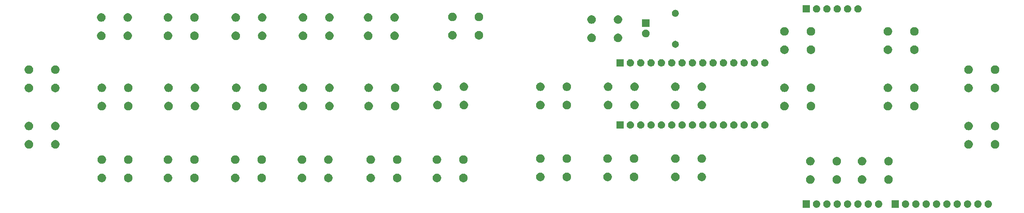
<source format=gbr>
G04 #@! TF.GenerationSoftware,KiCad,Pcbnew,(5.0.2)-1*
G04 #@! TF.CreationDate,2019-08-02T19:21:12-04:00*
G04 #@! TF.ProjectId,A-10C-UFC,412d3130-432d-4554-9643-2e6b69636164,1.2*
G04 #@! TF.SameCoordinates,Original*
G04 #@! TF.FileFunction,Soldermask,Top*
G04 #@! TF.FilePolarity,Negative*
%FSLAX46Y46*%
G04 Gerber Fmt 4.6, Leading zero omitted, Abs format (unit mm)*
G04 Created by KiCad (PCBNEW (5.0.2)-1) date 8/2/2019 7:21:12 PM*
%MOMM*%
%LPD*%
G01*
G04 APERTURE LIST*
%ADD10C,0.100000*%
G04 APERTURE END LIST*
D10*
G36*
X284365000Y-115201000D02*
X282563000Y-115201000D01*
X282563000Y-113399000D01*
X284365000Y-113399000D01*
X284365000Y-115201000D01*
X284365000Y-115201000D01*
G37*
G36*
X306434443Y-113405519D02*
X306500627Y-113412037D01*
X306613853Y-113446384D01*
X306670467Y-113463557D01*
X306809087Y-113537652D01*
X306826991Y-113547222D01*
X306862729Y-113576552D01*
X306964186Y-113659814D01*
X307047448Y-113761271D01*
X307076778Y-113797009D01*
X307076779Y-113797011D01*
X307160443Y-113953533D01*
X307160443Y-113953534D01*
X307211963Y-114123373D01*
X307229359Y-114300000D01*
X307211963Y-114476627D01*
X307177616Y-114589853D01*
X307160443Y-114646467D01*
X307086348Y-114785087D01*
X307076778Y-114802991D01*
X307047448Y-114838729D01*
X306964186Y-114940186D01*
X306862729Y-115023448D01*
X306826991Y-115052778D01*
X306826989Y-115052779D01*
X306670467Y-115136443D01*
X306613853Y-115153616D01*
X306500627Y-115187963D01*
X306434442Y-115194482D01*
X306368260Y-115201000D01*
X306279740Y-115201000D01*
X306213558Y-115194482D01*
X306147373Y-115187963D01*
X306034147Y-115153616D01*
X305977533Y-115136443D01*
X305821011Y-115052779D01*
X305821009Y-115052778D01*
X305785271Y-115023448D01*
X305683814Y-114940186D01*
X305600552Y-114838729D01*
X305571222Y-114802991D01*
X305561652Y-114785087D01*
X305487557Y-114646467D01*
X305470384Y-114589853D01*
X305436037Y-114476627D01*
X305418641Y-114300000D01*
X305436037Y-114123373D01*
X305487557Y-113953534D01*
X305487557Y-113953533D01*
X305571221Y-113797011D01*
X305571222Y-113797009D01*
X305600552Y-113761271D01*
X305683814Y-113659814D01*
X305785271Y-113576552D01*
X305821009Y-113547222D01*
X305838913Y-113537652D01*
X305977533Y-113463557D01*
X306034147Y-113446384D01*
X306147373Y-113412037D01*
X306213557Y-113405519D01*
X306279740Y-113399000D01*
X306368260Y-113399000D01*
X306434443Y-113405519D01*
X306434443Y-113405519D01*
G37*
G36*
X279510443Y-113405519D02*
X279576627Y-113412037D01*
X279689853Y-113446384D01*
X279746467Y-113463557D01*
X279885087Y-113537652D01*
X279902991Y-113547222D01*
X279938729Y-113576552D01*
X280040186Y-113659814D01*
X280123448Y-113761271D01*
X280152778Y-113797009D01*
X280152779Y-113797011D01*
X280236443Y-113953533D01*
X280236443Y-113953534D01*
X280287963Y-114123373D01*
X280305359Y-114300000D01*
X280287963Y-114476627D01*
X280253616Y-114589853D01*
X280236443Y-114646467D01*
X280162348Y-114785087D01*
X280152778Y-114802991D01*
X280123448Y-114838729D01*
X280040186Y-114940186D01*
X279938729Y-115023448D01*
X279902991Y-115052778D01*
X279902989Y-115052779D01*
X279746467Y-115136443D01*
X279689853Y-115153616D01*
X279576627Y-115187963D01*
X279510442Y-115194482D01*
X279444260Y-115201000D01*
X279355740Y-115201000D01*
X279289558Y-115194482D01*
X279223373Y-115187963D01*
X279110147Y-115153616D01*
X279053533Y-115136443D01*
X278897011Y-115052779D01*
X278897009Y-115052778D01*
X278861271Y-115023448D01*
X278759814Y-114940186D01*
X278676552Y-114838729D01*
X278647222Y-114802991D01*
X278637652Y-114785087D01*
X278563557Y-114646467D01*
X278546384Y-114589853D01*
X278512037Y-114476627D01*
X278494641Y-114300000D01*
X278512037Y-114123373D01*
X278563557Y-113953534D01*
X278563557Y-113953533D01*
X278647221Y-113797011D01*
X278647222Y-113797009D01*
X278676552Y-113761271D01*
X278759814Y-113659814D01*
X278861271Y-113576552D01*
X278897009Y-113547222D01*
X278914913Y-113537652D01*
X279053533Y-113463557D01*
X279110147Y-113446384D01*
X279223373Y-113412037D01*
X279289557Y-113405519D01*
X279355740Y-113399000D01*
X279444260Y-113399000D01*
X279510443Y-113405519D01*
X279510443Y-113405519D01*
G37*
G36*
X276970443Y-113405519D02*
X277036627Y-113412037D01*
X277149853Y-113446384D01*
X277206467Y-113463557D01*
X277345087Y-113537652D01*
X277362991Y-113547222D01*
X277398729Y-113576552D01*
X277500186Y-113659814D01*
X277583448Y-113761271D01*
X277612778Y-113797009D01*
X277612779Y-113797011D01*
X277696443Y-113953533D01*
X277696443Y-113953534D01*
X277747963Y-114123373D01*
X277765359Y-114300000D01*
X277747963Y-114476627D01*
X277713616Y-114589853D01*
X277696443Y-114646467D01*
X277622348Y-114785087D01*
X277612778Y-114802991D01*
X277583448Y-114838729D01*
X277500186Y-114940186D01*
X277398729Y-115023448D01*
X277362991Y-115052778D01*
X277362989Y-115052779D01*
X277206467Y-115136443D01*
X277149853Y-115153616D01*
X277036627Y-115187963D01*
X276970442Y-115194482D01*
X276904260Y-115201000D01*
X276815740Y-115201000D01*
X276749558Y-115194482D01*
X276683373Y-115187963D01*
X276570147Y-115153616D01*
X276513533Y-115136443D01*
X276357011Y-115052779D01*
X276357009Y-115052778D01*
X276321271Y-115023448D01*
X276219814Y-114940186D01*
X276136552Y-114838729D01*
X276107222Y-114802991D01*
X276097652Y-114785087D01*
X276023557Y-114646467D01*
X276006384Y-114589853D01*
X275972037Y-114476627D01*
X275954641Y-114300000D01*
X275972037Y-114123373D01*
X276023557Y-113953534D01*
X276023557Y-113953533D01*
X276107221Y-113797011D01*
X276107222Y-113797009D01*
X276136552Y-113761271D01*
X276219814Y-113659814D01*
X276321271Y-113576552D01*
X276357009Y-113547222D01*
X276374913Y-113537652D01*
X276513533Y-113463557D01*
X276570147Y-113446384D01*
X276683373Y-113412037D01*
X276749557Y-113405519D01*
X276815740Y-113399000D01*
X276904260Y-113399000D01*
X276970443Y-113405519D01*
X276970443Y-113405519D01*
G37*
G36*
X274430443Y-113405519D02*
X274496627Y-113412037D01*
X274609853Y-113446384D01*
X274666467Y-113463557D01*
X274805087Y-113537652D01*
X274822991Y-113547222D01*
X274858729Y-113576552D01*
X274960186Y-113659814D01*
X275043448Y-113761271D01*
X275072778Y-113797009D01*
X275072779Y-113797011D01*
X275156443Y-113953533D01*
X275156443Y-113953534D01*
X275207963Y-114123373D01*
X275225359Y-114300000D01*
X275207963Y-114476627D01*
X275173616Y-114589853D01*
X275156443Y-114646467D01*
X275082348Y-114785087D01*
X275072778Y-114802991D01*
X275043448Y-114838729D01*
X274960186Y-114940186D01*
X274858729Y-115023448D01*
X274822991Y-115052778D01*
X274822989Y-115052779D01*
X274666467Y-115136443D01*
X274609853Y-115153616D01*
X274496627Y-115187963D01*
X274430442Y-115194482D01*
X274364260Y-115201000D01*
X274275740Y-115201000D01*
X274209558Y-115194482D01*
X274143373Y-115187963D01*
X274030147Y-115153616D01*
X273973533Y-115136443D01*
X273817011Y-115052779D01*
X273817009Y-115052778D01*
X273781271Y-115023448D01*
X273679814Y-114940186D01*
X273596552Y-114838729D01*
X273567222Y-114802991D01*
X273557652Y-114785087D01*
X273483557Y-114646467D01*
X273466384Y-114589853D01*
X273432037Y-114476627D01*
X273414641Y-114300000D01*
X273432037Y-114123373D01*
X273483557Y-113953534D01*
X273483557Y-113953533D01*
X273567221Y-113797011D01*
X273567222Y-113797009D01*
X273596552Y-113761271D01*
X273679814Y-113659814D01*
X273781271Y-113576552D01*
X273817009Y-113547222D01*
X273834913Y-113537652D01*
X273973533Y-113463557D01*
X274030147Y-113446384D01*
X274143373Y-113412037D01*
X274209557Y-113405519D01*
X274275740Y-113399000D01*
X274364260Y-113399000D01*
X274430443Y-113405519D01*
X274430443Y-113405519D01*
G37*
G36*
X271890443Y-113405519D02*
X271956627Y-113412037D01*
X272069853Y-113446384D01*
X272126467Y-113463557D01*
X272265087Y-113537652D01*
X272282991Y-113547222D01*
X272318729Y-113576552D01*
X272420186Y-113659814D01*
X272503448Y-113761271D01*
X272532778Y-113797009D01*
X272532779Y-113797011D01*
X272616443Y-113953533D01*
X272616443Y-113953534D01*
X272667963Y-114123373D01*
X272685359Y-114300000D01*
X272667963Y-114476627D01*
X272633616Y-114589853D01*
X272616443Y-114646467D01*
X272542348Y-114785087D01*
X272532778Y-114802991D01*
X272503448Y-114838729D01*
X272420186Y-114940186D01*
X272318729Y-115023448D01*
X272282991Y-115052778D01*
X272282989Y-115052779D01*
X272126467Y-115136443D01*
X272069853Y-115153616D01*
X271956627Y-115187963D01*
X271890442Y-115194482D01*
X271824260Y-115201000D01*
X271735740Y-115201000D01*
X271669558Y-115194482D01*
X271603373Y-115187963D01*
X271490147Y-115153616D01*
X271433533Y-115136443D01*
X271277011Y-115052779D01*
X271277009Y-115052778D01*
X271241271Y-115023448D01*
X271139814Y-114940186D01*
X271056552Y-114838729D01*
X271027222Y-114802991D01*
X271017652Y-114785087D01*
X270943557Y-114646467D01*
X270926384Y-114589853D01*
X270892037Y-114476627D01*
X270874641Y-114300000D01*
X270892037Y-114123373D01*
X270943557Y-113953534D01*
X270943557Y-113953533D01*
X271027221Y-113797011D01*
X271027222Y-113797009D01*
X271056552Y-113761271D01*
X271139814Y-113659814D01*
X271241271Y-113576552D01*
X271277009Y-113547222D01*
X271294913Y-113537652D01*
X271433533Y-113463557D01*
X271490147Y-113446384D01*
X271603373Y-113412037D01*
X271669557Y-113405519D01*
X271735740Y-113399000D01*
X271824260Y-113399000D01*
X271890443Y-113405519D01*
X271890443Y-113405519D01*
G37*
G36*
X269350443Y-113405519D02*
X269416627Y-113412037D01*
X269529853Y-113446384D01*
X269586467Y-113463557D01*
X269725087Y-113537652D01*
X269742991Y-113547222D01*
X269778729Y-113576552D01*
X269880186Y-113659814D01*
X269963448Y-113761271D01*
X269992778Y-113797009D01*
X269992779Y-113797011D01*
X270076443Y-113953533D01*
X270076443Y-113953534D01*
X270127963Y-114123373D01*
X270145359Y-114300000D01*
X270127963Y-114476627D01*
X270093616Y-114589853D01*
X270076443Y-114646467D01*
X270002348Y-114785087D01*
X269992778Y-114802991D01*
X269963448Y-114838729D01*
X269880186Y-114940186D01*
X269778729Y-115023448D01*
X269742991Y-115052778D01*
X269742989Y-115052779D01*
X269586467Y-115136443D01*
X269529853Y-115153616D01*
X269416627Y-115187963D01*
X269350442Y-115194482D01*
X269284260Y-115201000D01*
X269195740Y-115201000D01*
X269129558Y-115194482D01*
X269063373Y-115187963D01*
X268950147Y-115153616D01*
X268893533Y-115136443D01*
X268737011Y-115052779D01*
X268737009Y-115052778D01*
X268701271Y-115023448D01*
X268599814Y-114940186D01*
X268516552Y-114838729D01*
X268487222Y-114802991D01*
X268477652Y-114785087D01*
X268403557Y-114646467D01*
X268386384Y-114589853D01*
X268352037Y-114476627D01*
X268334641Y-114300000D01*
X268352037Y-114123373D01*
X268403557Y-113953534D01*
X268403557Y-113953533D01*
X268487221Y-113797011D01*
X268487222Y-113797009D01*
X268516552Y-113761271D01*
X268599814Y-113659814D01*
X268701271Y-113576552D01*
X268737009Y-113547222D01*
X268754913Y-113537652D01*
X268893533Y-113463557D01*
X268950147Y-113446384D01*
X269063373Y-113412037D01*
X269129557Y-113405519D01*
X269195740Y-113399000D01*
X269284260Y-113399000D01*
X269350443Y-113405519D01*
X269350443Y-113405519D01*
G37*
G36*
X266810443Y-113405519D02*
X266876627Y-113412037D01*
X266989853Y-113446384D01*
X267046467Y-113463557D01*
X267185087Y-113537652D01*
X267202991Y-113547222D01*
X267238729Y-113576552D01*
X267340186Y-113659814D01*
X267423448Y-113761271D01*
X267452778Y-113797009D01*
X267452779Y-113797011D01*
X267536443Y-113953533D01*
X267536443Y-113953534D01*
X267587963Y-114123373D01*
X267605359Y-114300000D01*
X267587963Y-114476627D01*
X267553616Y-114589853D01*
X267536443Y-114646467D01*
X267462348Y-114785087D01*
X267452778Y-114802991D01*
X267423448Y-114838729D01*
X267340186Y-114940186D01*
X267238729Y-115023448D01*
X267202991Y-115052778D01*
X267202989Y-115052779D01*
X267046467Y-115136443D01*
X266989853Y-115153616D01*
X266876627Y-115187963D01*
X266810442Y-115194482D01*
X266744260Y-115201000D01*
X266655740Y-115201000D01*
X266589558Y-115194482D01*
X266523373Y-115187963D01*
X266410147Y-115153616D01*
X266353533Y-115136443D01*
X266197011Y-115052779D01*
X266197009Y-115052778D01*
X266161271Y-115023448D01*
X266059814Y-114940186D01*
X265976552Y-114838729D01*
X265947222Y-114802991D01*
X265937652Y-114785087D01*
X265863557Y-114646467D01*
X265846384Y-114589853D01*
X265812037Y-114476627D01*
X265794641Y-114300000D01*
X265812037Y-114123373D01*
X265863557Y-113953534D01*
X265863557Y-113953533D01*
X265947221Y-113797011D01*
X265947222Y-113797009D01*
X265976552Y-113761271D01*
X266059814Y-113659814D01*
X266161271Y-113576552D01*
X266197009Y-113547222D01*
X266214913Y-113537652D01*
X266353533Y-113463557D01*
X266410147Y-113446384D01*
X266523373Y-113412037D01*
X266589557Y-113405519D01*
X266655740Y-113399000D01*
X266744260Y-113399000D01*
X266810443Y-113405519D01*
X266810443Y-113405519D01*
G37*
G36*
X264270443Y-113405519D02*
X264336627Y-113412037D01*
X264449853Y-113446384D01*
X264506467Y-113463557D01*
X264645087Y-113537652D01*
X264662991Y-113547222D01*
X264698729Y-113576552D01*
X264800186Y-113659814D01*
X264883448Y-113761271D01*
X264912778Y-113797009D01*
X264912779Y-113797011D01*
X264996443Y-113953533D01*
X264996443Y-113953534D01*
X265047963Y-114123373D01*
X265065359Y-114300000D01*
X265047963Y-114476627D01*
X265013616Y-114589853D01*
X264996443Y-114646467D01*
X264922348Y-114785087D01*
X264912778Y-114802991D01*
X264883448Y-114838729D01*
X264800186Y-114940186D01*
X264698729Y-115023448D01*
X264662991Y-115052778D01*
X264662989Y-115052779D01*
X264506467Y-115136443D01*
X264449853Y-115153616D01*
X264336627Y-115187963D01*
X264270442Y-115194482D01*
X264204260Y-115201000D01*
X264115740Y-115201000D01*
X264049558Y-115194482D01*
X263983373Y-115187963D01*
X263870147Y-115153616D01*
X263813533Y-115136443D01*
X263657011Y-115052779D01*
X263657009Y-115052778D01*
X263621271Y-115023448D01*
X263519814Y-114940186D01*
X263436552Y-114838729D01*
X263407222Y-114802991D01*
X263397652Y-114785087D01*
X263323557Y-114646467D01*
X263306384Y-114589853D01*
X263272037Y-114476627D01*
X263254641Y-114300000D01*
X263272037Y-114123373D01*
X263323557Y-113953534D01*
X263323557Y-113953533D01*
X263407221Y-113797011D01*
X263407222Y-113797009D01*
X263436552Y-113761271D01*
X263519814Y-113659814D01*
X263621271Y-113576552D01*
X263657009Y-113547222D01*
X263674913Y-113537652D01*
X263813533Y-113463557D01*
X263870147Y-113446384D01*
X263983373Y-113412037D01*
X264049557Y-113405519D01*
X264115740Y-113399000D01*
X264204260Y-113399000D01*
X264270443Y-113405519D01*
X264270443Y-113405519D01*
G37*
G36*
X262521000Y-115201000D02*
X260719000Y-115201000D01*
X260719000Y-113399000D01*
X262521000Y-113399000D01*
X262521000Y-115201000D01*
X262521000Y-115201000D01*
G37*
G36*
X301354443Y-113405519D02*
X301420627Y-113412037D01*
X301533853Y-113446384D01*
X301590467Y-113463557D01*
X301729087Y-113537652D01*
X301746991Y-113547222D01*
X301782729Y-113576552D01*
X301884186Y-113659814D01*
X301967448Y-113761271D01*
X301996778Y-113797009D01*
X301996779Y-113797011D01*
X302080443Y-113953533D01*
X302080443Y-113953534D01*
X302131963Y-114123373D01*
X302149359Y-114300000D01*
X302131963Y-114476627D01*
X302097616Y-114589853D01*
X302080443Y-114646467D01*
X302006348Y-114785087D01*
X301996778Y-114802991D01*
X301967448Y-114838729D01*
X301884186Y-114940186D01*
X301782729Y-115023448D01*
X301746991Y-115052778D01*
X301746989Y-115052779D01*
X301590467Y-115136443D01*
X301533853Y-115153616D01*
X301420627Y-115187963D01*
X301354442Y-115194482D01*
X301288260Y-115201000D01*
X301199740Y-115201000D01*
X301133558Y-115194482D01*
X301067373Y-115187963D01*
X300954147Y-115153616D01*
X300897533Y-115136443D01*
X300741011Y-115052779D01*
X300741009Y-115052778D01*
X300705271Y-115023448D01*
X300603814Y-114940186D01*
X300520552Y-114838729D01*
X300491222Y-114802991D01*
X300481652Y-114785087D01*
X300407557Y-114646467D01*
X300390384Y-114589853D01*
X300356037Y-114476627D01*
X300338641Y-114300000D01*
X300356037Y-114123373D01*
X300407557Y-113953534D01*
X300407557Y-113953533D01*
X300491221Y-113797011D01*
X300491222Y-113797009D01*
X300520552Y-113761271D01*
X300603814Y-113659814D01*
X300705271Y-113576552D01*
X300741009Y-113547222D01*
X300758913Y-113537652D01*
X300897533Y-113463557D01*
X300954147Y-113446384D01*
X301067373Y-113412037D01*
X301133557Y-113405519D01*
X301199740Y-113399000D01*
X301288260Y-113399000D01*
X301354443Y-113405519D01*
X301354443Y-113405519D01*
G37*
G36*
X298814443Y-113405519D02*
X298880627Y-113412037D01*
X298993853Y-113446384D01*
X299050467Y-113463557D01*
X299189087Y-113537652D01*
X299206991Y-113547222D01*
X299242729Y-113576552D01*
X299344186Y-113659814D01*
X299427448Y-113761271D01*
X299456778Y-113797009D01*
X299456779Y-113797011D01*
X299540443Y-113953533D01*
X299540443Y-113953534D01*
X299591963Y-114123373D01*
X299609359Y-114300000D01*
X299591963Y-114476627D01*
X299557616Y-114589853D01*
X299540443Y-114646467D01*
X299466348Y-114785087D01*
X299456778Y-114802991D01*
X299427448Y-114838729D01*
X299344186Y-114940186D01*
X299242729Y-115023448D01*
X299206991Y-115052778D01*
X299206989Y-115052779D01*
X299050467Y-115136443D01*
X298993853Y-115153616D01*
X298880627Y-115187963D01*
X298814442Y-115194482D01*
X298748260Y-115201000D01*
X298659740Y-115201000D01*
X298593558Y-115194482D01*
X298527373Y-115187963D01*
X298414147Y-115153616D01*
X298357533Y-115136443D01*
X298201011Y-115052779D01*
X298201009Y-115052778D01*
X298165271Y-115023448D01*
X298063814Y-114940186D01*
X297980552Y-114838729D01*
X297951222Y-114802991D01*
X297941652Y-114785087D01*
X297867557Y-114646467D01*
X297850384Y-114589853D01*
X297816037Y-114476627D01*
X297798641Y-114300000D01*
X297816037Y-114123373D01*
X297867557Y-113953534D01*
X297867557Y-113953533D01*
X297951221Y-113797011D01*
X297951222Y-113797009D01*
X297980552Y-113761271D01*
X298063814Y-113659814D01*
X298165271Y-113576552D01*
X298201009Y-113547222D01*
X298218913Y-113537652D01*
X298357533Y-113463557D01*
X298414147Y-113446384D01*
X298527373Y-113412037D01*
X298593557Y-113405519D01*
X298659740Y-113399000D01*
X298748260Y-113399000D01*
X298814443Y-113405519D01*
X298814443Y-113405519D01*
G37*
G36*
X296274443Y-113405519D02*
X296340627Y-113412037D01*
X296453853Y-113446384D01*
X296510467Y-113463557D01*
X296649087Y-113537652D01*
X296666991Y-113547222D01*
X296702729Y-113576552D01*
X296804186Y-113659814D01*
X296887448Y-113761271D01*
X296916778Y-113797009D01*
X296916779Y-113797011D01*
X297000443Y-113953533D01*
X297000443Y-113953534D01*
X297051963Y-114123373D01*
X297069359Y-114300000D01*
X297051963Y-114476627D01*
X297017616Y-114589853D01*
X297000443Y-114646467D01*
X296926348Y-114785087D01*
X296916778Y-114802991D01*
X296887448Y-114838729D01*
X296804186Y-114940186D01*
X296702729Y-115023448D01*
X296666991Y-115052778D01*
X296666989Y-115052779D01*
X296510467Y-115136443D01*
X296453853Y-115153616D01*
X296340627Y-115187963D01*
X296274442Y-115194482D01*
X296208260Y-115201000D01*
X296119740Y-115201000D01*
X296053558Y-115194482D01*
X295987373Y-115187963D01*
X295874147Y-115153616D01*
X295817533Y-115136443D01*
X295661011Y-115052779D01*
X295661009Y-115052778D01*
X295625271Y-115023448D01*
X295523814Y-114940186D01*
X295440552Y-114838729D01*
X295411222Y-114802991D01*
X295401652Y-114785087D01*
X295327557Y-114646467D01*
X295310384Y-114589853D01*
X295276037Y-114476627D01*
X295258641Y-114300000D01*
X295276037Y-114123373D01*
X295327557Y-113953534D01*
X295327557Y-113953533D01*
X295411221Y-113797011D01*
X295411222Y-113797009D01*
X295440552Y-113761271D01*
X295523814Y-113659814D01*
X295625271Y-113576552D01*
X295661009Y-113547222D01*
X295678913Y-113537652D01*
X295817533Y-113463557D01*
X295874147Y-113446384D01*
X295987373Y-113412037D01*
X296053557Y-113405519D01*
X296119740Y-113399000D01*
X296208260Y-113399000D01*
X296274443Y-113405519D01*
X296274443Y-113405519D01*
G37*
G36*
X293734443Y-113405519D02*
X293800627Y-113412037D01*
X293913853Y-113446384D01*
X293970467Y-113463557D01*
X294109087Y-113537652D01*
X294126991Y-113547222D01*
X294162729Y-113576552D01*
X294264186Y-113659814D01*
X294347448Y-113761271D01*
X294376778Y-113797009D01*
X294376779Y-113797011D01*
X294460443Y-113953533D01*
X294460443Y-113953534D01*
X294511963Y-114123373D01*
X294529359Y-114300000D01*
X294511963Y-114476627D01*
X294477616Y-114589853D01*
X294460443Y-114646467D01*
X294386348Y-114785087D01*
X294376778Y-114802991D01*
X294347448Y-114838729D01*
X294264186Y-114940186D01*
X294162729Y-115023448D01*
X294126991Y-115052778D01*
X294126989Y-115052779D01*
X293970467Y-115136443D01*
X293913853Y-115153616D01*
X293800627Y-115187963D01*
X293734442Y-115194482D01*
X293668260Y-115201000D01*
X293579740Y-115201000D01*
X293513558Y-115194482D01*
X293447373Y-115187963D01*
X293334147Y-115153616D01*
X293277533Y-115136443D01*
X293121011Y-115052779D01*
X293121009Y-115052778D01*
X293085271Y-115023448D01*
X292983814Y-114940186D01*
X292900552Y-114838729D01*
X292871222Y-114802991D01*
X292861652Y-114785087D01*
X292787557Y-114646467D01*
X292770384Y-114589853D01*
X292736037Y-114476627D01*
X292718641Y-114300000D01*
X292736037Y-114123373D01*
X292787557Y-113953534D01*
X292787557Y-113953533D01*
X292871221Y-113797011D01*
X292871222Y-113797009D01*
X292900552Y-113761271D01*
X292983814Y-113659814D01*
X293085271Y-113576552D01*
X293121009Y-113547222D01*
X293138913Y-113537652D01*
X293277533Y-113463557D01*
X293334147Y-113446384D01*
X293447373Y-113412037D01*
X293513557Y-113405519D01*
X293579740Y-113399000D01*
X293668260Y-113399000D01*
X293734443Y-113405519D01*
X293734443Y-113405519D01*
G37*
G36*
X291194443Y-113405519D02*
X291260627Y-113412037D01*
X291373853Y-113446384D01*
X291430467Y-113463557D01*
X291569087Y-113537652D01*
X291586991Y-113547222D01*
X291622729Y-113576552D01*
X291724186Y-113659814D01*
X291807448Y-113761271D01*
X291836778Y-113797009D01*
X291836779Y-113797011D01*
X291920443Y-113953533D01*
X291920443Y-113953534D01*
X291971963Y-114123373D01*
X291989359Y-114300000D01*
X291971963Y-114476627D01*
X291937616Y-114589853D01*
X291920443Y-114646467D01*
X291846348Y-114785087D01*
X291836778Y-114802991D01*
X291807448Y-114838729D01*
X291724186Y-114940186D01*
X291622729Y-115023448D01*
X291586991Y-115052778D01*
X291586989Y-115052779D01*
X291430467Y-115136443D01*
X291373853Y-115153616D01*
X291260627Y-115187963D01*
X291194442Y-115194482D01*
X291128260Y-115201000D01*
X291039740Y-115201000D01*
X290973558Y-115194482D01*
X290907373Y-115187963D01*
X290794147Y-115153616D01*
X290737533Y-115136443D01*
X290581011Y-115052779D01*
X290581009Y-115052778D01*
X290545271Y-115023448D01*
X290443814Y-114940186D01*
X290360552Y-114838729D01*
X290331222Y-114802991D01*
X290321652Y-114785087D01*
X290247557Y-114646467D01*
X290230384Y-114589853D01*
X290196037Y-114476627D01*
X290178641Y-114300000D01*
X290196037Y-114123373D01*
X290247557Y-113953534D01*
X290247557Y-113953533D01*
X290331221Y-113797011D01*
X290331222Y-113797009D01*
X290360552Y-113761271D01*
X290443814Y-113659814D01*
X290545271Y-113576552D01*
X290581009Y-113547222D01*
X290598913Y-113537652D01*
X290737533Y-113463557D01*
X290794147Y-113446384D01*
X290907373Y-113412037D01*
X290973557Y-113405519D01*
X291039740Y-113399000D01*
X291128260Y-113399000D01*
X291194443Y-113405519D01*
X291194443Y-113405519D01*
G37*
G36*
X288654443Y-113405519D02*
X288720627Y-113412037D01*
X288833853Y-113446384D01*
X288890467Y-113463557D01*
X289029087Y-113537652D01*
X289046991Y-113547222D01*
X289082729Y-113576552D01*
X289184186Y-113659814D01*
X289267448Y-113761271D01*
X289296778Y-113797009D01*
X289296779Y-113797011D01*
X289380443Y-113953533D01*
X289380443Y-113953534D01*
X289431963Y-114123373D01*
X289449359Y-114300000D01*
X289431963Y-114476627D01*
X289397616Y-114589853D01*
X289380443Y-114646467D01*
X289306348Y-114785087D01*
X289296778Y-114802991D01*
X289267448Y-114838729D01*
X289184186Y-114940186D01*
X289082729Y-115023448D01*
X289046991Y-115052778D01*
X289046989Y-115052779D01*
X288890467Y-115136443D01*
X288833853Y-115153616D01*
X288720627Y-115187963D01*
X288654442Y-115194482D01*
X288588260Y-115201000D01*
X288499740Y-115201000D01*
X288433558Y-115194482D01*
X288367373Y-115187963D01*
X288254147Y-115153616D01*
X288197533Y-115136443D01*
X288041011Y-115052779D01*
X288041009Y-115052778D01*
X288005271Y-115023448D01*
X287903814Y-114940186D01*
X287820552Y-114838729D01*
X287791222Y-114802991D01*
X287781652Y-114785087D01*
X287707557Y-114646467D01*
X287690384Y-114589853D01*
X287656037Y-114476627D01*
X287638641Y-114300000D01*
X287656037Y-114123373D01*
X287707557Y-113953534D01*
X287707557Y-113953533D01*
X287791221Y-113797011D01*
X287791222Y-113797009D01*
X287820552Y-113761271D01*
X287903814Y-113659814D01*
X288005271Y-113576552D01*
X288041009Y-113547222D01*
X288058913Y-113537652D01*
X288197533Y-113463557D01*
X288254147Y-113446384D01*
X288367373Y-113412037D01*
X288433557Y-113405519D01*
X288499740Y-113399000D01*
X288588260Y-113399000D01*
X288654443Y-113405519D01*
X288654443Y-113405519D01*
G37*
G36*
X286114443Y-113405519D02*
X286180627Y-113412037D01*
X286293853Y-113446384D01*
X286350467Y-113463557D01*
X286489087Y-113537652D01*
X286506991Y-113547222D01*
X286542729Y-113576552D01*
X286644186Y-113659814D01*
X286727448Y-113761271D01*
X286756778Y-113797009D01*
X286756779Y-113797011D01*
X286840443Y-113953533D01*
X286840443Y-113953534D01*
X286891963Y-114123373D01*
X286909359Y-114300000D01*
X286891963Y-114476627D01*
X286857616Y-114589853D01*
X286840443Y-114646467D01*
X286766348Y-114785087D01*
X286756778Y-114802991D01*
X286727448Y-114838729D01*
X286644186Y-114940186D01*
X286542729Y-115023448D01*
X286506991Y-115052778D01*
X286506989Y-115052779D01*
X286350467Y-115136443D01*
X286293853Y-115153616D01*
X286180627Y-115187963D01*
X286114442Y-115194482D01*
X286048260Y-115201000D01*
X285959740Y-115201000D01*
X285893558Y-115194482D01*
X285827373Y-115187963D01*
X285714147Y-115153616D01*
X285657533Y-115136443D01*
X285501011Y-115052779D01*
X285501009Y-115052778D01*
X285465271Y-115023448D01*
X285363814Y-114940186D01*
X285280552Y-114838729D01*
X285251222Y-114802991D01*
X285241652Y-114785087D01*
X285167557Y-114646467D01*
X285150384Y-114589853D01*
X285116037Y-114476627D01*
X285098641Y-114300000D01*
X285116037Y-114123373D01*
X285167557Y-113953534D01*
X285167557Y-113953533D01*
X285251221Y-113797011D01*
X285251222Y-113797009D01*
X285280552Y-113761271D01*
X285363814Y-113659814D01*
X285465271Y-113576552D01*
X285501009Y-113547222D01*
X285518913Y-113537652D01*
X285657533Y-113463557D01*
X285714147Y-113446384D01*
X285827373Y-113412037D01*
X285893557Y-113405519D01*
X285959740Y-113399000D01*
X286048260Y-113399000D01*
X286114443Y-113405519D01*
X286114443Y-113405519D01*
G37*
G36*
X303894443Y-113405519D02*
X303960627Y-113412037D01*
X304073853Y-113446384D01*
X304130467Y-113463557D01*
X304269087Y-113537652D01*
X304286991Y-113547222D01*
X304322729Y-113576552D01*
X304424186Y-113659814D01*
X304507448Y-113761271D01*
X304536778Y-113797009D01*
X304536779Y-113797011D01*
X304620443Y-113953533D01*
X304620443Y-113953534D01*
X304671963Y-114123373D01*
X304689359Y-114300000D01*
X304671963Y-114476627D01*
X304637616Y-114589853D01*
X304620443Y-114646467D01*
X304546348Y-114785087D01*
X304536778Y-114802991D01*
X304507448Y-114838729D01*
X304424186Y-114940186D01*
X304322729Y-115023448D01*
X304286991Y-115052778D01*
X304286989Y-115052779D01*
X304130467Y-115136443D01*
X304073853Y-115153616D01*
X303960627Y-115187963D01*
X303894442Y-115194482D01*
X303828260Y-115201000D01*
X303739740Y-115201000D01*
X303673558Y-115194482D01*
X303607373Y-115187963D01*
X303494147Y-115153616D01*
X303437533Y-115136443D01*
X303281011Y-115052779D01*
X303281009Y-115052778D01*
X303245271Y-115023448D01*
X303143814Y-114940186D01*
X303060552Y-114838729D01*
X303031222Y-114802991D01*
X303021652Y-114785087D01*
X302947557Y-114646467D01*
X302930384Y-114589853D01*
X302896037Y-114476627D01*
X302878641Y-114300000D01*
X302896037Y-114123373D01*
X302947557Y-113953534D01*
X302947557Y-113953533D01*
X303031221Y-113797011D01*
X303031222Y-113797009D01*
X303060552Y-113761271D01*
X303143814Y-113659814D01*
X303245271Y-113576552D01*
X303281009Y-113547222D01*
X303298913Y-113537652D01*
X303437533Y-113463557D01*
X303494147Y-113446384D01*
X303607373Y-113412037D01*
X303673557Y-113405519D01*
X303739740Y-113399000D01*
X303828260Y-113399000D01*
X303894443Y-113405519D01*
X303894443Y-113405519D01*
G37*
G36*
X282142565Y-107248389D02*
X282333834Y-107327615D01*
X282505976Y-107442637D01*
X282652363Y-107589024D01*
X282767385Y-107761166D01*
X282846611Y-107952435D01*
X282887000Y-108155484D01*
X282887000Y-108362516D01*
X282846611Y-108565565D01*
X282767385Y-108756834D01*
X282652363Y-108928976D01*
X282505976Y-109075363D01*
X282333834Y-109190385D01*
X282142565Y-109269611D01*
X281939516Y-109310000D01*
X281732484Y-109310000D01*
X281529435Y-109269611D01*
X281338166Y-109190385D01*
X281166024Y-109075363D01*
X281019637Y-108928976D01*
X280904615Y-108756834D01*
X280825389Y-108565565D01*
X280785000Y-108362516D01*
X280785000Y-108155484D01*
X280825389Y-107952435D01*
X280904615Y-107761166D01*
X281019637Y-107589024D01*
X281166024Y-107442637D01*
X281338166Y-107327615D01*
X281529435Y-107248389D01*
X281732484Y-107208000D01*
X281939516Y-107208000D01*
X282142565Y-107248389D01*
X282142565Y-107248389D01*
G37*
G36*
X262942565Y-107248389D02*
X263133834Y-107327615D01*
X263305976Y-107442637D01*
X263452363Y-107589024D01*
X263567385Y-107761166D01*
X263646611Y-107952435D01*
X263687000Y-108155484D01*
X263687000Y-108362516D01*
X263646611Y-108565565D01*
X263567385Y-108756834D01*
X263452363Y-108928976D01*
X263305976Y-109075363D01*
X263133834Y-109190385D01*
X262942565Y-109269611D01*
X262739516Y-109310000D01*
X262532484Y-109310000D01*
X262329435Y-109269611D01*
X262138166Y-109190385D01*
X261966024Y-109075363D01*
X261819637Y-108928976D01*
X261704615Y-108756834D01*
X261625389Y-108565565D01*
X261585000Y-108362516D01*
X261585000Y-108155484D01*
X261625389Y-107952435D01*
X261704615Y-107761166D01*
X261819637Y-107589024D01*
X261966024Y-107442637D01*
X262138166Y-107327615D01*
X262329435Y-107248389D01*
X262532484Y-107208000D01*
X262739516Y-107208000D01*
X262942565Y-107248389D01*
X262942565Y-107248389D01*
G37*
G36*
X275642565Y-107248389D02*
X275833834Y-107327615D01*
X276005976Y-107442637D01*
X276152363Y-107589024D01*
X276267385Y-107761166D01*
X276346611Y-107952435D01*
X276387000Y-108155484D01*
X276387000Y-108362516D01*
X276346611Y-108565565D01*
X276267385Y-108756834D01*
X276152363Y-108928976D01*
X276005976Y-109075363D01*
X275833834Y-109190385D01*
X275642565Y-109269611D01*
X275439516Y-109310000D01*
X275232484Y-109310000D01*
X275029435Y-109269611D01*
X274838166Y-109190385D01*
X274666024Y-109075363D01*
X274519637Y-108928976D01*
X274404615Y-108756834D01*
X274325389Y-108565565D01*
X274285000Y-108362516D01*
X274285000Y-108155484D01*
X274325389Y-107952435D01*
X274404615Y-107761166D01*
X274519637Y-107589024D01*
X274666024Y-107442637D01*
X274838166Y-107327615D01*
X275029435Y-107248389D01*
X275232484Y-107208000D01*
X275439516Y-107208000D01*
X275642565Y-107248389D01*
X275642565Y-107248389D01*
G37*
G36*
X269442565Y-107248389D02*
X269633834Y-107327615D01*
X269805976Y-107442637D01*
X269952363Y-107589024D01*
X270067385Y-107761166D01*
X270146611Y-107952435D01*
X270187000Y-108155484D01*
X270187000Y-108362516D01*
X270146611Y-108565565D01*
X270067385Y-108756834D01*
X269952363Y-108928976D01*
X269805976Y-109075363D01*
X269633834Y-109190385D01*
X269442565Y-109269611D01*
X269239516Y-109310000D01*
X269032484Y-109310000D01*
X268829435Y-109269611D01*
X268638166Y-109190385D01*
X268466024Y-109075363D01*
X268319637Y-108928976D01*
X268204615Y-108756834D01*
X268125389Y-108565565D01*
X268085000Y-108362516D01*
X268085000Y-108155484D01*
X268125389Y-107952435D01*
X268204615Y-107761166D01*
X268319637Y-107589024D01*
X268466024Y-107442637D01*
X268638166Y-107327615D01*
X268829435Y-107248389D01*
X269032484Y-107208000D01*
X269239516Y-107208000D01*
X269442565Y-107248389D01*
X269442565Y-107248389D01*
G37*
G36*
X171248565Y-106867389D02*
X171439834Y-106946615D01*
X171611976Y-107061637D01*
X171758363Y-107208024D01*
X171873385Y-107380166D01*
X171952611Y-107571435D01*
X171993000Y-107774484D01*
X171993000Y-107981516D01*
X171952611Y-108184565D01*
X171873385Y-108375834D01*
X171758363Y-108547976D01*
X171611976Y-108694363D01*
X171439834Y-108809385D01*
X171248565Y-108888611D01*
X171045516Y-108929000D01*
X170838484Y-108929000D01*
X170635435Y-108888611D01*
X170444166Y-108809385D01*
X170272024Y-108694363D01*
X170125637Y-108547976D01*
X170010615Y-108375834D01*
X169931389Y-108184565D01*
X169891000Y-107981516D01*
X169891000Y-107774484D01*
X169931389Y-107571435D01*
X170010615Y-107380166D01*
X170125637Y-107208024D01*
X170272024Y-107061637D01*
X170444166Y-106946615D01*
X170635435Y-106867389D01*
X170838484Y-106827000D01*
X171045516Y-106827000D01*
X171248565Y-106867389D01*
X171248565Y-106867389D01*
G37*
G36*
X161492565Y-106867389D02*
X161683834Y-106946615D01*
X161855976Y-107061637D01*
X162002363Y-107208024D01*
X162117385Y-107380166D01*
X162196611Y-107571435D01*
X162237000Y-107774484D01*
X162237000Y-107981516D01*
X162196611Y-108184565D01*
X162117385Y-108375834D01*
X162002363Y-108547976D01*
X161855976Y-108694363D01*
X161683834Y-108809385D01*
X161492565Y-108888611D01*
X161289516Y-108929000D01*
X161082484Y-108929000D01*
X160879435Y-108888611D01*
X160688166Y-108809385D01*
X160516024Y-108694363D01*
X160369637Y-108547976D01*
X160254615Y-108375834D01*
X160175389Y-108184565D01*
X160135000Y-107981516D01*
X160135000Y-107774484D01*
X160175389Y-107571435D01*
X160254615Y-107380166D01*
X160369637Y-107208024D01*
X160516024Y-107061637D01*
X160688166Y-106946615D01*
X160879435Y-106867389D01*
X161082484Y-106827000D01*
X161289516Y-106827000D01*
X161492565Y-106867389D01*
X161492565Y-106867389D01*
G37*
G36*
X154992565Y-106867389D02*
X155183834Y-106946615D01*
X155355976Y-107061637D01*
X155502363Y-107208024D01*
X155617385Y-107380166D01*
X155696611Y-107571435D01*
X155737000Y-107774484D01*
X155737000Y-107981516D01*
X155696611Y-108184565D01*
X155617385Y-108375834D01*
X155502363Y-108547976D01*
X155355976Y-108694363D01*
X155183834Y-108809385D01*
X154992565Y-108888611D01*
X154789516Y-108929000D01*
X154582484Y-108929000D01*
X154379435Y-108888611D01*
X154188166Y-108809385D01*
X154016024Y-108694363D01*
X153869637Y-108547976D01*
X153754615Y-108375834D01*
X153675389Y-108184565D01*
X153635000Y-107981516D01*
X153635000Y-107774484D01*
X153675389Y-107571435D01*
X153754615Y-107380166D01*
X153869637Y-107208024D01*
X154016024Y-107061637D01*
X154188166Y-106946615D01*
X154379435Y-106867389D01*
X154582484Y-106827000D01*
X154789516Y-106827000D01*
X154992565Y-106867389D01*
X154992565Y-106867389D01*
G37*
G36*
X105208565Y-106867389D02*
X105399834Y-106946615D01*
X105571976Y-107061637D01*
X105718363Y-107208024D01*
X105833385Y-107380166D01*
X105912611Y-107571435D01*
X105953000Y-107774484D01*
X105953000Y-107981516D01*
X105912611Y-108184565D01*
X105833385Y-108375834D01*
X105718363Y-108547976D01*
X105571976Y-108694363D01*
X105399834Y-108809385D01*
X105208565Y-108888611D01*
X105005516Y-108929000D01*
X104798484Y-108929000D01*
X104595435Y-108888611D01*
X104404166Y-108809385D01*
X104232024Y-108694363D01*
X104085637Y-108547976D01*
X103970615Y-108375834D01*
X103891389Y-108184565D01*
X103851000Y-107981516D01*
X103851000Y-107774484D01*
X103891389Y-107571435D01*
X103970615Y-107380166D01*
X104085637Y-107208024D01*
X104232024Y-107061637D01*
X104404166Y-106946615D01*
X104595435Y-106867389D01*
X104798484Y-106827000D01*
X105005516Y-106827000D01*
X105208565Y-106867389D01*
X105208565Y-106867389D01*
G37*
G36*
X111708565Y-106867389D02*
X111899834Y-106946615D01*
X112071976Y-107061637D01*
X112218363Y-107208024D01*
X112333385Y-107380166D01*
X112412611Y-107571435D01*
X112453000Y-107774484D01*
X112453000Y-107981516D01*
X112412611Y-108184565D01*
X112333385Y-108375834D01*
X112218363Y-108547976D01*
X112071976Y-108694363D01*
X111899834Y-108809385D01*
X111708565Y-108888611D01*
X111505516Y-108929000D01*
X111298484Y-108929000D01*
X111095435Y-108888611D01*
X110904166Y-108809385D01*
X110732024Y-108694363D01*
X110585637Y-108547976D01*
X110470615Y-108375834D01*
X110391389Y-108184565D01*
X110351000Y-107981516D01*
X110351000Y-107774484D01*
X110391389Y-107571435D01*
X110470615Y-107380166D01*
X110585637Y-107208024D01*
X110732024Y-107061637D01*
X110904166Y-106946615D01*
X111095435Y-106867389D01*
X111298484Y-106827000D01*
X111505516Y-106827000D01*
X111708565Y-106867389D01*
X111708565Y-106867389D01*
G37*
G36*
X121718565Y-106867389D02*
X121909834Y-106946615D01*
X122081976Y-107061637D01*
X122228363Y-107208024D01*
X122343385Y-107380166D01*
X122422611Y-107571435D01*
X122463000Y-107774484D01*
X122463000Y-107981516D01*
X122422611Y-108184565D01*
X122343385Y-108375834D01*
X122228363Y-108547976D01*
X122081976Y-108694363D01*
X121909834Y-108809385D01*
X121718565Y-108888611D01*
X121515516Y-108929000D01*
X121308484Y-108929000D01*
X121105435Y-108888611D01*
X120914166Y-108809385D01*
X120742024Y-108694363D01*
X120595637Y-108547976D01*
X120480615Y-108375834D01*
X120401389Y-108184565D01*
X120361000Y-107981516D01*
X120361000Y-107774484D01*
X120401389Y-107571435D01*
X120480615Y-107380166D01*
X120595637Y-107208024D01*
X120742024Y-107061637D01*
X120914166Y-106946615D01*
X121105435Y-106867389D01*
X121308484Y-106827000D01*
X121515516Y-106827000D01*
X121718565Y-106867389D01*
X121718565Y-106867389D01*
G37*
G36*
X138101565Y-106867389D02*
X138292834Y-106946615D01*
X138464976Y-107061637D01*
X138611363Y-107208024D01*
X138726385Y-107380166D01*
X138805611Y-107571435D01*
X138846000Y-107774484D01*
X138846000Y-107981516D01*
X138805611Y-108184565D01*
X138726385Y-108375834D01*
X138611363Y-108547976D01*
X138464976Y-108694363D01*
X138292834Y-108809385D01*
X138101565Y-108888611D01*
X137898516Y-108929000D01*
X137691484Y-108929000D01*
X137488435Y-108888611D01*
X137297166Y-108809385D01*
X137125024Y-108694363D01*
X136978637Y-108547976D01*
X136863615Y-108375834D01*
X136784389Y-108184565D01*
X136744000Y-107981516D01*
X136744000Y-107774484D01*
X136784389Y-107571435D01*
X136863615Y-107380166D01*
X136978637Y-107208024D01*
X137125024Y-107061637D01*
X137297166Y-106946615D01*
X137488435Y-106867389D01*
X137691484Y-106827000D01*
X137898516Y-106827000D01*
X138101565Y-106867389D01*
X138101565Y-106867389D01*
G37*
G36*
X144601565Y-106867389D02*
X144792834Y-106946615D01*
X144964976Y-107061637D01*
X145111363Y-107208024D01*
X145226385Y-107380166D01*
X145305611Y-107571435D01*
X145346000Y-107774484D01*
X145346000Y-107981516D01*
X145305611Y-108184565D01*
X145226385Y-108375834D01*
X145111363Y-108547976D01*
X144964976Y-108694363D01*
X144792834Y-108809385D01*
X144601565Y-108888611D01*
X144398516Y-108929000D01*
X144191484Y-108929000D01*
X143988435Y-108888611D01*
X143797166Y-108809385D01*
X143625024Y-108694363D01*
X143478637Y-108547976D01*
X143363615Y-108375834D01*
X143284389Y-108184565D01*
X143244000Y-107981516D01*
X143244000Y-107774484D01*
X143284389Y-107571435D01*
X143363615Y-107380166D01*
X143478637Y-107208024D01*
X143625024Y-107061637D01*
X143797166Y-106946615D01*
X143988435Y-106867389D01*
X144191484Y-106827000D01*
X144398516Y-106827000D01*
X144601565Y-106867389D01*
X144601565Y-106867389D01*
G37*
G36*
X88952565Y-106867389D02*
X89143834Y-106946615D01*
X89315976Y-107061637D01*
X89462363Y-107208024D01*
X89577385Y-107380166D01*
X89656611Y-107571435D01*
X89697000Y-107774484D01*
X89697000Y-107981516D01*
X89656611Y-108184565D01*
X89577385Y-108375834D01*
X89462363Y-108547976D01*
X89315976Y-108694363D01*
X89143834Y-108809385D01*
X88952565Y-108888611D01*
X88749516Y-108929000D01*
X88542484Y-108929000D01*
X88339435Y-108888611D01*
X88148166Y-108809385D01*
X87976024Y-108694363D01*
X87829637Y-108547976D01*
X87714615Y-108375834D01*
X87635389Y-108184565D01*
X87595000Y-107981516D01*
X87595000Y-107774484D01*
X87635389Y-107571435D01*
X87714615Y-107380166D01*
X87829637Y-107208024D01*
X87976024Y-107061637D01*
X88148166Y-106946615D01*
X88339435Y-106867389D01*
X88542484Y-106827000D01*
X88749516Y-106827000D01*
X88952565Y-106867389D01*
X88952565Y-106867389D01*
G37*
G36*
X177748565Y-106867389D02*
X177939834Y-106946615D01*
X178111976Y-107061637D01*
X178258363Y-107208024D01*
X178373385Y-107380166D01*
X178452611Y-107571435D01*
X178493000Y-107774484D01*
X178493000Y-107981516D01*
X178452611Y-108184565D01*
X178373385Y-108375834D01*
X178258363Y-108547976D01*
X178111976Y-108694363D01*
X177939834Y-108809385D01*
X177748565Y-108888611D01*
X177545516Y-108929000D01*
X177338484Y-108929000D01*
X177135435Y-108888611D01*
X176944166Y-108809385D01*
X176772024Y-108694363D01*
X176625637Y-108547976D01*
X176510615Y-108375834D01*
X176431389Y-108184565D01*
X176391000Y-107981516D01*
X176391000Y-107774484D01*
X176431389Y-107571435D01*
X176510615Y-107380166D01*
X176625637Y-107208024D01*
X176772024Y-107061637D01*
X176944166Y-106946615D01*
X177135435Y-106867389D01*
X177338484Y-106827000D01*
X177545516Y-106827000D01*
X177748565Y-106867389D01*
X177748565Y-106867389D01*
G37*
G36*
X95452565Y-106867389D02*
X95643834Y-106946615D01*
X95815976Y-107061637D01*
X95962363Y-107208024D01*
X96077385Y-107380166D01*
X96156611Y-107571435D01*
X96197000Y-107774484D01*
X96197000Y-107981516D01*
X96156611Y-108184565D01*
X96077385Y-108375834D01*
X95962363Y-108547976D01*
X95815976Y-108694363D01*
X95643834Y-108809385D01*
X95452565Y-108888611D01*
X95249516Y-108929000D01*
X95042484Y-108929000D01*
X94839435Y-108888611D01*
X94648166Y-108809385D01*
X94476024Y-108694363D01*
X94329637Y-108547976D01*
X94214615Y-108375834D01*
X94135389Y-108184565D01*
X94095000Y-107981516D01*
X94095000Y-107774484D01*
X94135389Y-107571435D01*
X94214615Y-107380166D01*
X94329637Y-107208024D01*
X94476024Y-107061637D01*
X94648166Y-106946615D01*
X94839435Y-106867389D01*
X95042484Y-106827000D01*
X95249516Y-106827000D01*
X95452565Y-106867389D01*
X95452565Y-106867389D01*
G37*
G36*
X128218565Y-106867389D02*
X128409834Y-106946615D01*
X128581976Y-107061637D01*
X128728363Y-107208024D01*
X128843385Y-107380166D01*
X128922611Y-107571435D01*
X128963000Y-107774484D01*
X128963000Y-107981516D01*
X128922611Y-108184565D01*
X128843385Y-108375834D01*
X128728363Y-108547976D01*
X128581976Y-108694363D01*
X128409834Y-108809385D01*
X128218565Y-108888611D01*
X128015516Y-108929000D01*
X127808484Y-108929000D01*
X127605435Y-108888611D01*
X127414166Y-108809385D01*
X127242024Y-108694363D01*
X127095637Y-108547976D01*
X126980615Y-108375834D01*
X126901389Y-108184565D01*
X126861000Y-107981516D01*
X126861000Y-107774484D01*
X126901389Y-107571435D01*
X126980615Y-107380166D01*
X127095637Y-107208024D01*
X127242024Y-107061637D01*
X127414166Y-106946615D01*
X127605435Y-106867389D01*
X127808484Y-106827000D01*
X128015516Y-106827000D01*
X128218565Y-106867389D01*
X128218565Y-106867389D01*
G37*
G36*
X213158565Y-106613389D02*
X213349834Y-106692615D01*
X213521976Y-106807637D01*
X213668363Y-106954024D01*
X213783385Y-107126166D01*
X213862611Y-107317435D01*
X213903000Y-107520484D01*
X213903000Y-107727516D01*
X213862611Y-107930565D01*
X213783385Y-108121834D01*
X213668363Y-108293976D01*
X213521976Y-108440363D01*
X213349834Y-108555385D01*
X213158565Y-108634611D01*
X212955516Y-108675000D01*
X212748484Y-108675000D01*
X212545435Y-108634611D01*
X212354166Y-108555385D01*
X212182024Y-108440363D01*
X212035637Y-108293976D01*
X211920615Y-108121834D01*
X211841389Y-107930565D01*
X211801000Y-107727516D01*
X211801000Y-107520484D01*
X211841389Y-107317435D01*
X211920615Y-107126166D01*
X212035637Y-106954024D01*
X212182024Y-106807637D01*
X212354166Y-106692615D01*
X212545435Y-106613389D01*
X212748484Y-106573000D01*
X212955516Y-106573000D01*
X213158565Y-106613389D01*
X213158565Y-106613389D01*
G37*
G36*
X219658565Y-106613389D02*
X219849834Y-106692615D01*
X220021976Y-106807637D01*
X220168363Y-106954024D01*
X220283385Y-107126166D01*
X220362611Y-107317435D01*
X220403000Y-107520484D01*
X220403000Y-107727516D01*
X220362611Y-107930565D01*
X220283385Y-108121834D01*
X220168363Y-108293976D01*
X220021976Y-108440363D01*
X219849834Y-108555385D01*
X219658565Y-108634611D01*
X219455516Y-108675000D01*
X219248484Y-108675000D01*
X219045435Y-108634611D01*
X218854166Y-108555385D01*
X218682024Y-108440363D01*
X218535637Y-108293976D01*
X218420615Y-108121834D01*
X218341389Y-107930565D01*
X218301000Y-107727516D01*
X218301000Y-107520484D01*
X218341389Y-107317435D01*
X218420615Y-107126166D01*
X218535637Y-106954024D01*
X218682024Y-106807637D01*
X218854166Y-106692615D01*
X219045435Y-106613389D01*
X219248484Y-106573000D01*
X219455516Y-106573000D01*
X219658565Y-106613389D01*
X219658565Y-106613389D01*
G37*
G36*
X203148565Y-106613389D02*
X203339834Y-106692615D01*
X203511976Y-106807637D01*
X203658363Y-106954024D01*
X203773385Y-107126166D01*
X203852611Y-107317435D01*
X203893000Y-107520484D01*
X203893000Y-107727516D01*
X203852611Y-107930565D01*
X203773385Y-108121834D01*
X203658363Y-108293976D01*
X203511976Y-108440363D01*
X203339834Y-108555385D01*
X203148565Y-108634611D01*
X202945516Y-108675000D01*
X202738484Y-108675000D01*
X202535435Y-108634611D01*
X202344166Y-108555385D01*
X202172024Y-108440363D01*
X202025637Y-108293976D01*
X201910615Y-108121834D01*
X201831389Y-107930565D01*
X201791000Y-107727516D01*
X201791000Y-107520484D01*
X201831389Y-107317435D01*
X201910615Y-107126166D01*
X202025637Y-106954024D01*
X202172024Y-106807637D01*
X202344166Y-106692615D01*
X202535435Y-106613389D01*
X202738484Y-106573000D01*
X202945516Y-106573000D01*
X203148565Y-106613389D01*
X203148565Y-106613389D01*
G37*
G36*
X236295565Y-106613389D02*
X236486834Y-106692615D01*
X236658976Y-106807637D01*
X236805363Y-106954024D01*
X236920385Y-107126166D01*
X236999611Y-107317435D01*
X237040000Y-107520484D01*
X237040000Y-107727516D01*
X236999611Y-107930565D01*
X236920385Y-108121834D01*
X236805363Y-108293976D01*
X236658976Y-108440363D01*
X236486834Y-108555385D01*
X236295565Y-108634611D01*
X236092516Y-108675000D01*
X235885484Y-108675000D01*
X235682435Y-108634611D01*
X235491166Y-108555385D01*
X235319024Y-108440363D01*
X235172637Y-108293976D01*
X235057615Y-108121834D01*
X234978389Y-107930565D01*
X234938000Y-107727516D01*
X234938000Y-107520484D01*
X234978389Y-107317435D01*
X235057615Y-107126166D01*
X235172637Y-106954024D01*
X235319024Y-106807637D01*
X235491166Y-106692615D01*
X235682435Y-106613389D01*
X235885484Y-106573000D01*
X236092516Y-106573000D01*
X236295565Y-106613389D01*
X236295565Y-106613389D01*
G37*
G36*
X229795565Y-106613389D02*
X229986834Y-106692615D01*
X230158976Y-106807637D01*
X230305363Y-106954024D01*
X230420385Y-107126166D01*
X230499611Y-107317435D01*
X230540000Y-107520484D01*
X230540000Y-107727516D01*
X230499611Y-107930565D01*
X230420385Y-108121834D01*
X230305363Y-108293976D01*
X230158976Y-108440363D01*
X229986834Y-108555385D01*
X229795565Y-108634611D01*
X229592516Y-108675000D01*
X229385484Y-108675000D01*
X229182435Y-108634611D01*
X228991166Y-108555385D01*
X228819024Y-108440363D01*
X228672637Y-108293976D01*
X228557615Y-108121834D01*
X228478389Y-107930565D01*
X228438000Y-107727516D01*
X228438000Y-107520484D01*
X228478389Y-107317435D01*
X228557615Y-107126166D01*
X228672637Y-106954024D01*
X228819024Y-106807637D01*
X228991166Y-106692615D01*
X229182435Y-106613389D01*
X229385484Y-106573000D01*
X229592516Y-106573000D01*
X229795565Y-106613389D01*
X229795565Y-106613389D01*
G37*
G36*
X196648565Y-106613389D02*
X196839834Y-106692615D01*
X197011976Y-106807637D01*
X197158363Y-106954024D01*
X197273385Y-107126166D01*
X197352611Y-107317435D01*
X197393000Y-107520484D01*
X197393000Y-107727516D01*
X197352611Y-107930565D01*
X197273385Y-108121834D01*
X197158363Y-108293976D01*
X197011976Y-108440363D01*
X196839834Y-108555385D01*
X196648565Y-108634611D01*
X196445516Y-108675000D01*
X196238484Y-108675000D01*
X196035435Y-108634611D01*
X195844166Y-108555385D01*
X195672024Y-108440363D01*
X195525637Y-108293976D01*
X195410615Y-108121834D01*
X195331389Y-107930565D01*
X195291000Y-107727516D01*
X195291000Y-107520484D01*
X195331389Y-107317435D01*
X195410615Y-107126166D01*
X195525637Y-106954024D01*
X195672024Y-106807637D01*
X195844166Y-106692615D01*
X196035435Y-106613389D01*
X196238484Y-106573000D01*
X196445516Y-106573000D01*
X196648565Y-106613389D01*
X196648565Y-106613389D01*
G37*
G36*
X282142565Y-102748389D02*
X282333834Y-102827615D01*
X282505976Y-102942637D01*
X282652363Y-103089024D01*
X282767385Y-103261166D01*
X282846611Y-103452435D01*
X282887000Y-103655484D01*
X282887000Y-103862516D01*
X282846611Y-104065565D01*
X282767385Y-104256834D01*
X282652363Y-104428976D01*
X282505976Y-104575363D01*
X282333834Y-104690385D01*
X282142565Y-104769611D01*
X281939516Y-104810000D01*
X281732484Y-104810000D01*
X281529435Y-104769611D01*
X281338166Y-104690385D01*
X281166024Y-104575363D01*
X281019637Y-104428976D01*
X280904615Y-104256834D01*
X280825389Y-104065565D01*
X280785000Y-103862516D01*
X280785000Y-103655484D01*
X280825389Y-103452435D01*
X280904615Y-103261166D01*
X281019637Y-103089024D01*
X281166024Y-102942637D01*
X281338166Y-102827615D01*
X281529435Y-102748389D01*
X281732484Y-102708000D01*
X281939516Y-102708000D01*
X282142565Y-102748389D01*
X282142565Y-102748389D01*
G37*
G36*
X262942565Y-102748389D02*
X263133834Y-102827615D01*
X263305976Y-102942637D01*
X263452363Y-103089024D01*
X263567385Y-103261166D01*
X263646611Y-103452435D01*
X263687000Y-103655484D01*
X263687000Y-103862516D01*
X263646611Y-104065565D01*
X263567385Y-104256834D01*
X263452363Y-104428976D01*
X263305976Y-104575363D01*
X263133834Y-104690385D01*
X262942565Y-104769611D01*
X262739516Y-104810000D01*
X262532484Y-104810000D01*
X262329435Y-104769611D01*
X262138166Y-104690385D01*
X261966024Y-104575363D01*
X261819637Y-104428976D01*
X261704615Y-104256834D01*
X261625389Y-104065565D01*
X261585000Y-103862516D01*
X261585000Y-103655484D01*
X261625389Y-103452435D01*
X261704615Y-103261166D01*
X261819637Y-103089024D01*
X261966024Y-102942637D01*
X262138166Y-102827615D01*
X262329435Y-102748389D01*
X262532484Y-102708000D01*
X262739516Y-102708000D01*
X262942565Y-102748389D01*
X262942565Y-102748389D01*
G37*
G36*
X269442565Y-102748389D02*
X269633834Y-102827615D01*
X269805976Y-102942637D01*
X269952363Y-103089024D01*
X270067385Y-103261166D01*
X270146611Y-103452435D01*
X270187000Y-103655484D01*
X270187000Y-103862516D01*
X270146611Y-104065565D01*
X270067385Y-104256834D01*
X269952363Y-104428976D01*
X269805976Y-104575363D01*
X269633834Y-104690385D01*
X269442565Y-104769611D01*
X269239516Y-104810000D01*
X269032484Y-104810000D01*
X268829435Y-104769611D01*
X268638166Y-104690385D01*
X268466024Y-104575363D01*
X268319637Y-104428976D01*
X268204615Y-104256834D01*
X268125389Y-104065565D01*
X268085000Y-103862516D01*
X268085000Y-103655484D01*
X268125389Y-103452435D01*
X268204615Y-103261166D01*
X268319637Y-103089024D01*
X268466024Y-102942637D01*
X268638166Y-102827615D01*
X268829435Y-102748389D01*
X269032484Y-102708000D01*
X269239516Y-102708000D01*
X269442565Y-102748389D01*
X269442565Y-102748389D01*
G37*
G36*
X275642565Y-102748389D02*
X275833834Y-102827615D01*
X276005976Y-102942637D01*
X276152363Y-103089024D01*
X276267385Y-103261166D01*
X276346611Y-103452435D01*
X276387000Y-103655484D01*
X276387000Y-103862516D01*
X276346611Y-104065565D01*
X276267385Y-104256834D01*
X276152363Y-104428976D01*
X276005976Y-104575363D01*
X275833834Y-104690385D01*
X275642565Y-104769611D01*
X275439516Y-104810000D01*
X275232484Y-104810000D01*
X275029435Y-104769611D01*
X274838166Y-104690385D01*
X274666024Y-104575363D01*
X274519637Y-104428976D01*
X274404615Y-104256834D01*
X274325389Y-104065565D01*
X274285000Y-103862516D01*
X274285000Y-103655484D01*
X274325389Y-103452435D01*
X274404615Y-103261166D01*
X274519637Y-103089024D01*
X274666024Y-102942637D01*
X274838166Y-102827615D01*
X275029435Y-102748389D01*
X275232484Y-102708000D01*
X275439516Y-102708000D01*
X275642565Y-102748389D01*
X275642565Y-102748389D01*
G37*
G36*
X171248565Y-102367389D02*
X171439834Y-102446615D01*
X171611976Y-102561637D01*
X171758363Y-102708024D01*
X171873385Y-102880166D01*
X171952611Y-103071435D01*
X171993000Y-103274484D01*
X171993000Y-103481516D01*
X171952611Y-103684565D01*
X171873385Y-103875834D01*
X171758363Y-104047976D01*
X171611976Y-104194363D01*
X171439834Y-104309385D01*
X171248565Y-104388611D01*
X171045516Y-104429000D01*
X170838484Y-104429000D01*
X170635435Y-104388611D01*
X170444166Y-104309385D01*
X170272024Y-104194363D01*
X170125637Y-104047976D01*
X170010615Y-103875834D01*
X169931389Y-103684565D01*
X169891000Y-103481516D01*
X169891000Y-103274484D01*
X169931389Y-103071435D01*
X170010615Y-102880166D01*
X170125637Y-102708024D01*
X170272024Y-102561637D01*
X170444166Y-102446615D01*
X170635435Y-102367389D01*
X170838484Y-102327000D01*
X171045516Y-102327000D01*
X171248565Y-102367389D01*
X171248565Y-102367389D01*
G37*
G36*
X88952565Y-102367389D02*
X89143834Y-102446615D01*
X89315976Y-102561637D01*
X89462363Y-102708024D01*
X89577385Y-102880166D01*
X89656611Y-103071435D01*
X89697000Y-103274484D01*
X89697000Y-103481516D01*
X89656611Y-103684565D01*
X89577385Y-103875834D01*
X89462363Y-104047976D01*
X89315976Y-104194363D01*
X89143834Y-104309385D01*
X88952565Y-104388611D01*
X88749516Y-104429000D01*
X88542484Y-104429000D01*
X88339435Y-104388611D01*
X88148166Y-104309385D01*
X87976024Y-104194363D01*
X87829637Y-104047976D01*
X87714615Y-103875834D01*
X87635389Y-103684565D01*
X87595000Y-103481516D01*
X87595000Y-103274484D01*
X87635389Y-103071435D01*
X87714615Y-102880166D01*
X87829637Y-102708024D01*
X87976024Y-102561637D01*
X88148166Y-102446615D01*
X88339435Y-102367389D01*
X88542484Y-102327000D01*
X88749516Y-102327000D01*
X88952565Y-102367389D01*
X88952565Y-102367389D01*
G37*
G36*
X95452565Y-102367389D02*
X95643834Y-102446615D01*
X95815976Y-102561637D01*
X95962363Y-102708024D01*
X96077385Y-102880166D01*
X96156611Y-103071435D01*
X96197000Y-103274484D01*
X96197000Y-103481516D01*
X96156611Y-103684565D01*
X96077385Y-103875834D01*
X95962363Y-104047976D01*
X95815976Y-104194363D01*
X95643834Y-104309385D01*
X95452565Y-104388611D01*
X95249516Y-104429000D01*
X95042484Y-104429000D01*
X94839435Y-104388611D01*
X94648166Y-104309385D01*
X94476024Y-104194363D01*
X94329637Y-104047976D01*
X94214615Y-103875834D01*
X94135389Y-103684565D01*
X94095000Y-103481516D01*
X94095000Y-103274484D01*
X94135389Y-103071435D01*
X94214615Y-102880166D01*
X94329637Y-102708024D01*
X94476024Y-102561637D01*
X94648166Y-102446615D01*
X94839435Y-102367389D01*
X95042484Y-102327000D01*
X95249516Y-102327000D01*
X95452565Y-102367389D01*
X95452565Y-102367389D01*
G37*
G36*
X161492565Y-102367389D02*
X161683834Y-102446615D01*
X161855976Y-102561637D01*
X162002363Y-102708024D01*
X162117385Y-102880166D01*
X162196611Y-103071435D01*
X162237000Y-103274484D01*
X162237000Y-103481516D01*
X162196611Y-103684565D01*
X162117385Y-103875834D01*
X162002363Y-104047976D01*
X161855976Y-104194363D01*
X161683834Y-104309385D01*
X161492565Y-104388611D01*
X161289516Y-104429000D01*
X161082484Y-104429000D01*
X160879435Y-104388611D01*
X160688166Y-104309385D01*
X160516024Y-104194363D01*
X160369637Y-104047976D01*
X160254615Y-103875834D01*
X160175389Y-103684565D01*
X160135000Y-103481516D01*
X160135000Y-103274484D01*
X160175389Y-103071435D01*
X160254615Y-102880166D01*
X160369637Y-102708024D01*
X160516024Y-102561637D01*
X160688166Y-102446615D01*
X160879435Y-102367389D01*
X161082484Y-102327000D01*
X161289516Y-102327000D01*
X161492565Y-102367389D01*
X161492565Y-102367389D01*
G37*
G36*
X154992565Y-102367389D02*
X155183834Y-102446615D01*
X155355976Y-102561637D01*
X155502363Y-102708024D01*
X155617385Y-102880166D01*
X155696611Y-103071435D01*
X155737000Y-103274484D01*
X155737000Y-103481516D01*
X155696611Y-103684565D01*
X155617385Y-103875834D01*
X155502363Y-104047976D01*
X155355976Y-104194363D01*
X155183834Y-104309385D01*
X154992565Y-104388611D01*
X154789516Y-104429000D01*
X154582484Y-104429000D01*
X154379435Y-104388611D01*
X154188166Y-104309385D01*
X154016024Y-104194363D01*
X153869637Y-104047976D01*
X153754615Y-103875834D01*
X153675389Y-103684565D01*
X153635000Y-103481516D01*
X153635000Y-103274484D01*
X153675389Y-103071435D01*
X153754615Y-102880166D01*
X153869637Y-102708024D01*
X154016024Y-102561637D01*
X154188166Y-102446615D01*
X154379435Y-102367389D01*
X154582484Y-102327000D01*
X154789516Y-102327000D01*
X154992565Y-102367389D01*
X154992565Y-102367389D01*
G37*
G36*
X144601565Y-102367389D02*
X144792834Y-102446615D01*
X144964976Y-102561637D01*
X145111363Y-102708024D01*
X145226385Y-102880166D01*
X145305611Y-103071435D01*
X145346000Y-103274484D01*
X145346000Y-103481516D01*
X145305611Y-103684565D01*
X145226385Y-103875834D01*
X145111363Y-104047976D01*
X144964976Y-104194363D01*
X144792834Y-104309385D01*
X144601565Y-104388611D01*
X144398516Y-104429000D01*
X144191484Y-104429000D01*
X143988435Y-104388611D01*
X143797166Y-104309385D01*
X143625024Y-104194363D01*
X143478637Y-104047976D01*
X143363615Y-103875834D01*
X143284389Y-103684565D01*
X143244000Y-103481516D01*
X143244000Y-103274484D01*
X143284389Y-103071435D01*
X143363615Y-102880166D01*
X143478637Y-102708024D01*
X143625024Y-102561637D01*
X143797166Y-102446615D01*
X143988435Y-102367389D01*
X144191484Y-102327000D01*
X144398516Y-102327000D01*
X144601565Y-102367389D01*
X144601565Y-102367389D01*
G37*
G36*
X177748565Y-102367389D02*
X177939834Y-102446615D01*
X178111976Y-102561637D01*
X178258363Y-102708024D01*
X178373385Y-102880166D01*
X178452611Y-103071435D01*
X178493000Y-103274484D01*
X178493000Y-103481516D01*
X178452611Y-103684565D01*
X178373385Y-103875834D01*
X178258363Y-104047976D01*
X178111976Y-104194363D01*
X177939834Y-104309385D01*
X177748565Y-104388611D01*
X177545516Y-104429000D01*
X177338484Y-104429000D01*
X177135435Y-104388611D01*
X176944166Y-104309385D01*
X176772024Y-104194363D01*
X176625637Y-104047976D01*
X176510615Y-103875834D01*
X176431389Y-103684565D01*
X176391000Y-103481516D01*
X176391000Y-103274484D01*
X176431389Y-103071435D01*
X176510615Y-102880166D01*
X176625637Y-102708024D01*
X176772024Y-102561637D01*
X176944166Y-102446615D01*
X177135435Y-102367389D01*
X177338484Y-102327000D01*
X177545516Y-102327000D01*
X177748565Y-102367389D01*
X177748565Y-102367389D01*
G37*
G36*
X138101565Y-102367389D02*
X138292834Y-102446615D01*
X138464976Y-102561637D01*
X138611363Y-102708024D01*
X138726385Y-102880166D01*
X138805611Y-103071435D01*
X138846000Y-103274484D01*
X138846000Y-103481516D01*
X138805611Y-103684565D01*
X138726385Y-103875834D01*
X138611363Y-104047976D01*
X138464976Y-104194363D01*
X138292834Y-104309385D01*
X138101565Y-104388611D01*
X137898516Y-104429000D01*
X137691484Y-104429000D01*
X137488435Y-104388611D01*
X137297166Y-104309385D01*
X137125024Y-104194363D01*
X136978637Y-104047976D01*
X136863615Y-103875834D01*
X136784389Y-103684565D01*
X136744000Y-103481516D01*
X136744000Y-103274484D01*
X136784389Y-103071435D01*
X136863615Y-102880166D01*
X136978637Y-102708024D01*
X137125024Y-102561637D01*
X137297166Y-102446615D01*
X137488435Y-102367389D01*
X137691484Y-102327000D01*
X137898516Y-102327000D01*
X138101565Y-102367389D01*
X138101565Y-102367389D01*
G37*
G36*
X128218565Y-102367389D02*
X128409834Y-102446615D01*
X128581976Y-102561637D01*
X128728363Y-102708024D01*
X128843385Y-102880166D01*
X128922611Y-103071435D01*
X128963000Y-103274484D01*
X128963000Y-103481516D01*
X128922611Y-103684565D01*
X128843385Y-103875834D01*
X128728363Y-104047976D01*
X128581976Y-104194363D01*
X128409834Y-104309385D01*
X128218565Y-104388611D01*
X128015516Y-104429000D01*
X127808484Y-104429000D01*
X127605435Y-104388611D01*
X127414166Y-104309385D01*
X127242024Y-104194363D01*
X127095637Y-104047976D01*
X126980615Y-103875834D01*
X126901389Y-103684565D01*
X126861000Y-103481516D01*
X126861000Y-103274484D01*
X126901389Y-103071435D01*
X126980615Y-102880166D01*
X127095637Y-102708024D01*
X127242024Y-102561637D01*
X127414166Y-102446615D01*
X127605435Y-102367389D01*
X127808484Y-102327000D01*
X128015516Y-102327000D01*
X128218565Y-102367389D01*
X128218565Y-102367389D01*
G37*
G36*
X121718565Y-102367389D02*
X121909834Y-102446615D01*
X122081976Y-102561637D01*
X122228363Y-102708024D01*
X122343385Y-102880166D01*
X122422611Y-103071435D01*
X122463000Y-103274484D01*
X122463000Y-103481516D01*
X122422611Y-103684565D01*
X122343385Y-103875834D01*
X122228363Y-104047976D01*
X122081976Y-104194363D01*
X121909834Y-104309385D01*
X121718565Y-104388611D01*
X121515516Y-104429000D01*
X121308484Y-104429000D01*
X121105435Y-104388611D01*
X120914166Y-104309385D01*
X120742024Y-104194363D01*
X120595637Y-104047976D01*
X120480615Y-103875834D01*
X120401389Y-103684565D01*
X120361000Y-103481516D01*
X120361000Y-103274484D01*
X120401389Y-103071435D01*
X120480615Y-102880166D01*
X120595637Y-102708024D01*
X120742024Y-102561637D01*
X120914166Y-102446615D01*
X121105435Y-102367389D01*
X121308484Y-102327000D01*
X121515516Y-102327000D01*
X121718565Y-102367389D01*
X121718565Y-102367389D01*
G37*
G36*
X105208565Y-102367389D02*
X105399834Y-102446615D01*
X105571976Y-102561637D01*
X105718363Y-102708024D01*
X105833385Y-102880166D01*
X105912611Y-103071435D01*
X105953000Y-103274484D01*
X105953000Y-103481516D01*
X105912611Y-103684565D01*
X105833385Y-103875834D01*
X105718363Y-104047976D01*
X105571976Y-104194363D01*
X105399834Y-104309385D01*
X105208565Y-104388611D01*
X105005516Y-104429000D01*
X104798484Y-104429000D01*
X104595435Y-104388611D01*
X104404166Y-104309385D01*
X104232024Y-104194363D01*
X104085637Y-104047976D01*
X103970615Y-103875834D01*
X103891389Y-103684565D01*
X103851000Y-103481516D01*
X103851000Y-103274484D01*
X103891389Y-103071435D01*
X103970615Y-102880166D01*
X104085637Y-102708024D01*
X104232024Y-102561637D01*
X104404166Y-102446615D01*
X104595435Y-102367389D01*
X104798484Y-102327000D01*
X105005516Y-102327000D01*
X105208565Y-102367389D01*
X105208565Y-102367389D01*
G37*
G36*
X111708565Y-102367389D02*
X111899834Y-102446615D01*
X112071976Y-102561637D01*
X112218363Y-102708024D01*
X112333385Y-102880166D01*
X112412611Y-103071435D01*
X112453000Y-103274484D01*
X112453000Y-103481516D01*
X112412611Y-103684565D01*
X112333385Y-103875834D01*
X112218363Y-104047976D01*
X112071976Y-104194363D01*
X111899834Y-104309385D01*
X111708565Y-104388611D01*
X111505516Y-104429000D01*
X111298484Y-104429000D01*
X111095435Y-104388611D01*
X110904166Y-104309385D01*
X110732024Y-104194363D01*
X110585637Y-104047976D01*
X110470615Y-103875834D01*
X110391389Y-103684565D01*
X110351000Y-103481516D01*
X110351000Y-103274484D01*
X110391389Y-103071435D01*
X110470615Y-102880166D01*
X110585637Y-102708024D01*
X110732024Y-102561637D01*
X110904166Y-102446615D01*
X111095435Y-102367389D01*
X111298484Y-102327000D01*
X111505516Y-102327000D01*
X111708565Y-102367389D01*
X111708565Y-102367389D01*
G37*
G36*
X196648565Y-102113389D02*
X196839834Y-102192615D01*
X197011976Y-102307637D01*
X197158363Y-102454024D01*
X197273385Y-102626166D01*
X197352611Y-102817435D01*
X197393000Y-103020484D01*
X197393000Y-103227516D01*
X197352611Y-103430565D01*
X197273385Y-103621834D01*
X197158363Y-103793976D01*
X197011976Y-103940363D01*
X196839834Y-104055385D01*
X196648565Y-104134611D01*
X196445516Y-104175000D01*
X196238484Y-104175000D01*
X196035435Y-104134611D01*
X195844166Y-104055385D01*
X195672024Y-103940363D01*
X195525637Y-103793976D01*
X195410615Y-103621834D01*
X195331389Y-103430565D01*
X195291000Y-103227516D01*
X195291000Y-103020484D01*
X195331389Y-102817435D01*
X195410615Y-102626166D01*
X195525637Y-102454024D01*
X195672024Y-102307637D01*
X195844166Y-102192615D01*
X196035435Y-102113389D01*
X196238484Y-102073000D01*
X196445516Y-102073000D01*
X196648565Y-102113389D01*
X196648565Y-102113389D01*
G37*
G36*
X203148565Y-102113389D02*
X203339834Y-102192615D01*
X203511976Y-102307637D01*
X203658363Y-102454024D01*
X203773385Y-102626166D01*
X203852611Y-102817435D01*
X203893000Y-103020484D01*
X203893000Y-103227516D01*
X203852611Y-103430565D01*
X203773385Y-103621834D01*
X203658363Y-103793976D01*
X203511976Y-103940363D01*
X203339834Y-104055385D01*
X203148565Y-104134611D01*
X202945516Y-104175000D01*
X202738484Y-104175000D01*
X202535435Y-104134611D01*
X202344166Y-104055385D01*
X202172024Y-103940363D01*
X202025637Y-103793976D01*
X201910615Y-103621834D01*
X201831389Y-103430565D01*
X201791000Y-103227516D01*
X201791000Y-103020484D01*
X201831389Y-102817435D01*
X201910615Y-102626166D01*
X202025637Y-102454024D01*
X202172024Y-102307637D01*
X202344166Y-102192615D01*
X202535435Y-102113389D01*
X202738484Y-102073000D01*
X202945516Y-102073000D01*
X203148565Y-102113389D01*
X203148565Y-102113389D01*
G37*
G36*
X219658565Y-102113389D02*
X219849834Y-102192615D01*
X220021976Y-102307637D01*
X220168363Y-102454024D01*
X220283385Y-102626166D01*
X220362611Y-102817435D01*
X220403000Y-103020484D01*
X220403000Y-103227516D01*
X220362611Y-103430565D01*
X220283385Y-103621834D01*
X220168363Y-103793976D01*
X220021976Y-103940363D01*
X219849834Y-104055385D01*
X219658565Y-104134611D01*
X219455516Y-104175000D01*
X219248484Y-104175000D01*
X219045435Y-104134611D01*
X218854166Y-104055385D01*
X218682024Y-103940363D01*
X218535637Y-103793976D01*
X218420615Y-103621834D01*
X218341389Y-103430565D01*
X218301000Y-103227516D01*
X218301000Y-103020484D01*
X218341389Y-102817435D01*
X218420615Y-102626166D01*
X218535637Y-102454024D01*
X218682024Y-102307637D01*
X218854166Y-102192615D01*
X219045435Y-102113389D01*
X219248484Y-102073000D01*
X219455516Y-102073000D01*
X219658565Y-102113389D01*
X219658565Y-102113389D01*
G37*
G36*
X213158565Y-102113389D02*
X213349834Y-102192615D01*
X213521976Y-102307637D01*
X213668363Y-102454024D01*
X213783385Y-102626166D01*
X213862611Y-102817435D01*
X213903000Y-103020484D01*
X213903000Y-103227516D01*
X213862611Y-103430565D01*
X213783385Y-103621834D01*
X213668363Y-103793976D01*
X213521976Y-103940363D01*
X213349834Y-104055385D01*
X213158565Y-104134611D01*
X212955516Y-104175000D01*
X212748484Y-104175000D01*
X212545435Y-104134611D01*
X212354166Y-104055385D01*
X212182024Y-103940363D01*
X212035637Y-103793976D01*
X211920615Y-103621834D01*
X211841389Y-103430565D01*
X211801000Y-103227516D01*
X211801000Y-103020484D01*
X211841389Y-102817435D01*
X211920615Y-102626166D01*
X212035637Y-102454024D01*
X212182024Y-102307637D01*
X212354166Y-102192615D01*
X212545435Y-102113389D01*
X212748484Y-102073000D01*
X212955516Y-102073000D01*
X213158565Y-102113389D01*
X213158565Y-102113389D01*
G37*
G36*
X229795565Y-102113389D02*
X229986834Y-102192615D01*
X230158976Y-102307637D01*
X230305363Y-102454024D01*
X230420385Y-102626166D01*
X230499611Y-102817435D01*
X230540000Y-103020484D01*
X230540000Y-103227516D01*
X230499611Y-103430565D01*
X230420385Y-103621834D01*
X230305363Y-103793976D01*
X230158976Y-103940363D01*
X229986834Y-104055385D01*
X229795565Y-104134611D01*
X229592516Y-104175000D01*
X229385484Y-104175000D01*
X229182435Y-104134611D01*
X228991166Y-104055385D01*
X228819024Y-103940363D01*
X228672637Y-103793976D01*
X228557615Y-103621834D01*
X228478389Y-103430565D01*
X228438000Y-103227516D01*
X228438000Y-103020484D01*
X228478389Y-102817435D01*
X228557615Y-102626166D01*
X228672637Y-102454024D01*
X228819024Y-102307637D01*
X228991166Y-102192615D01*
X229182435Y-102113389D01*
X229385484Y-102073000D01*
X229592516Y-102073000D01*
X229795565Y-102113389D01*
X229795565Y-102113389D01*
G37*
G36*
X236295565Y-102113389D02*
X236486834Y-102192615D01*
X236658976Y-102307637D01*
X236805363Y-102454024D01*
X236920385Y-102626166D01*
X236999611Y-102817435D01*
X237040000Y-103020484D01*
X237040000Y-103227516D01*
X236999611Y-103430565D01*
X236920385Y-103621834D01*
X236805363Y-103793976D01*
X236658976Y-103940363D01*
X236486834Y-104055385D01*
X236295565Y-104134611D01*
X236092516Y-104175000D01*
X235885484Y-104175000D01*
X235682435Y-104134611D01*
X235491166Y-104055385D01*
X235319024Y-103940363D01*
X235172637Y-103793976D01*
X235057615Y-103621834D01*
X234978389Y-103430565D01*
X234938000Y-103227516D01*
X234938000Y-103020484D01*
X234978389Y-102817435D01*
X235057615Y-102626166D01*
X235172637Y-102454024D01*
X235319024Y-102307637D01*
X235491166Y-102192615D01*
X235682435Y-102113389D01*
X235885484Y-102073000D01*
X236092516Y-102073000D01*
X236295565Y-102113389D01*
X236295565Y-102113389D01*
G37*
G36*
X71045565Y-98612389D02*
X71236834Y-98691615D01*
X71408976Y-98806637D01*
X71555363Y-98953024D01*
X71670385Y-99125166D01*
X71749611Y-99316435D01*
X71790000Y-99519484D01*
X71790000Y-99726516D01*
X71749611Y-99929565D01*
X71670385Y-100120834D01*
X71555363Y-100292976D01*
X71408976Y-100439363D01*
X71236834Y-100554385D01*
X71045565Y-100633611D01*
X70842516Y-100674000D01*
X70635484Y-100674000D01*
X70432435Y-100633611D01*
X70241166Y-100554385D01*
X70069024Y-100439363D01*
X69922637Y-100292976D01*
X69807615Y-100120834D01*
X69728389Y-99929565D01*
X69688000Y-99726516D01*
X69688000Y-99519484D01*
X69728389Y-99316435D01*
X69807615Y-99125166D01*
X69922637Y-98953024D01*
X70069024Y-98806637D01*
X70241166Y-98691615D01*
X70432435Y-98612389D01*
X70635484Y-98572000D01*
X70842516Y-98572000D01*
X71045565Y-98612389D01*
X71045565Y-98612389D01*
G37*
G36*
X301804565Y-98612389D02*
X301995834Y-98691615D01*
X302167976Y-98806637D01*
X302314363Y-98953024D01*
X302429385Y-99125166D01*
X302508611Y-99316435D01*
X302549000Y-99519484D01*
X302549000Y-99726516D01*
X302508611Y-99929565D01*
X302429385Y-100120834D01*
X302314363Y-100292976D01*
X302167976Y-100439363D01*
X301995834Y-100554385D01*
X301804565Y-100633611D01*
X301601516Y-100674000D01*
X301394484Y-100674000D01*
X301191435Y-100633611D01*
X301000166Y-100554385D01*
X300828024Y-100439363D01*
X300681637Y-100292976D01*
X300566615Y-100120834D01*
X300487389Y-99929565D01*
X300447000Y-99726516D01*
X300447000Y-99519484D01*
X300487389Y-99316435D01*
X300566615Y-99125166D01*
X300681637Y-98953024D01*
X300828024Y-98806637D01*
X301000166Y-98691615D01*
X301191435Y-98612389D01*
X301394484Y-98572000D01*
X301601516Y-98572000D01*
X301804565Y-98612389D01*
X301804565Y-98612389D01*
G37*
G36*
X77545565Y-98612389D02*
X77736834Y-98691615D01*
X77908976Y-98806637D01*
X78055363Y-98953024D01*
X78170385Y-99125166D01*
X78249611Y-99316435D01*
X78290000Y-99519484D01*
X78290000Y-99726516D01*
X78249611Y-99929565D01*
X78170385Y-100120834D01*
X78055363Y-100292976D01*
X77908976Y-100439363D01*
X77736834Y-100554385D01*
X77545565Y-100633611D01*
X77342516Y-100674000D01*
X77135484Y-100674000D01*
X76932435Y-100633611D01*
X76741166Y-100554385D01*
X76569024Y-100439363D01*
X76422637Y-100292976D01*
X76307615Y-100120834D01*
X76228389Y-99929565D01*
X76188000Y-99726516D01*
X76188000Y-99519484D01*
X76228389Y-99316435D01*
X76307615Y-99125166D01*
X76422637Y-98953024D01*
X76569024Y-98806637D01*
X76741166Y-98691615D01*
X76932435Y-98612389D01*
X77135484Y-98572000D01*
X77342516Y-98572000D01*
X77545565Y-98612389D01*
X77545565Y-98612389D01*
G37*
G36*
X308304565Y-98612389D02*
X308495834Y-98691615D01*
X308667976Y-98806637D01*
X308814363Y-98953024D01*
X308929385Y-99125166D01*
X309008611Y-99316435D01*
X309049000Y-99519484D01*
X309049000Y-99726516D01*
X309008611Y-99929565D01*
X308929385Y-100120834D01*
X308814363Y-100292976D01*
X308667976Y-100439363D01*
X308495834Y-100554385D01*
X308304565Y-100633611D01*
X308101516Y-100674000D01*
X307894484Y-100674000D01*
X307691435Y-100633611D01*
X307500166Y-100554385D01*
X307328024Y-100439363D01*
X307181637Y-100292976D01*
X307066615Y-100120834D01*
X306987389Y-99929565D01*
X306947000Y-99726516D01*
X306947000Y-99519484D01*
X306987389Y-99316435D01*
X307066615Y-99125166D01*
X307181637Y-98953024D01*
X307328024Y-98806637D01*
X307500166Y-98691615D01*
X307691435Y-98612389D01*
X307894484Y-98572000D01*
X308101516Y-98572000D01*
X308304565Y-98612389D01*
X308304565Y-98612389D01*
G37*
G36*
X71045565Y-94112389D02*
X71236834Y-94191615D01*
X71408976Y-94306637D01*
X71555363Y-94453024D01*
X71670385Y-94625166D01*
X71749611Y-94816435D01*
X71790000Y-95019484D01*
X71790000Y-95226516D01*
X71749611Y-95429565D01*
X71670385Y-95620834D01*
X71555363Y-95792976D01*
X71408976Y-95939363D01*
X71236834Y-96054385D01*
X71045565Y-96133611D01*
X70842516Y-96174000D01*
X70635484Y-96174000D01*
X70432435Y-96133611D01*
X70241166Y-96054385D01*
X70069024Y-95939363D01*
X69922637Y-95792976D01*
X69807615Y-95620834D01*
X69728389Y-95429565D01*
X69688000Y-95226516D01*
X69688000Y-95019484D01*
X69728389Y-94816435D01*
X69807615Y-94625166D01*
X69922637Y-94453024D01*
X70069024Y-94306637D01*
X70241166Y-94191615D01*
X70432435Y-94112389D01*
X70635484Y-94072000D01*
X70842516Y-94072000D01*
X71045565Y-94112389D01*
X71045565Y-94112389D01*
G37*
G36*
X77545565Y-94112389D02*
X77736834Y-94191615D01*
X77908976Y-94306637D01*
X78055363Y-94453024D01*
X78170385Y-94625166D01*
X78249611Y-94816435D01*
X78290000Y-95019484D01*
X78290000Y-95226516D01*
X78249611Y-95429565D01*
X78170385Y-95620834D01*
X78055363Y-95792976D01*
X77908976Y-95939363D01*
X77736834Y-96054385D01*
X77545565Y-96133611D01*
X77342516Y-96174000D01*
X77135484Y-96174000D01*
X76932435Y-96133611D01*
X76741166Y-96054385D01*
X76569024Y-95939363D01*
X76422637Y-95792976D01*
X76307615Y-95620834D01*
X76228389Y-95429565D01*
X76188000Y-95226516D01*
X76188000Y-95019484D01*
X76228389Y-94816435D01*
X76307615Y-94625166D01*
X76422637Y-94453024D01*
X76569024Y-94306637D01*
X76741166Y-94191615D01*
X76932435Y-94112389D01*
X77135484Y-94072000D01*
X77342516Y-94072000D01*
X77545565Y-94112389D01*
X77545565Y-94112389D01*
G37*
G36*
X301804565Y-94112389D02*
X301995834Y-94191615D01*
X302167976Y-94306637D01*
X302314363Y-94453024D01*
X302429385Y-94625166D01*
X302508611Y-94816435D01*
X302549000Y-95019484D01*
X302549000Y-95226516D01*
X302508611Y-95429565D01*
X302429385Y-95620834D01*
X302314363Y-95792976D01*
X302167976Y-95939363D01*
X301995834Y-96054385D01*
X301804565Y-96133611D01*
X301601516Y-96174000D01*
X301394484Y-96174000D01*
X301191435Y-96133611D01*
X301000166Y-96054385D01*
X300828024Y-95939363D01*
X300681637Y-95792976D01*
X300566615Y-95620834D01*
X300487389Y-95429565D01*
X300447000Y-95226516D01*
X300447000Y-95019484D01*
X300487389Y-94816435D01*
X300566615Y-94625166D01*
X300681637Y-94453024D01*
X300828024Y-94306637D01*
X301000166Y-94191615D01*
X301191435Y-94112389D01*
X301394484Y-94072000D01*
X301601516Y-94072000D01*
X301804565Y-94112389D01*
X301804565Y-94112389D01*
G37*
G36*
X308304565Y-94112389D02*
X308495834Y-94191615D01*
X308667976Y-94306637D01*
X308814363Y-94453024D01*
X308929385Y-94625166D01*
X309008611Y-94816435D01*
X309049000Y-95019484D01*
X309049000Y-95226516D01*
X309008611Y-95429565D01*
X308929385Y-95620834D01*
X308814363Y-95792976D01*
X308667976Y-95939363D01*
X308495834Y-96054385D01*
X308304565Y-96133611D01*
X308101516Y-96174000D01*
X307894484Y-96174000D01*
X307691435Y-96133611D01*
X307500166Y-96054385D01*
X307328024Y-95939363D01*
X307181637Y-95792976D01*
X307066615Y-95620834D01*
X306987389Y-95429565D01*
X306947000Y-95226516D01*
X306947000Y-95019484D01*
X306987389Y-94816435D01*
X307066615Y-94625166D01*
X307181637Y-94453024D01*
X307328024Y-94306637D01*
X307500166Y-94191615D01*
X307691435Y-94112389D01*
X307894484Y-94072000D01*
X308101516Y-94072000D01*
X308304565Y-94112389D01*
X308304565Y-94112389D01*
G37*
G36*
X216801000Y-95770000D02*
X214999000Y-95770000D01*
X214999000Y-93968000D01*
X216801000Y-93968000D01*
X216801000Y-95770000D01*
X216801000Y-95770000D01*
G37*
G36*
X238870442Y-93974518D02*
X238936627Y-93981037D01*
X239049853Y-94015384D01*
X239106467Y-94032557D01*
X239245087Y-94106652D01*
X239262991Y-94116222D01*
X239298729Y-94145552D01*
X239400186Y-94228814D01*
X239483448Y-94330271D01*
X239512778Y-94366009D01*
X239512779Y-94366011D01*
X239596443Y-94522533D01*
X239596443Y-94522534D01*
X239647963Y-94692373D01*
X239665359Y-94869000D01*
X239647963Y-95045627D01*
X239613616Y-95158853D01*
X239596443Y-95215467D01*
X239590538Y-95226514D01*
X239512778Y-95371991D01*
X239483448Y-95407729D01*
X239400186Y-95509186D01*
X239298729Y-95592448D01*
X239262991Y-95621778D01*
X239262989Y-95621779D01*
X239106467Y-95705443D01*
X239049853Y-95722616D01*
X238936627Y-95756963D01*
X238870443Y-95763481D01*
X238804260Y-95770000D01*
X238715740Y-95770000D01*
X238649557Y-95763481D01*
X238583373Y-95756963D01*
X238470147Y-95722616D01*
X238413533Y-95705443D01*
X238257011Y-95621779D01*
X238257009Y-95621778D01*
X238221271Y-95592448D01*
X238119814Y-95509186D01*
X238036552Y-95407729D01*
X238007222Y-95371991D01*
X237929462Y-95226514D01*
X237923557Y-95215467D01*
X237906384Y-95158853D01*
X237872037Y-95045627D01*
X237854641Y-94869000D01*
X237872037Y-94692373D01*
X237923557Y-94522534D01*
X237923557Y-94522533D01*
X238007221Y-94366011D01*
X238007222Y-94366009D01*
X238036552Y-94330271D01*
X238119814Y-94228814D01*
X238221271Y-94145552D01*
X238257009Y-94116222D01*
X238274913Y-94106652D01*
X238413533Y-94032557D01*
X238470147Y-94015384D01*
X238583373Y-93981037D01*
X238649558Y-93974518D01*
X238715740Y-93968000D01*
X238804260Y-93968000D01*
X238870442Y-93974518D01*
X238870442Y-93974518D01*
G37*
G36*
X236330442Y-93974518D02*
X236396627Y-93981037D01*
X236509853Y-94015384D01*
X236566467Y-94032557D01*
X236705087Y-94106652D01*
X236722991Y-94116222D01*
X236758729Y-94145552D01*
X236860186Y-94228814D01*
X236943448Y-94330271D01*
X236972778Y-94366009D01*
X236972779Y-94366011D01*
X237056443Y-94522533D01*
X237056443Y-94522534D01*
X237107963Y-94692373D01*
X237125359Y-94869000D01*
X237107963Y-95045627D01*
X237073616Y-95158853D01*
X237056443Y-95215467D01*
X237050538Y-95226514D01*
X236972778Y-95371991D01*
X236943448Y-95407729D01*
X236860186Y-95509186D01*
X236758729Y-95592448D01*
X236722991Y-95621778D01*
X236722989Y-95621779D01*
X236566467Y-95705443D01*
X236509853Y-95722616D01*
X236396627Y-95756963D01*
X236330443Y-95763481D01*
X236264260Y-95770000D01*
X236175740Y-95770000D01*
X236109557Y-95763481D01*
X236043373Y-95756963D01*
X235930147Y-95722616D01*
X235873533Y-95705443D01*
X235717011Y-95621779D01*
X235717009Y-95621778D01*
X235681271Y-95592448D01*
X235579814Y-95509186D01*
X235496552Y-95407729D01*
X235467222Y-95371991D01*
X235389462Y-95226514D01*
X235383557Y-95215467D01*
X235366384Y-95158853D01*
X235332037Y-95045627D01*
X235314641Y-94869000D01*
X235332037Y-94692373D01*
X235383557Y-94522534D01*
X235383557Y-94522533D01*
X235467221Y-94366011D01*
X235467222Y-94366009D01*
X235496552Y-94330271D01*
X235579814Y-94228814D01*
X235681271Y-94145552D01*
X235717009Y-94116222D01*
X235734913Y-94106652D01*
X235873533Y-94032557D01*
X235930147Y-94015384D01*
X236043373Y-93981037D01*
X236109558Y-93974518D01*
X236175740Y-93968000D01*
X236264260Y-93968000D01*
X236330442Y-93974518D01*
X236330442Y-93974518D01*
G37*
G36*
X233790442Y-93974518D02*
X233856627Y-93981037D01*
X233969853Y-94015384D01*
X234026467Y-94032557D01*
X234165087Y-94106652D01*
X234182991Y-94116222D01*
X234218729Y-94145552D01*
X234320186Y-94228814D01*
X234403448Y-94330271D01*
X234432778Y-94366009D01*
X234432779Y-94366011D01*
X234516443Y-94522533D01*
X234516443Y-94522534D01*
X234567963Y-94692373D01*
X234585359Y-94869000D01*
X234567963Y-95045627D01*
X234533616Y-95158853D01*
X234516443Y-95215467D01*
X234510538Y-95226514D01*
X234432778Y-95371991D01*
X234403448Y-95407729D01*
X234320186Y-95509186D01*
X234218729Y-95592448D01*
X234182991Y-95621778D01*
X234182989Y-95621779D01*
X234026467Y-95705443D01*
X233969853Y-95722616D01*
X233856627Y-95756963D01*
X233790443Y-95763481D01*
X233724260Y-95770000D01*
X233635740Y-95770000D01*
X233569557Y-95763481D01*
X233503373Y-95756963D01*
X233390147Y-95722616D01*
X233333533Y-95705443D01*
X233177011Y-95621779D01*
X233177009Y-95621778D01*
X233141271Y-95592448D01*
X233039814Y-95509186D01*
X232956552Y-95407729D01*
X232927222Y-95371991D01*
X232849462Y-95226514D01*
X232843557Y-95215467D01*
X232826384Y-95158853D01*
X232792037Y-95045627D01*
X232774641Y-94869000D01*
X232792037Y-94692373D01*
X232843557Y-94522534D01*
X232843557Y-94522533D01*
X232927221Y-94366011D01*
X232927222Y-94366009D01*
X232956552Y-94330271D01*
X233039814Y-94228814D01*
X233141271Y-94145552D01*
X233177009Y-94116222D01*
X233194913Y-94106652D01*
X233333533Y-94032557D01*
X233390147Y-94015384D01*
X233503373Y-93981037D01*
X233569558Y-93974518D01*
X233635740Y-93968000D01*
X233724260Y-93968000D01*
X233790442Y-93974518D01*
X233790442Y-93974518D01*
G37*
G36*
X231250442Y-93974518D02*
X231316627Y-93981037D01*
X231429853Y-94015384D01*
X231486467Y-94032557D01*
X231625087Y-94106652D01*
X231642991Y-94116222D01*
X231678729Y-94145552D01*
X231780186Y-94228814D01*
X231863448Y-94330271D01*
X231892778Y-94366009D01*
X231892779Y-94366011D01*
X231976443Y-94522533D01*
X231976443Y-94522534D01*
X232027963Y-94692373D01*
X232045359Y-94869000D01*
X232027963Y-95045627D01*
X231993616Y-95158853D01*
X231976443Y-95215467D01*
X231970538Y-95226514D01*
X231892778Y-95371991D01*
X231863448Y-95407729D01*
X231780186Y-95509186D01*
X231678729Y-95592448D01*
X231642991Y-95621778D01*
X231642989Y-95621779D01*
X231486467Y-95705443D01*
X231429853Y-95722616D01*
X231316627Y-95756963D01*
X231250443Y-95763481D01*
X231184260Y-95770000D01*
X231095740Y-95770000D01*
X231029557Y-95763481D01*
X230963373Y-95756963D01*
X230850147Y-95722616D01*
X230793533Y-95705443D01*
X230637011Y-95621779D01*
X230637009Y-95621778D01*
X230601271Y-95592448D01*
X230499814Y-95509186D01*
X230416552Y-95407729D01*
X230387222Y-95371991D01*
X230309462Y-95226514D01*
X230303557Y-95215467D01*
X230286384Y-95158853D01*
X230252037Y-95045627D01*
X230234641Y-94869000D01*
X230252037Y-94692373D01*
X230303557Y-94522534D01*
X230303557Y-94522533D01*
X230387221Y-94366011D01*
X230387222Y-94366009D01*
X230416552Y-94330271D01*
X230499814Y-94228814D01*
X230601271Y-94145552D01*
X230637009Y-94116222D01*
X230654913Y-94106652D01*
X230793533Y-94032557D01*
X230850147Y-94015384D01*
X230963373Y-93981037D01*
X231029558Y-93974518D01*
X231095740Y-93968000D01*
X231184260Y-93968000D01*
X231250442Y-93974518D01*
X231250442Y-93974518D01*
G37*
G36*
X228710442Y-93974518D02*
X228776627Y-93981037D01*
X228889853Y-94015384D01*
X228946467Y-94032557D01*
X229085087Y-94106652D01*
X229102991Y-94116222D01*
X229138729Y-94145552D01*
X229240186Y-94228814D01*
X229323448Y-94330271D01*
X229352778Y-94366009D01*
X229352779Y-94366011D01*
X229436443Y-94522533D01*
X229436443Y-94522534D01*
X229487963Y-94692373D01*
X229505359Y-94869000D01*
X229487963Y-95045627D01*
X229453616Y-95158853D01*
X229436443Y-95215467D01*
X229430538Y-95226514D01*
X229352778Y-95371991D01*
X229323448Y-95407729D01*
X229240186Y-95509186D01*
X229138729Y-95592448D01*
X229102991Y-95621778D01*
X229102989Y-95621779D01*
X228946467Y-95705443D01*
X228889853Y-95722616D01*
X228776627Y-95756963D01*
X228710443Y-95763481D01*
X228644260Y-95770000D01*
X228555740Y-95770000D01*
X228489557Y-95763481D01*
X228423373Y-95756963D01*
X228310147Y-95722616D01*
X228253533Y-95705443D01*
X228097011Y-95621779D01*
X228097009Y-95621778D01*
X228061271Y-95592448D01*
X227959814Y-95509186D01*
X227876552Y-95407729D01*
X227847222Y-95371991D01*
X227769462Y-95226514D01*
X227763557Y-95215467D01*
X227746384Y-95158853D01*
X227712037Y-95045627D01*
X227694641Y-94869000D01*
X227712037Y-94692373D01*
X227763557Y-94522534D01*
X227763557Y-94522533D01*
X227847221Y-94366011D01*
X227847222Y-94366009D01*
X227876552Y-94330271D01*
X227959814Y-94228814D01*
X228061271Y-94145552D01*
X228097009Y-94116222D01*
X228114913Y-94106652D01*
X228253533Y-94032557D01*
X228310147Y-94015384D01*
X228423373Y-93981037D01*
X228489558Y-93974518D01*
X228555740Y-93968000D01*
X228644260Y-93968000D01*
X228710442Y-93974518D01*
X228710442Y-93974518D01*
G37*
G36*
X226170442Y-93974518D02*
X226236627Y-93981037D01*
X226349853Y-94015384D01*
X226406467Y-94032557D01*
X226545087Y-94106652D01*
X226562991Y-94116222D01*
X226598729Y-94145552D01*
X226700186Y-94228814D01*
X226783448Y-94330271D01*
X226812778Y-94366009D01*
X226812779Y-94366011D01*
X226896443Y-94522533D01*
X226896443Y-94522534D01*
X226947963Y-94692373D01*
X226965359Y-94869000D01*
X226947963Y-95045627D01*
X226913616Y-95158853D01*
X226896443Y-95215467D01*
X226890538Y-95226514D01*
X226812778Y-95371991D01*
X226783448Y-95407729D01*
X226700186Y-95509186D01*
X226598729Y-95592448D01*
X226562991Y-95621778D01*
X226562989Y-95621779D01*
X226406467Y-95705443D01*
X226349853Y-95722616D01*
X226236627Y-95756963D01*
X226170443Y-95763481D01*
X226104260Y-95770000D01*
X226015740Y-95770000D01*
X225949557Y-95763481D01*
X225883373Y-95756963D01*
X225770147Y-95722616D01*
X225713533Y-95705443D01*
X225557011Y-95621779D01*
X225557009Y-95621778D01*
X225521271Y-95592448D01*
X225419814Y-95509186D01*
X225336552Y-95407729D01*
X225307222Y-95371991D01*
X225229462Y-95226514D01*
X225223557Y-95215467D01*
X225206384Y-95158853D01*
X225172037Y-95045627D01*
X225154641Y-94869000D01*
X225172037Y-94692373D01*
X225223557Y-94522534D01*
X225223557Y-94522533D01*
X225307221Y-94366011D01*
X225307222Y-94366009D01*
X225336552Y-94330271D01*
X225419814Y-94228814D01*
X225521271Y-94145552D01*
X225557009Y-94116222D01*
X225574913Y-94106652D01*
X225713533Y-94032557D01*
X225770147Y-94015384D01*
X225883373Y-93981037D01*
X225949558Y-93974518D01*
X226015740Y-93968000D01*
X226104260Y-93968000D01*
X226170442Y-93974518D01*
X226170442Y-93974518D01*
G37*
G36*
X223630442Y-93974518D02*
X223696627Y-93981037D01*
X223809853Y-94015384D01*
X223866467Y-94032557D01*
X224005087Y-94106652D01*
X224022991Y-94116222D01*
X224058729Y-94145552D01*
X224160186Y-94228814D01*
X224243448Y-94330271D01*
X224272778Y-94366009D01*
X224272779Y-94366011D01*
X224356443Y-94522533D01*
X224356443Y-94522534D01*
X224407963Y-94692373D01*
X224425359Y-94869000D01*
X224407963Y-95045627D01*
X224373616Y-95158853D01*
X224356443Y-95215467D01*
X224350538Y-95226514D01*
X224272778Y-95371991D01*
X224243448Y-95407729D01*
X224160186Y-95509186D01*
X224058729Y-95592448D01*
X224022991Y-95621778D01*
X224022989Y-95621779D01*
X223866467Y-95705443D01*
X223809853Y-95722616D01*
X223696627Y-95756963D01*
X223630443Y-95763481D01*
X223564260Y-95770000D01*
X223475740Y-95770000D01*
X223409557Y-95763481D01*
X223343373Y-95756963D01*
X223230147Y-95722616D01*
X223173533Y-95705443D01*
X223017011Y-95621779D01*
X223017009Y-95621778D01*
X222981271Y-95592448D01*
X222879814Y-95509186D01*
X222796552Y-95407729D01*
X222767222Y-95371991D01*
X222689462Y-95226514D01*
X222683557Y-95215467D01*
X222666384Y-95158853D01*
X222632037Y-95045627D01*
X222614641Y-94869000D01*
X222632037Y-94692373D01*
X222683557Y-94522534D01*
X222683557Y-94522533D01*
X222767221Y-94366011D01*
X222767222Y-94366009D01*
X222796552Y-94330271D01*
X222879814Y-94228814D01*
X222981271Y-94145552D01*
X223017009Y-94116222D01*
X223034913Y-94106652D01*
X223173533Y-94032557D01*
X223230147Y-94015384D01*
X223343373Y-93981037D01*
X223409558Y-93974518D01*
X223475740Y-93968000D01*
X223564260Y-93968000D01*
X223630442Y-93974518D01*
X223630442Y-93974518D01*
G37*
G36*
X218550442Y-93974518D02*
X218616627Y-93981037D01*
X218729853Y-94015384D01*
X218786467Y-94032557D01*
X218925087Y-94106652D01*
X218942991Y-94116222D01*
X218978729Y-94145552D01*
X219080186Y-94228814D01*
X219163448Y-94330271D01*
X219192778Y-94366009D01*
X219192779Y-94366011D01*
X219276443Y-94522533D01*
X219276443Y-94522534D01*
X219327963Y-94692373D01*
X219345359Y-94869000D01*
X219327963Y-95045627D01*
X219293616Y-95158853D01*
X219276443Y-95215467D01*
X219270538Y-95226514D01*
X219192778Y-95371991D01*
X219163448Y-95407729D01*
X219080186Y-95509186D01*
X218978729Y-95592448D01*
X218942991Y-95621778D01*
X218942989Y-95621779D01*
X218786467Y-95705443D01*
X218729853Y-95722616D01*
X218616627Y-95756963D01*
X218550443Y-95763481D01*
X218484260Y-95770000D01*
X218395740Y-95770000D01*
X218329557Y-95763481D01*
X218263373Y-95756963D01*
X218150147Y-95722616D01*
X218093533Y-95705443D01*
X217937011Y-95621779D01*
X217937009Y-95621778D01*
X217901271Y-95592448D01*
X217799814Y-95509186D01*
X217716552Y-95407729D01*
X217687222Y-95371991D01*
X217609462Y-95226514D01*
X217603557Y-95215467D01*
X217586384Y-95158853D01*
X217552037Y-95045627D01*
X217534641Y-94869000D01*
X217552037Y-94692373D01*
X217603557Y-94522534D01*
X217603557Y-94522533D01*
X217687221Y-94366011D01*
X217687222Y-94366009D01*
X217716552Y-94330271D01*
X217799814Y-94228814D01*
X217901271Y-94145552D01*
X217937009Y-94116222D01*
X217954913Y-94106652D01*
X218093533Y-94032557D01*
X218150147Y-94015384D01*
X218263373Y-93981037D01*
X218329558Y-93974518D01*
X218395740Y-93968000D01*
X218484260Y-93968000D01*
X218550442Y-93974518D01*
X218550442Y-93974518D01*
G37*
G36*
X241410442Y-93974518D02*
X241476627Y-93981037D01*
X241589853Y-94015384D01*
X241646467Y-94032557D01*
X241785087Y-94106652D01*
X241802991Y-94116222D01*
X241838729Y-94145552D01*
X241940186Y-94228814D01*
X242023448Y-94330271D01*
X242052778Y-94366009D01*
X242052779Y-94366011D01*
X242136443Y-94522533D01*
X242136443Y-94522534D01*
X242187963Y-94692373D01*
X242205359Y-94869000D01*
X242187963Y-95045627D01*
X242153616Y-95158853D01*
X242136443Y-95215467D01*
X242130538Y-95226514D01*
X242052778Y-95371991D01*
X242023448Y-95407729D01*
X241940186Y-95509186D01*
X241838729Y-95592448D01*
X241802991Y-95621778D01*
X241802989Y-95621779D01*
X241646467Y-95705443D01*
X241589853Y-95722616D01*
X241476627Y-95756963D01*
X241410443Y-95763481D01*
X241344260Y-95770000D01*
X241255740Y-95770000D01*
X241189557Y-95763481D01*
X241123373Y-95756963D01*
X241010147Y-95722616D01*
X240953533Y-95705443D01*
X240797011Y-95621779D01*
X240797009Y-95621778D01*
X240761271Y-95592448D01*
X240659814Y-95509186D01*
X240576552Y-95407729D01*
X240547222Y-95371991D01*
X240469462Y-95226514D01*
X240463557Y-95215467D01*
X240446384Y-95158853D01*
X240412037Y-95045627D01*
X240394641Y-94869000D01*
X240412037Y-94692373D01*
X240463557Y-94522534D01*
X240463557Y-94522533D01*
X240547221Y-94366011D01*
X240547222Y-94366009D01*
X240576552Y-94330271D01*
X240659814Y-94228814D01*
X240761271Y-94145552D01*
X240797009Y-94116222D01*
X240814913Y-94106652D01*
X240953533Y-94032557D01*
X241010147Y-94015384D01*
X241123373Y-93981037D01*
X241189558Y-93974518D01*
X241255740Y-93968000D01*
X241344260Y-93968000D01*
X241410442Y-93974518D01*
X241410442Y-93974518D01*
G37*
G36*
X243950442Y-93974518D02*
X244016627Y-93981037D01*
X244129853Y-94015384D01*
X244186467Y-94032557D01*
X244325087Y-94106652D01*
X244342991Y-94116222D01*
X244378729Y-94145552D01*
X244480186Y-94228814D01*
X244563448Y-94330271D01*
X244592778Y-94366009D01*
X244592779Y-94366011D01*
X244676443Y-94522533D01*
X244676443Y-94522534D01*
X244727963Y-94692373D01*
X244745359Y-94869000D01*
X244727963Y-95045627D01*
X244693616Y-95158853D01*
X244676443Y-95215467D01*
X244670538Y-95226514D01*
X244592778Y-95371991D01*
X244563448Y-95407729D01*
X244480186Y-95509186D01*
X244378729Y-95592448D01*
X244342991Y-95621778D01*
X244342989Y-95621779D01*
X244186467Y-95705443D01*
X244129853Y-95722616D01*
X244016627Y-95756963D01*
X243950443Y-95763481D01*
X243884260Y-95770000D01*
X243795740Y-95770000D01*
X243729557Y-95763481D01*
X243663373Y-95756963D01*
X243550147Y-95722616D01*
X243493533Y-95705443D01*
X243337011Y-95621779D01*
X243337009Y-95621778D01*
X243301271Y-95592448D01*
X243199814Y-95509186D01*
X243116552Y-95407729D01*
X243087222Y-95371991D01*
X243009462Y-95226514D01*
X243003557Y-95215467D01*
X242986384Y-95158853D01*
X242952037Y-95045627D01*
X242934641Y-94869000D01*
X242952037Y-94692373D01*
X243003557Y-94522534D01*
X243003557Y-94522533D01*
X243087221Y-94366011D01*
X243087222Y-94366009D01*
X243116552Y-94330271D01*
X243199814Y-94228814D01*
X243301271Y-94145552D01*
X243337009Y-94116222D01*
X243354913Y-94106652D01*
X243493533Y-94032557D01*
X243550147Y-94015384D01*
X243663373Y-93981037D01*
X243729558Y-93974518D01*
X243795740Y-93968000D01*
X243884260Y-93968000D01*
X243950442Y-93974518D01*
X243950442Y-93974518D01*
G37*
G36*
X246490442Y-93974518D02*
X246556627Y-93981037D01*
X246669853Y-94015384D01*
X246726467Y-94032557D01*
X246865087Y-94106652D01*
X246882991Y-94116222D01*
X246918729Y-94145552D01*
X247020186Y-94228814D01*
X247103448Y-94330271D01*
X247132778Y-94366009D01*
X247132779Y-94366011D01*
X247216443Y-94522533D01*
X247216443Y-94522534D01*
X247267963Y-94692373D01*
X247285359Y-94869000D01*
X247267963Y-95045627D01*
X247233616Y-95158853D01*
X247216443Y-95215467D01*
X247210538Y-95226514D01*
X247132778Y-95371991D01*
X247103448Y-95407729D01*
X247020186Y-95509186D01*
X246918729Y-95592448D01*
X246882991Y-95621778D01*
X246882989Y-95621779D01*
X246726467Y-95705443D01*
X246669853Y-95722616D01*
X246556627Y-95756963D01*
X246490443Y-95763481D01*
X246424260Y-95770000D01*
X246335740Y-95770000D01*
X246269557Y-95763481D01*
X246203373Y-95756963D01*
X246090147Y-95722616D01*
X246033533Y-95705443D01*
X245877011Y-95621779D01*
X245877009Y-95621778D01*
X245841271Y-95592448D01*
X245739814Y-95509186D01*
X245656552Y-95407729D01*
X245627222Y-95371991D01*
X245549462Y-95226514D01*
X245543557Y-95215467D01*
X245526384Y-95158853D01*
X245492037Y-95045627D01*
X245474641Y-94869000D01*
X245492037Y-94692373D01*
X245543557Y-94522534D01*
X245543557Y-94522533D01*
X245627221Y-94366011D01*
X245627222Y-94366009D01*
X245656552Y-94330271D01*
X245739814Y-94228814D01*
X245841271Y-94145552D01*
X245877009Y-94116222D01*
X245894913Y-94106652D01*
X246033533Y-94032557D01*
X246090147Y-94015384D01*
X246203373Y-93981037D01*
X246269558Y-93974518D01*
X246335740Y-93968000D01*
X246424260Y-93968000D01*
X246490442Y-93974518D01*
X246490442Y-93974518D01*
G37*
G36*
X249030442Y-93974518D02*
X249096627Y-93981037D01*
X249209853Y-94015384D01*
X249266467Y-94032557D01*
X249405087Y-94106652D01*
X249422991Y-94116222D01*
X249458729Y-94145552D01*
X249560186Y-94228814D01*
X249643448Y-94330271D01*
X249672778Y-94366009D01*
X249672779Y-94366011D01*
X249756443Y-94522533D01*
X249756443Y-94522534D01*
X249807963Y-94692373D01*
X249825359Y-94869000D01*
X249807963Y-95045627D01*
X249773616Y-95158853D01*
X249756443Y-95215467D01*
X249750538Y-95226514D01*
X249672778Y-95371991D01*
X249643448Y-95407729D01*
X249560186Y-95509186D01*
X249458729Y-95592448D01*
X249422991Y-95621778D01*
X249422989Y-95621779D01*
X249266467Y-95705443D01*
X249209853Y-95722616D01*
X249096627Y-95756963D01*
X249030443Y-95763481D01*
X248964260Y-95770000D01*
X248875740Y-95770000D01*
X248809557Y-95763481D01*
X248743373Y-95756963D01*
X248630147Y-95722616D01*
X248573533Y-95705443D01*
X248417011Y-95621779D01*
X248417009Y-95621778D01*
X248381271Y-95592448D01*
X248279814Y-95509186D01*
X248196552Y-95407729D01*
X248167222Y-95371991D01*
X248089462Y-95226514D01*
X248083557Y-95215467D01*
X248066384Y-95158853D01*
X248032037Y-95045627D01*
X248014641Y-94869000D01*
X248032037Y-94692373D01*
X248083557Y-94522534D01*
X248083557Y-94522533D01*
X248167221Y-94366011D01*
X248167222Y-94366009D01*
X248196552Y-94330271D01*
X248279814Y-94228814D01*
X248381271Y-94145552D01*
X248417009Y-94116222D01*
X248434913Y-94106652D01*
X248573533Y-94032557D01*
X248630147Y-94015384D01*
X248743373Y-93981037D01*
X248809558Y-93974518D01*
X248875740Y-93968000D01*
X248964260Y-93968000D01*
X249030442Y-93974518D01*
X249030442Y-93974518D01*
G37*
G36*
X251570442Y-93974518D02*
X251636627Y-93981037D01*
X251749853Y-94015384D01*
X251806467Y-94032557D01*
X251945087Y-94106652D01*
X251962991Y-94116222D01*
X251998729Y-94145552D01*
X252100186Y-94228814D01*
X252183448Y-94330271D01*
X252212778Y-94366009D01*
X252212779Y-94366011D01*
X252296443Y-94522533D01*
X252296443Y-94522534D01*
X252347963Y-94692373D01*
X252365359Y-94869000D01*
X252347963Y-95045627D01*
X252313616Y-95158853D01*
X252296443Y-95215467D01*
X252290538Y-95226514D01*
X252212778Y-95371991D01*
X252183448Y-95407729D01*
X252100186Y-95509186D01*
X251998729Y-95592448D01*
X251962991Y-95621778D01*
X251962989Y-95621779D01*
X251806467Y-95705443D01*
X251749853Y-95722616D01*
X251636627Y-95756963D01*
X251570443Y-95763481D01*
X251504260Y-95770000D01*
X251415740Y-95770000D01*
X251349557Y-95763481D01*
X251283373Y-95756963D01*
X251170147Y-95722616D01*
X251113533Y-95705443D01*
X250957011Y-95621779D01*
X250957009Y-95621778D01*
X250921271Y-95592448D01*
X250819814Y-95509186D01*
X250736552Y-95407729D01*
X250707222Y-95371991D01*
X250629462Y-95226514D01*
X250623557Y-95215467D01*
X250606384Y-95158853D01*
X250572037Y-95045627D01*
X250554641Y-94869000D01*
X250572037Y-94692373D01*
X250623557Y-94522534D01*
X250623557Y-94522533D01*
X250707221Y-94366011D01*
X250707222Y-94366009D01*
X250736552Y-94330271D01*
X250819814Y-94228814D01*
X250921271Y-94145552D01*
X250957009Y-94116222D01*
X250974913Y-94106652D01*
X251113533Y-94032557D01*
X251170147Y-94015384D01*
X251283373Y-93981037D01*
X251349558Y-93974518D01*
X251415740Y-93968000D01*
X251504260Y-93968000D01*
X251570442Y-93974518D01*
X251570442Y-93974518D01*
G37*
G36*
X221090442Y-93974518D02*
X221156627Y-93981037D01*
X221269853Y-94015384D01*
X221326467Y-94032557D01*
X221465087Y-94106652D01*
X221482991Y-94116222D01*
X221518729Y-94145552D01*
X221620186Y-94228814D01*
X221703448Y-94330271D01*
X221732778Y-94366009D01*
X221732779Y-94366011D01*
X221816443Y-94522533D01*
X221816443Y-94522534D01*
X221867963Y-94692373D01*
X221885359Y-94869000D01*
X221867963Y-95045627D01*
X221833616Y-95158853D01*
X221816443Y-95215467D01*
X221810538Y-95226514D01*
X221732778Y-95371991D01*
X221703448Y-95407729D01*
X221620186Y-95509186D01*
X221518729Y-95592448D01*
X221482991Y-95621778D01*
X221482989Y-95621779D01*
X221326467Y-95705443D01*
X221269853Y-95722616D01*
X221156627Y-95756963D01*
X221090443Y-95763481D01*
X221024260Y-95770000D01*
X220935740Y-95770000D01*
X220869557Y-95763481D01*
X220803373Y-95756963D01*
X220690147Y-95722616D01*
X220633533Y-95705443D01*
X220477011Y-95621779D01*
X220477009Y-95621778D01*
X220441271Y-95592448D01*
X220339814Y-95509186D01*
X220256552Y-95407729D01*
X220227222Y-95371991D01*
X220149462Y-95226514D01*
X220143557Y-95215467D01*
X220126384Y-95158853D01*
X220092037Y-95045627D01*
X220074641Y-94869000D01*
X220092037Y-94692373D01*
X220143557Y-94522534D01*
X220143557Y-94522533D01*
X220227221Y-94366011D01*
X220227222Y-94366009D01*
X220256552Y-94330271D01*
X220339814Y-94228814D01*
X220441271Y-94145552D01*
X220477009Y-94116222D01*
X220494913Y-94106652D01*
X220633533Y-94032557D01*
X220690147Y-94015384D01*
X220803373Y-93981037D01*
X220869558Y-93974518D01*
X220935740Y-93968000D01*
X221024260Y-93968000D01*
X221090442Y-93974518D01*
X221090442Y-93974518D01*
G37*
G36*
X160984565Y-89214389D02*
X161175834Y-89293615D01*
X161347976Y-89408637D01*
X161494363Y-89555024D01*
X161609385Y-89727166D01*
X161688611Y-89918435D01*
X161729000Y-90121484D01*
X161729000Y-90328516D01*
X161688611Y-90531565D01*
X161609385Y-90722834D01*
X161494363Y-90894976D01*
X161347976Y-91041363D01*
X161175834Y-91156385D01*
X160984565Y-91235611D01*
X160781516Y-91276000D01*
X160574484Y-91276000D01*
X160371435Y-91235611D01*
X160180166Y-91156385D01*
X160008024Y-91041363D01*
X159861637Y-90894976D01*
X159746615Y-90722834D01*
X159667389Y-90531565D01*
X159627000Y-90328516D01*
X159627000Y-90121484D01*
X159667389Y-89918435D01*
X159746615Y-89727166D01*
X159861637Y-89555024D01*
X160008024Y-89408637D01*
X160180166Y-89293615D01*
X160371435Y-89214389D01*
X160574484Y-89174000D01*
X160781516Y-89174000D01*
X160984565Y-89214389D01*
X160984565Y-89214389D01*
G37*
G36*
X128472565Y-89214389D02*
X128663834Y-89293615D01*
X128835976Y-89408637D01*
X128982363Y-89555024D01*
X129097385Y-89727166D01*
X129176611Y-89918435D01*
X129217000Y-90121484D01*
X129217000Y-90328516D01*
X129176611Y-90531565D01*
X129097385Y-90722834D01*
X128982363Y-90894976D01*
X128835976Y-91041363D01*
X128663834Y-91156385D01*
X128472565Y-91235611D01*
X128269516Y-91276000D01*
X128062484Y-91276000D01*
X127859435Y-91235611D01*
X127668166Y-91156385D01*
X127496024Y-91041363D01*
X127349637Y-90894976D01*
X127234615Y-90722834D01*
X127155389Y-90531565D01*
X127115000Y-90328516D01*
X127115000Y-90121484D01*
X127155389Y-89918435D01*
X127234615Y-89727166D01*
X127349637Y-89555024D01*
X127496024Y-89408637D01*
X127668166Y-89293615D01*
X127859435Y-89214389D01*
X128062484Y-89174000D01*
X128269516Y-89174000D01*
X128472565Y-89214389D01*
X128472565Y-89214389D01*
G37*
G36*
X121972565Y-89214389D02*
X122163834Y-89293615D01*
X122335976Y-89408637D01*
X122482363Y-89555024D01*
X122597385Y-89727166D01*
X122676611Y-89918435D01*
X122717000Y-90121484D01*
X122717000Y-90328516D01*
X122676611Y-90531565D01*
X122597385Y-90722834D01*
X122482363Y-90894976D01*
X122335976Y-91041363D01*
X122163834Y-91156385D01*
X121972565Y-91235611D01*
X121769516Y-91276000D01*
X121562484Y-91276000D01*
X121359435Y-91235611D01*
X121168166Y-91156385D01*
X120996024Y-91041363D01*
X120849637Y-90894976D01*
X120734615Y-90722834D01*
X120655389Y-90531565D01*
X120615000Y-90328516D01*
X120615000Y-90121484D01*
X120655389Y-89918435D01*
X120734615Y-89727166D01*
X120849637Y-89555024D01*
X120996024Y-89408637D01*
X121168166Y-89293615D01*
X121359435Y-89214389D01*
X121562484Y-89174000D01*
X121769516Y-89174000D01*
X121972565Y-89214389D01*
X121972565Y-89214389D01*
G37*
G36*
X111835565Y-89214389D02*
X112026834Y-89293615D01*
X112198976Y-89408637D01*
X112345363Y-89555024D01*
X112460385Y-89727166D01*
X112539611Y-89918435D01*
X112580000Y-90121484D01*
X112580000Y-90328516D01*
X112539611Y-90531565D01*
X112460385Y-90722834D01*
X112345363Y-90894976D01*
X112198976Y-91041363D01*
X112026834Y-91156385D01*
X111835565Y-91235611D01*
X111632516Y-91276000D01*
X111425484Y-91276000D01*
X111222435Y-91235611D01*
X111031166Y-91156385D01*
X110859024Y-91041363D01*
X110712637Y-90894976D01*
X110597615Y-90722834D01*
X110518389Y-90531565D01*
X110478000Y-90328516D01*
X110478000Y-90121484D01*
X110518389Y-89918435D01*
X110597615Y-89727166D01*
X110712637Y-89555024D01*
X110859024Y-89408637D01*
X111031166Y-89293615D01*
X111222435Y-89214389D01*
X111425484Y-89174000D01*
X111632516Y-89174000D01*
X111835565Y-89214389D01*
X111835565Y-89214389D01*
G37*
G36*
X105335565Y-89214389D02*
X105526834Y-89293615D01*
X105698976Y-89408637D01*
X105845363Y-89555024D01*
X105960385Y-89727166D01*
X106039611Y-89918435D01*
X106080000Y-90121484D01*
X106080000Y-90328516D01*
X106039611Y-90531565D01*
X105960385Y-90722834D01*
X105845363Y-90894976D01*
X105698976Y-91041363D01*
X105526834Y-91156385D01*
X105335565Y-91235611D01*
X105132516Y-91276000D01*
X104925484Y-91276000D01*
X104722435Y-91235611D01*
X104531166Y-91156385D01*
X104359024Y-91041363D01*
X104212637Y-90894976D01*
X104097615Y-90722834D01*
X104018389Y-90531565D01*
X103978000Y-90328516D01*
X103978000Y-90121484D01*
X104018389Y-89918435D01*
X104097615Y-89727166D01*
X104212637Y-89555024D01*
X104359024Y-89408637D01*
X104531166Y-89293615D01*
X104722435Y-89214389D01*
X104925484Y-89174000D01*
X105132516Y-89174000D01*
X105335565Y-89214389D01*
X105335565Y-89214389D01*
G37*
G36*
X256592565Y-89214389D02*
X256783834Y-89293615D01*
X256955976Y-89408637D01*
X257102363Y-89555024D01*
X257217385Y-89727166D01*
X257296611Y-89918435D01*
X257337000Y-90121484D01*
X257337000Y-90328516D01*
X257296611Y-90531565D01*
X257217385Y-90722834D01*
X257102363Y-90894976D01*
X256955976Y-91041363D01*
X256783834Y-91156385D01*
X256592565Y-91235611D01*
X256389516Y-91276000D01*
X256182484Y-91276000D01*
X255979435Y-91235611D01*
X255788166Y-91156385D01*
X255616024Y-91041363D01*
X255469637Y-90894976D01*
X255354615Y-90722834D01*
X255275389Y-90531565D01*
X255235000Y-90328516D01*
X255235000Y-90121484D01*
X255275389Y-89918435D01*
X255354615Y-89727166D01*
X255469637Y-89555024D01*
X255616024Y-89408637D01*
X255788166Y-89293615D01*
X255979435Y-89214389D01*
X256182484Y-89174000D01*
X256389516Y-89174000D01*
X256592565Y-89214389D01*
X256592565Y-89214389D01*
G37*
G36*
X263092565Y-89214389D02*
X263283834Y-89293615D01*
X263455976Y-89408637D01*
X263602363Y-89555024D01*
X263717385Y-89727166D01*
X263796611Y-89918435D01*
X263837000Y-90121484D01*
X263837000Y-90328516D01*
X263796611Y-90531565D01*
X263717385Y-90722834D01*
X263602363Y-90894976D01*
X263455976Y-91041363D01*
X263283834Y-91156385D01*
X263092565Y-91235611D01*
X262889516Y-91276000D01*
X262682484Y-91276000D01*
X262479435Y-91235611D01*
X262288166Y-91156385D01*
X262116024Y-91041363D01*
X261969637Y-90894976D01*
X261854615Y-90722834D01*
X261775389Y-90531565D01*
X261735000Y-90328516D01*
X261735000Y-90121484D01*
X261775389Y-89918435D01*
X261854615Y-89727166D01*
X261969637Y-89555024D01*
X262116024Y-89408637D01*
X262288166Y-89293615D01*
X262479435Y-89214389D01*
X262682484Y-89174000D01*
X262889516Y-89174000D01*
X263092565Y-89214389D01*
X263092565Y-89214389D01*
G37*
G36*
X281992565Y-89214389D02*
X282183834Y-89293615D01*
X282355976Y-89408637D01*
X282502363Y-89555024D01*
X282617385Y-89727166D01*
X282696611Y-89918435D01*
X282737000Y-90121484D01*
X282737000Y-90328516D01*
X282696611Y-90531565D01*
X282617385Y-90722834D01*
X282502363Y-90894976D01*
X282355976Y-91041363D01*
X282183834Y-91156385D01*
X281992565Y-91235611D01*
X281789516Y-91276000D01*
X281582484Y-91276000D01*
X281379435Y-91235611D01*
X281188166Y-91156385D01*
X281016024Y-91041363D01*
X280869637Y-90894976D01*
X280754615Y-90722834D01*
X280675389Y-90531565D01*
X280635000Y-90328516D01*
X280635000Y-90121484D01*
X280675389Y-89918435D01*
X280754615Y-89727166D01*
X280869637Y-89555024D01*
X281016024Y-89408637D01*
X281188166Y-89293615D01*
X281379435Y-89214389D01*
X281582484Y-89174000D01*
X281789516Y-89174000D01*
X281992565Y-89214389D01*
X281992565Y-89214389D01*
G37*
G36*
X288492565Y-89214389D02*
X288683834Y-89293615D01*
X288855976Y-89408637D01*
X289002363Y-89555024D01*
X289117385Y-89727166D01*
X289196611Y-89918435D01*
X289237000Y-90121484D01*
X289237000Y-90328516D01*
X289196611Y-90531565D01*
X289117385Y-90722834D01*
X289002363Y-90894976D01*
X288855976Y-91041363D01*
X288683834Y-91156385D01*
X288492565Y-91235611D01*
X288289516Y-91276000D01*
X288082484Y-91276000D01*
X287879435Y-91235611D01*
X287688166Y-91156385D01*
X287516024Y-91041363D01*
X287369637Y-90894976D01*
X287254615Y-90722834D01*
X287175389Y-90531565D01*
X287135000Y-90328516D01*
X287135000Y-90121484D01*
X287175389Y-89918435D01*
X287254615Y-89727166D01*
X287369637Y-89555024D01*
X287516024Y-89408637D01*
X287688166Y-89293615D01*
X287879435Y-89214389D01*
X288082484Y-89174000D01*
X288289516Y-89174000D01*
X288492565Y-89214389D01*
X288492565Y-89214389D01*
G37*
G36*
X88952565Y-89214389D02*
X89143834Y-89293615D01*
X89315976Y-89408637D01*
X89462363Y-89555024D01*
X89577385Y-89727166D01*
X89656611Y-89918435D01*
X89697000Y-90121484D01*
X89697000Y-90328516D01*
X89656611Y-90531565D01*
X89577385Y-90722834D01*
X89462363Y-90894976D01*
X89315976Y-91041363D01*
X89143834Y-91156385D01*
X88952565Y-91235611D01*
X88749516Y-91276000D01*
X88542484Y-91276000D01*
X88339435Y-91235611D01*
X88148166Y-91156385D01*
X87976024Y-91041363D01*
X87829637Y-90894976D01*
X87714615Y-90722834D01*
X87635389Y-90531565D01*
X87595000Y-90328516D01*
X87595000Y-90121484D01*
X87635389Y-89918435D01*
X87714615Y-89727166D01*
X87829637Y-89555024D01*
X87976024Y-89408637D01*
X88148166Y-89293615D01*
X88339435Y-89214389D01*
X88542484Y-89174000D01*
X88749516Y-89174000D01*
X88952565Y-89214389D01*
X88952565Y-89214389D01*
G37*
G36*
X144855565Y-89214389D02*
X145046834Y-89293615D01*
X145218976Y-89408637D01*
X145365363Y-89555024D01*
X145480385Y-89727166D01*
X145559611Y-89918435D01*
X145600000Y-90121484D01*
X145600000Y-90328516D01*
X145559611Y-90531565D01*
X145480385Y-90722834D01*
X145365363Y-90894976D01*
X145218976Y-91041363D01*
X145046834Y-91156385D01*
X144855565Y-91235611D01*
X144652516Y-91276000D01*
X144445484Y-91276000D01*
X144242435Y-91235611D01*
X144051166Y-91156385D01*
X143879024Y-91041363D01*
X143732637Y-90894976D01*
X143617615Y-90722834D01*
X143538389Y-90531565D01*
X143498000Y-90328516D01*
X143498000Y-90121484D01*
X143538389Y-89918435D01*
X143617615Y-89727166D01*
X143732637Y-89555024D01*
X143879024Y-89408637D01*
X144051166Y-89293615D01*
X144242435Y-89214389D01*
X144445484Y-89174000D01*
X144652516Y-89174000D01*
X144855565Y-89214389D01*
X144855565Y-89214389D01*
G37*
G36*
X154484565Y-89214389D02*
X154675834Y-89293615D01*
X154847976Y-89408637D01*
X154994363Y-89555024D01*
X155109385Y-89727166D01*
X155188611Y-89918435D01*
X155229000Y-90121484D01*
X155229000Y-90328516D01*
X155188611Y-90531565D01*
X155109385Y-90722834D01*
X154994363Y-90894976D01*
X154847976Y-91041363D01*
X154675834Y-91156385D01*
X154484565Y-91235611D01*
X154281516Y-91276000D01*
X154074484Y-91276000D01*
X153871435Y-91235611D01*
X153680166Y-91156385D01*
X153508024Y-91041363D01*
X153361637Y-90894976D01*
X153246615Y-90722834D01*
X153167389Y-90531565D01*
X153127000Y-90328516D01*
X153127000Y-90121484D01*
X153167389Y-89918435D01*
X153246615Y-89727166D01*
X153361637Y-89555024D01*
X153508024Y-89408637D01*
X153680166Y-89293615D01*
X153871435Y-89214389D01*
X154074484Y-89174000D01*
X154281516Y-89174000D01*
X154484565Y-89214389D01*
X154484565Y-89214389D01*
G37*
G36*
X138355565Y-89214389D02*
X138546834Y-89293615D01*
X138718976Y-89408637D01*
X138865363Y-89555024D01*
X138980385Y-89727166D01*
X139059611Y-89918435D01*
X139100000Y-90121484D01*
X139100000Y-90328516D01*
X139059611Y-90531565D01*
X138980385Y-90722834D01*
X138865363Y-90894976D01*
X138718976Y-91041363D01*
X138546834Y-91156385D01*
X138355565Y-91235611D01*
X138152516Y-91276000D01*
X137945484Y-91276000D01*
X137742435Y-91235611D01*
X137551166Y-91156385D01*
X137379024Y-91041363D01*
X137232637Y-90894976D01*
X137117615Y-90722834D01*
X137038389Y-90531565D01*
X136998000Y-90328516D01*
X136998000Y-90121484D01*
X137038389Y-89918435D01*
X137117615Y-89727166D01*
X137232637Y-89555024D01*
X137379024Y-89408637D01*
X137551166Y-89293615D01*
X137742435Y-89214389D01*
X137945484Y-89174000D01*
X138152516Y-89174000D01*
X138355565Y-89214389D01*
X138355565Y-89214389D01*
G37*
G36*
X95452565Y-89214389D02*
X95643834Y-89293615D01*
X95815976Y-89408637D01*
X95962363Y-89555024D01*
X96077385Y-89727166D01*
X96156611Y-89918435D01*
X96197000Y-90121484D01*
X96197000Y-90328516D01*
X96156611Y-90531565D01*
X96077385Y-90722834D01*
X95962363Y-90894976D01*
X95815976Y-91041363D01*
X95643834Y-91156385D01*
X95452565Y-91235611D01*
X95249516Y-91276000D01*
X95042484Y-91276000D01*
X94839435Y-91235611D01*
X94648166Y-91156385D01*
X94476024Y-91041363D01*
X94329637Y-90894976D01*
X94214615Y-90722834D01*
X94135389Y-90531565D01*
X94095000Y-90328516D01*
X94095000Y-90121484D01*
X94135389Y-89918435D01*
X94214615Y-89727166D01*
X94329637Y-89555024D01*
X94476024Y-89408637D01*
X94648166Y-89293615D01*
X94839435Y-89214389D01*
X95042484Y-89174000D01*
X95249516Y-89174000D01*
X95452565Y-89214389D01*
X95452565Y-89214389D01*
G37*
G36*
X177875565Y-88960389D02*
X178066834Y-89039615D01*
X178238976Y-89154637D01*
X178385363Y-89301024D01*
X178500385Y-89473166D01*
X178579611Y-89664435D01*
X178620000Y-89867484D01*
X178620000Y-90074516D01*
X178579611Y-90277565D01*
X178500385Y-90468834D01*
X178385363Y-90640976D01*
X178238976Y-90787363D01*
X178066834Y-90902385D01*
X177875565Y-90981611D01*
X177672516Y-91022000D01*
X177465484Y-91022000D01*
X177262435Y-90981611D01*
X177071166Y-90902385D01*
X176899024Y-90787363D01*
X176752637Y-90640976D01*
X176637615Y-90468834D01*
X176558389Y-90277565D01*
X176518000Y-90074516D01*
X176518000Y-89867484D01*
X176558389Y-89664435D01*
X176637615Y-89473166D01*
X176752637Y-89301024D01*
X176899024Y-89154637D01*
X177071166Y-89039615D01*
X177262435Y-88960389D01*
X177465484Y-88920000D01*
X177672516Y-88920000D01*
X177875565Y-88960389D01*
X177875565Y-88960389D01*
G37*
G36*
X219785565Y-88960389D02*
X219976834Y-89039615D01*
X220148976Y-89154637D01*
X220295363Y-89301024D01*
X220410385Y-89473166D01*
X220489611Y-89664435D01*
X220530000Y-89867484D01*
X220530000Y-90074516D01*
X220489611Y-90277565D01*
X220410385Y-90468834D01*
X220295363Y-90640976D01*
X220148976Y-90787363D01*
X219976834Y-90902385D01*
X219785565Y-90981611D01*
X219582516Y-91022000D01*
X219375484Y-91022000D01*
X219172435Y-90981611D01*
X218981166Y-90902385D01*
X218809024Y-90787363D01*
X218662637Y-90640976D01*
X218547615Y-90468834D01*
X218468389Y-90277565D01*
X218428000Y-90074516D01*
X218428000Y-89867484D01*
X218468389Y-89664435D01*
X218547615Y-89473166D01*
X218662637Y-89301024D01*
X218809024Y-89154637D01*
X218981166Y-89039615D01*
X219172435Y-88960389D01*
X219375484Y-88920000D01*
X219582516Y-88920000D01*
X219785565Y-88960389D01*
X219785565Y-88960389D01*
G37*
G36*
X213285565Y-88960389D02*
X213476834Y-89039615D01*
X213648976Y-89154637D01*
X213795363Y-89301024D01*
X213910385Y-89473166D01*
X213989611Y-89664435D01*
X214030000Y-89867484D01*
X214030000Y-90074516D01*
X213989611Y-90277565D01*
X213910385Y-90468834D01*
X213795363Y-90640976D01*
X213648976Y-90787363D01*
X213476834Y-90902385D01*
X213285565Y-90981611D01*
X213082516Y-91022000D01*
X212875484Y-91022000D01*
X212672435Y-90981611D01*
X212481166Y-90902385D01*
X212309024Y-90787363D01*
X212162637Y-90640976D01*
X212047615Y-90468834D01*
X211968389Y-90277565D01*
X211928000Y-90074516D01*
X211928000Y-89867484D01*
X211968389Y-89664435D01*
X212047615Y-89473166D01*
X212162637Y-89301024D01*
X212309024Y-89154637D01*
X212481166Y-89039615D01*
X212672435Y-88960389D01*
X212875484Y-88920000D01*
X213082516Y-88920000D01*
X213285565Y-88960389D01*
X213285565Y-88960389D01*
G37*
G36*
X236295565Y-88960389D02*
X236486834Y-89039615D01*
X236658976Y-89154637D01*
X236805363Y-89301024D01*
X236920385Y-89473166D01*
X236999611Y-89664435D01*
X237040000Y-89867484D01*
X237040000Y-90074516D01*
X236999611Y-90277565D01*
X236920385Y-90468834D01*
X236805363Y-90640976D01*
X236658976Y-90787363D01*
X236486834Y-90902385D01*
X236295565Y-90981611D01*
X236092516Y-91022000D01*
X235885484Y-91022000D01*
X235682435Y-90981611D01*
X235491166Y-90902385D01*
X235319024Y-90787363D01*
X235172637Y-90640976D01*
X235057615Y-90468834D01*
X234978389Y-90277565D01*
X234938000Y-90074516D01*
X234938000Y-89867484D01*
X234978389Y-89664435D01*
X235057615Y-89473166D01*
X235172637Y-89301024D01*
X235319024Y-89154637D01*
X235491166Y-89039615D01*
X235682435Y-88960389D01*
X235885484Y-88920000D01*
X236092516Y-88920000D01*
X236295565Y-88960389D01*
X236295565Y-88960389D01*
G37*
G36*
X196648565Y-88960389D02*
X196839834Y-89039615D01*
X197011976Y-89154637D01*
X197158363Y-89301024D01*
X197273385Y-89473166D01*
X197352611Y-89664435D01*
X197393000Y-89867484D01*
X197393000Y-90074516D01*
X197352611Y-90277565D01*
X197273385Y-90468834D01*
X197158363Y-90640976D01*
X197011976Y-90787363D01*
X196839834Y-90902385D01*
X196648565Y-90981611D01*
X196445516Y-91022000D01*
X196238484Y-91022000D01*
X196035435Y-90981611D01*
X195844166Y-90902385D01*
X195672024Y-90787363D01*
X195525637Y-90640976D01*
X195410615Y-90468834D01*
X195331389Y-90277565D01*
X195291000Y-90074516D01*
X195291000Y-89867484D01*
X195331389Y-89664435D01*
X195410615Y-89473166D01*
X195525637Y-89301024D01*
X195672024Y-89154637D01*
X195844166Y-89039615D01*
X196035435Y-88960389D01*
X196238484Y-88920000D01*
X196445516Y-88920000D01*
X196648565Y-88960389D01*
X196648565Y-88960389D01*
G37*
G36*
X171375565Y-88960389D02*
X171566834Y-89039615D01*
X171738976Y-89154637D01*
X171885363Y-89301024D01*
X172000385Y-89473166D01*
X172079611Y-89664435D01*
X172120000Y-89867484D01*
X172120000Y-90074516D01*
X172079611Y-90277565D01*
X172000385Y-90468834D01*
X171885363Y-90640976D01*
X171738976Y-90787363D01*
X171566834Y-90902385D01*
X171375565Y-90981611D01*
X171172516Y-91022000D01*
X170965484Y-91022000D01*
X170762435Y-90981611D01*
X170571166Y-90902385D01*
X170399024Y-90787363D01*
X170252637Y-90640976D01*
X170137615Y-90468834D01*
X170058389Y-90277565D01*
X170018000Y-90074516D01*
X170018000Y-89867484D01*
X170058389Y-89664435D01*
X170137615Y-89473166D01*
X170252637Y-89301024D01*
X170399024Y-89154637D01*
X170571166Y-89039615D01*
X170762435Y-88960389D01*
X170965484Y-88920000D01*
X171172516Y-88920000D01*
X171375565Y-88960389D01*
X171375565Y-88960389D01*
G37*
G36*
X229795565Y-88960389D02*
X229986834Y-89039615D01*
X230158976Y-89154637D01*
X230305363Y-89301024D01*
X230420385Y-89473166D01*
X230499611Y-89664435D01*
X230540000Y-89867484D01*
X230540000Y-90074516D01*
X230499611Y-90277565D01*
X230420385Y-90468834D01*
X230305363Y-90640976D01*
X230158976Y-90787363D01*
X229986834Y-90902385D01*
X229795565Y-90981611D01*
X229592516Y-91022000D01*
X229385484Y-91022000D01*
X229182435Y-90981611D01*
X228991166Y-90902385D01*
X228819024Y-90787363D01*
X228672637Y-90640976D01*
X228557615Y-90468834D01*
X228478389Y-90277565D01*
X228438000Y-90074516D01*
X228438000Y-89867484D01*
X228478389Y-89664435D01*
X228557615Y-89473166D01*
X228672637Y-89301024D01*
X228819024Y-89154637D01*
X228991166Y-89039615D01*
X229182435Y-88960389D01*
X229385484Y-88920000D01*
X229592516Y-88920000D01*
X229795565Y-88960389D01*
X229795565Y-88960389D01*
G37*
G36*
X203148565Y-88960389D02*
X203339834Y-89039615D01*
X203511976Y-89154637D01*
X203658363Y-89301024D01*
X203773385Y-89473166D01*
X203852611Y-89664435D01*
X203893000Y-89867484D01*
X203893000Y-90074516D01*
X203852611Y-90277565D01*
X203773385Y-90468834D01*
X203658363Y-90640976D01*
X203511976Y-90787363D01*
X203339834Y-90902385D01*
X203148565Y-90981611D01*
X202945516Y-91022000D01*
X202738484Y-91022000D01*
X202535435Y-90981611D01*
X202344166Y-90902385D01*
X202172024Y-90787363D01*
X202025637Y-90640976D01*
X201910615Y-90468834D01*
X201831389Y-90277565D01*
X201791000Y-90074516D01*
X201791000Y-89867484D01*
X201831389Y-89664435D01*
X201910615Y-89473166D01*
X202025637Y-89301024D01*
X202172024Y-89154637D01*
X202344166Y-89039615D01*
X202535435Y-88960389D01*
X202738484Y-88920000D01*
X202945516Y-88920000D01*
X203148565Y-88960389D01*
X203148565Y-88960389D01*
G37*
G36*
X301804565Y-84769389D02*
X301995834Y-84848615D01*
X302167976Y-84963637D01*
X302314363Y-85110024D01*
X302429385Y-85282166D01*
X302508611Y-85473435D01*
X302549000Y-85676484D01*
X302549000Y-85883516D01*
X302508611Y-86086565D01*
X302429385Y-86277834D01*
X302314363Y-86449976D01*
X302167976Y-86596363D01*
X301995834Y-86711385D01*
X301804565Y-86790611D01*
X301601516Y-86831000D01*
X301394484Y-86831000D01*
X301191435Y-86790611D01*
X301000166Y-86711385D01*
X300828024Y-86596363D01*
X300681637Y-86449976D01*
X300566615Y-86277834D01*
X300487389Y-86086565D01*
X300447000Y-85883516D01*
X300447000Y-85676484D01*
X300487389Y-85473435D01*
X300566615Y-85282166D01*
X300681637Y-85110024D01*
X300828024Y-84963637D01*
X301000166Y-84848615D01*
X301191435Y-84769389D01*
X301394484Y-84729000D01*
X301601516Y-84729000D01*
X301804565Y-84769389D01*
X301804565Y-84769389D01*
G37*
G36*
X308304565Y-84769389D02*
X308495834Y-84848615D01*
X308667976Y-84963637D01*
X308814363Y-85110024D01*
X308929385Y-85282166D01*
X309008611Y-85473435D01*
X309049000Y-85676484D01*
X309049000Y-85883516D01*
X309008611Y-86086565D01*
X308929385Y-86277834D01*
X308814363Y-86449976D01*
X308667976Y-86596363D01*
X308495834Y-86711385D01*
X308304565Y-86790611D01*
X308101516Y-86831000D01*
X307894484Y-86831000D01*
X307691435Y-86790611D01*
X307500166Y-86711385D01*
X307328024Y-86596363D01*
X307181637Y-86449976D01*
X307066615Y-86277834D01*
X306987389Y-86086565D01*
X306947000Y-85883516D01*
X306947000Y-85676484D01*
X306987389Y-85473435D01*
X307066615Y-85282166D01*
X307181637Y-85110024D01*
X307328024Y-84963637D01*
X307500166Y-84848615D01*
X307691435Y-84769389D01*
X307894484Y-84729000D01*
X308101516Y-84729000D01*
X308304565Y-84769389D01*
X308304565Y-84769389D01*
G37*
G36*
X71045565Y-84769389D02*
X71236834Y-84848615D01*
X71408976Y-84963637D01*
X71555363Y-85110024D01*
X71670385Y-85282166D01*
X71749611Y-85473435D01*
X71790000Y-85676484D01*
X71790000Y-85883516D01*
X71749611Y-86086565D01*
X71670385Y-86277834D01*
X71555363Y-86449976D01*
X71408976Y-86596363D01*
X71236834Y-86711385D01*
X71045565Y-86790611D01*
X70842516Y-86831000D01*
X70635484Y-86831000D01*
X70432435Y-86790611D01*
X70241166Y-86711385D01*
X70069024Y-86596363D01*
X69922637Y-86449976D01*
X69807615Y-86277834D01*
X69728389Y-86086565D01*
X69688000Y-85883516D01*
X69688000Y-85676484D01*
X69728389Y-85473435D01*
X69807615Y-85282166D01*
X69922637Y-85110024D01*
X70069024Y-84963637D01*
X70241166Y-84848615D01*
X70432435Y-84769389D01*
X70635484Y-84729000D01*
X70842516Y-84729000D01*
X71045565Y-84769389D01*
X71045565Y-84769389D01*
G37*
G36*
X77545565Y-84769389D02*
X77736834Y-84848615D01*
X77908976Y-84963637D01*
X78055363Y-85110024D01*
X78170385Y-85282166D01*
X78249611Y-85473435D01*
X78290000Y-85676484D01*
X78290000Y-85883516D01*
X78249611Y-86086565D01*
X78170385Y-86277834D01*
X78055363Y-86449976D01*
X77908976Y-86596363D01*
X77736834Y-86711385D01*
X77545565Y-86790611D01*
X77342516Y-86831000D01*
X77135484Y-86831000D01*
X76932435Y-86790611D01*
X76741166Y-86711385D01*
X76569024Y-86596363D01*
X76422637Y-86449976D01*
X76307615Y-86277834D01*
X76228389Y-86086565D01*
X76188000Y-85883516D01*
X76188000Y-85676484D01*
X76228389Y-85473435D01*
X76307615Y-85282166D01*
X76422637Y-85110024D01*
X76569024Y-84963637D01*
X76741166Y-84848615D01*
X76932435Y-84769389D01*
X77135484Y-84729000D01*
X77342516Y-84729000D01*
X77545565Y-84769389D01*
X77545565Y-84769389D01*
G37*
G36*
X144855565Y-84714389D02*
X145046834Y-84793615D01*
X145218976Y-84908637D01*
X145365363Y-85055024D01*
X145480385Y-85227166D01*
X145559611Y-85418435D01*
X145600000Y-85621484D01*
X145600000Y-85828516D01*
X145559611Y-86031565D01*
X145480385Y-86222834D01*
X145365363Y-86394976D01*
X145218976Y-86541363D01*
X145046834Y-86656385D01*
X144855565Y-86735611D01*
X144652516Y-86776000D01*
X144445484Y-86776000D01*
X144242435Y-86735611D01*
X144051166Y-86656385D01*
X143879024Y-86541363D01*
X143732637Y-86394976D01*
X143617615Y-86222834D01*
X143538389Y-86031565D01*
X143498000Y-85828516D01*
X143498000Y-85621484D01*
X143538389Y-85418435D01*
X143617615Y-85227166D01*
X143732637Y-85055024D01*
X143879024Y-84908637D01*
X144051166Y-84793615D01*
X144242435Y-84714389D01*
X144445484Y-84674000D01*
X144652516Y-84674000D01*
X144855565Y-84714389D01*
X144855565Y-84714389D01*
G37*
G36*
X154484565Y-84714389D02*
X154675834Y-84793615D01*
X154847976Y-84908637D01*
X154994363Y-85055024D01*
X155109385Y-85227166D01*
X155188611Y-85418435D01*
X155229000Y-85621484D01*
X155229000Y-85828516D01*
X155188611Y-86031565D01*
X155109385Y-86222834D01*
X154994363Y-86394976D01*
X154847976Y-86541363D01*
X154675834Y-86656385D01*
X154484565Y-86735611D01*
X154281516Y-86776000D01*
X154074484Y-86776000D01*
X153871435Y-86735611D01*
X153680166Y-86656385D01*
X153508024Y-86541363D01*
X153361637Y-86394976D01*
X153246615Y-86222834D01*
X153167389Y-86031565D01*
X153127000Y-85828516D01*
X153127000Y-85621484D01*
X153167389Y-85418435D01*
X153246615Y-85227166D01*
X153361637Y-85055024D01*
X153508024Y-84908637D01*
X153680166Y-84793615D01*
X153871435Y-84714389D01*
X154074484Y-84674000D01*
X154281516Y-84674000D01*
X154484565Y-84714389D01*
X154484565Y-84714389D01*
G37*
G36*
X160984565Y-84714389D02*
X161175834Y-84793615D01*
X161347976Y-84908637D01*
X161494363Y-85055024D01*
X161609385Y-85227166D01*
X161688611Y-85418435D01*
X161729000Y-85621484D01*
X161729000Y-85828516D01*
X161688611Y-86031565D01*
X161609385Y-86222834D01*
X161494363Y-86394976D01*
X161347976Y-86541363D01*
X161175834Y-86656385D01*
X160984565Y-86735611D01*
X160781516Y-86776000D01*
X160574484Y-86776000D01*
X160371435Y-86735611D01*
X160180166Y-86656385D01*
X160008024Y-86541363D01*
X159861637Y-86394976D01*
X159746615Y-86222834D01*
X159667389Y-86031565D01*
X159627000Y-85828516D01*
X159627000Y-85621484D01*
X159667389Y-85418435D01*
X159746615Y-85227166D01*
X159861637Y-85055024D01*
X160008024Y-84908637D01*
X160180166Y-84793615D01*
X160371435Y-84714389D01*
X160574484Y-84674000D01*
X160781516Y-84674000D01*
X160984565Y-84714389D01*
X160984565Y-84714389D01*
G37*
G36*
X138355565Y-84714389D02*
X138546834Y-84793615D01*
X138718976Y-84908637D01*
X138865363Y-85055024D01*
X138980385Y-85227166D01*
X139059611Y-85418435D01*
X139100000Y-85621484D01*
X139100000Y-85828516D01*
X139059611Y-86031565D01*
X138980385Y-86222834D01*
X138865363Y-86394976D01*
X138718976Y-86541363D01*
X138546834Y-86656385D01*
X138355565Y-86735611D01*
X138152516Y-86776000D01*
X137945484Y-86776000D01*
X137742435Y-86735611D01*
X137551166Y-86656385D01*
X137379024Y-86541363D01*
X137232637Y-86394976D01*
X137117615Y-86222834D01*
X137038389Y-86031565D01*
X136998000Y-85828516D01*
X136998000Y-85621484D01*
X137038389Y-85418435D01*
X137117615Y-85227166D01*
X137232637Y-85055024D01*
X137379024Y-84908637D01*
X137551166Y-84793615D01*
X137742435Y-84714389D01*
X137945484Y-84674000D01*
X138152516Y-84674000D01*
X138355565Y-84714389D01*
X138355565Y-84714389D01*
G37*
G36*
X281992565Y-84714389D02*
X282183834Y-84793615D01*
X282355976Y-84908637D01*
X282502363Y-85055024D01*
X282617385Y-85227166D01*
X282696611Y-85418435D01*
X282737000Y-85621484D01*
X282737000Y-85828516D01*
X282696611Y-86031565D01*
X282617385Y-86222834D01*
X282502363Y-86394976D01*
X282355976Y-86541363D01*
X282183834Y-86656385D01*
X281992565Y-86735611D01*
X281789516Y-86776000D01*
X281582484Y-86776000D01*
X281379435Y-86735611D01*
X281188166Y-86656385D01*
X281016024Y-86541363D01*
X280869637Y-86394976D01*
X280754615Y-86222834D01*
X280675389Y-86031565D01*
X280635000Y-85828516D01*
X280635000Y-85621484D01*
X280675389Y-85418435D01*
X280754615Y-85227166D01*
X280869637Y-85055024D01*
X281016024Y-84908637D01*
X281188166Y-84793615D01*
X281379435Y-84714389D01*
X281582484Y-84674000D01*
X281789516Y-84674000D01*
X281992565Y-84714389D01*
X281992565Y-84714389D01*
G37*
G36*
X288492565Y-84714389D02*
X288683834Y-84793615D01*
X288855976Y-84908637D01*
X289002363Y-85055024D01*
X289117385Y-85227166D01*
X289196611Y-85418435D01*
X289237000Y-85621484D01*
X289237000Y-85828516D01*
X289196611Y-86031565D01*
X289117385Y-86222834D01*
X289002363Y-86394976D01*
X288855976Y-86541363D01*
X288683834Y-86656385D01*
X288492565Y-86735611D01*
X288289516Y-86776000D01*
X288082484Y-86776000D01*
X287879435Y-86735611D01*
X287688166Y-86656385D01*
X287516024Y-86541363D01*
X287369637Y-86394976D01*
X287254615Y-86222834D01*
X287175389Y-86031565D01*
X287135000Y-85828516D01*
X287135000Y-85621484D01*
X287175389Y-85418435D01*
X287254615Y-85227166D01*
X287369637Y-85055024D01*
X287516024Y-84908637D01*
X287688166Y-84793615D01*
X287879435Y-84714389D01*
X288082484Y-84674000D01*
X288289516Y-84674000D01*
X288492565Y-84714389D01*
X288492565Y-84714389D01*
G37*
G36*
X88952565Y-84714389D02*
X89143834Y-84793615D01*
X89315976Y-84908637D01*
X89462363Y-85055024D01*
X89577385Y-85227166D01*
X89656611Y-85418435D01*
X89697000Y-85621484D01*
X89697000Y-85828516D01*
X89656611Y-86031565D01*
X89577385Y-86222834D01*
X89462363Y-86394976D01*
X89315976Y-86541363D01*
X89143834Y-86656385D01*
X88952565Y-86735611D01*
X88749516Y-86776000D01*
X88542484Y-86776000D01*
X88339435Y-86735611D01*
X88148166Y-86656385D01*
X87976024Y-86541363D01*
X87829637Y-86394976D01*
X87714615Y-86222834D01*
X87635389Y-86031565D01*
X87595000Y-85828516D01*
X87595000Y-85621484D01*
X87635389Y-85418435D01*
X87714615Y-85227166D01*
X87829637Y-85055024D01*
X87976024Y-84908637D01*
X88148166Y-84793615D01*
X88339435Y-84714389D01*
X88542484Y-84674000D01*
X88749516Y-84674000D01*
X88952565Y-84714389D01*
X88952565Y-84714389D01*
G37*
G36*
X128472565Y-84714389D02*
X128663834Y-84793615D01*
X128835976Y-84908637D01*
X128982363Y-85055024D01*
X129097385Y-85227166D01*
X129176611Y-85418435D01*
X129217000Y-85621484D01*
X129217000Y-85828516D01*
X129176611Y-86031565D01*
X129097385Y-86222834D01*
X128982363Y-86394976D01*
X128835976Y-86541363D01*
X128663834Y-86656385D01*
X128472565Y-86735611D01*
X128269516Y-86776000D01*
X128062484Y-86776000D01*
X127859435Y-86735611D01*
X127668166Y-86656385D01*
X127496024Y-86541363D01*
X127349637Y-86394976D01*
X127234615Y-86222834D01*
X127155389Y-86031565D01*
X127115000Y-85828516D01*
X127115000Y-85621484D01*
X127155389Y-85418435D01*
X127234615Y-85227166D01*
X127349637Y-85055024D01*
X127496024Y-84908637D01*
X127668166Y-84793615D01*
X127859435Y-84714389D01*
X128062484Y-84674000D01*
X128269516Y-84674000D01*
X128472565Y-84714389D01*
X128472565Y-84714389D01*
G37*
G36*
X256592565Y-84714389D02*
X256783834Y-84793615D01*
X256955976Y-84908637D01*
X257102363Y-85055024D01*
X257217385Y-85227166D01*
X257296611Y-85418435D01*
X257337000Y-85621484D01*
X257337000Y-85828516D01*
X257296611Y-86031565D01*
X257217385Y-86222834D01*
X257102363Y-86394976D01*
X256955976Y-86541363D01*
X256783834Y-86656385D01*
X256592565Y-86735611D01*
X256389516Y-86776000D01*
X256182484Y-86776000D01*
X255979435Y-86735611D01*
X255788166Y-86656385D01*
X255616024Y-86541363D01*
X255469637Y-86394976D01*
X255354615Y-86222834D01*
X255275389Y-86031565D01*
X255235000Y-85828516D01*
X255235000Y-85621484D01*
X255275389Y-85418435D01*
X255354615Y-85227166D01*
X255469637Y-85055024D01*
X255616024Y-84908637D01*
X255788166Y-84793615D01*
X255979435Y-84714389D01*
X256182484Y-84674000D01*
X256389516Y-84674000D01*
X256592565Y-84714389D01*
X256592565Y-84714389D01*
G37*
G36*
X121972565Y-84714389D02*
X122163834Y-84793615D01*
X122335976Y-84908637D01*
X122482363Y-85055024D01*
X122597385Y-85227166D01*
X122676611Y-85418435D01*
X122717000Y-85621484D01*
X122717000Y-85828516D01*
X122676611Y-86031565D01*
X122597385Y-86222834D01*
X122482363Y-86394976D01*
X122335976Y-86541363D01*
X122163834Y-86656385D01*
X121972565Y-86735611D01*
X121769516Y-86776000D01*
X121562484Y-86776000D01*
X121359435Y-86735611D01*
X121168166Y-86656385D01*
X120996024Y-86541363D01*
X120849637Y-86394976D01*
X120734615Y-86222834D01*
X120655389Y-86031565D01*
X120615000Y-85828516D01*
X120615000Y-85621484D01*
X120655389Y-85418435D01*
X120734615Y-85227166D01*
X120849637Y-85055024D01*
X120996024Y-84908637D01*
X121168166Y-84793615D01*
X121359435Y-84714389D01*
X121562484Y-84674000D01*
X121769516Y-84674000D01*
X121972565Y-84714389D01*
X121972565Y-84714389D01*
G37*
G36*
X263092565Y-84714389D02*
X263283834Y-84793615D01*
X263455976Y-84908637D01*
X263602363Y-85055024D01*
X263717385Y-85227166D01*
X263796611Y-85418435D01*
X263837000Y-85621484D01*
X263837000Y-85828516D01*
X263796611Y-86031565D01*
X263717385Y-86222834D01*
X263602363Y-86394976D01*
X263455976Y-86541363D01*
X263283834Y-86656385D01*
X263092565Y-86735611D01*
X262889516Y-86776000D01*
X262682484Y-86776000D01*
X262479435Y-86735611D01*
X262288166Y-86656385D01*
X262116024Y-86541363D01*
X261969637Y-86394976D01*
X261854615Y-86222834D01*
X261775389Y-86031565D01*
X261735000Y-85828516D01*
X261735000Y-85621484D01*
X261775389Y-85418435D01*
X261854615Y-85227166D01*
X261969637Y-85055024D01*
X262116024Y-84908637D01*
X262288166Y-84793615D01*
X262479435Y-84714389D01*
X262682484Y-84674000D01*
X262889516Y-84674000D01*
X263092565Y-84714389D01*
X263092565Y-84714389D01*
G37*
G36*
X111835565Y-84714389D02*
X112026834Y-84793615D01*
X112198976Y-84908637D01*
X112345363Y-85055024D01*
X112460385Y-85227166D01*
X112539611Y-85418435D01*
X112580000Y-85621484D01*
X112580000Y-85828516D01*
X112539611Y-86031565D01*
X112460385Y-86222834D01*
X112345363Y-86394976D01*
X112198976Y-86541363D01*
X112026834Y-86656385D01*
X111835565Y-86735611D01*
X111632516Y-86776000D01*
X111425484Y-86776000D01*
X111222435Y-86735611D01*
X111031166Y-86656385D01*
X110859024Y-86541363D01*
X110712637Y-86394976D01*
X110597615Y-86222834D01*
X110518389Y-86031565D01*
X110478000Y-85828516D01*
X110478000Y-85621484D01*
X110518389Y-85418435D01*
X110597615Y-85227166D01*
X110712637Y-85055024D01*
X110859024Y-84908637D01*
X111031166Y-84793615D01*
X111222435Y-84714389D01*
X111425484Y-84674000D01*
X111632516Y-84674000D01*
X111835565Y-84714389D01*
X111835565Y-84714389D01*
G37*
G36*
X105335565Y-84714389D02*
X105526834Y-84793615D01*
X105698976Y-84908637D01*
X105845363Y-85055024D01*
X105960385Y-85227166D01*
X106039611Y-85418435D01*
X106080000Y-85621484D01*
X106080000Y-85828516D01*
X106039611Y-86031565D01*
X105960385Y-86222834D01*
X105845363Y-86394976D01*
X105698976Y-86541363D01*
X105526834Y-86656385D01*
X105335565Y-86735611D01*
X105132516Y-86776000D01*
X104925484Y-86776000D01*
X104722435Y-86735611D01*
X104531166Y-86656385D01*
X104359024Y-86541363D01*
X104212637Y-86394976D01*
X104097615Y-86222834D01*
X104018389Y-86031565D01*
X103978000Y-85828516D01*
X103978000Y-85621484D01*
X104018389Y-85418435D01*
X104097615Y-85227166D01*
X104212637Y-85055024D01*
X104359024Y-84908637D01*
X104531166Y-84793615D01*
X104722435Y-84714389D01*
X104925484Y-84674000D01*
X105132516Y-84674000D01*
X105335565Y-84714389D01*
X105335565Y-84714389D01*
G37*
G36*
X95452565Y-84714389D02*
X95643834Y-84793615D01*
X95815976Y-84908637D01*
X95962363Y-85055024D01*
X96077385Y-85227166D01*
X96156611Y-85418435D01*
X96197000Y-85621484D01*
X96197000Y-85828516D01*
X96156611Y-86031565D01*
X96077385Y-86222834D01*
X95962363Y-86394976D01*
X95815976Y-86541363D01*
X95643834Y-86656385D01*
X95452565Y-86735611D01*
X95249516Y-86776000D01*
X95042484Y-86776000D01*
X94839435Y-86735611D01*
X94648166Y-86656385D01*
X94476024Y-86541363D01*
X94329637Y-86394976D01*
X94214615Y-86222834D01*
X94135389Y-86031565D01*
X94095000Y-85828516D01*
X94095000Y-85621484D01*
X94135389Y-85418435D01*
X94214615Y-85227166D01*
X94329637Y-85055024D01*
X94476024Y-84908637D01*
X94648166Y-84793615D01*
X94839435Y-84714389D01*
X95042484Y-84674000D01*
X95249516Y-84674000D01*
X95452565Y-84714389D01*
X95452565Y-84714389D01*
G37*
G36*
X196648565Y-84460389D02*
X196839834Y-84539615D01*
X197011976Y-84654637D01*
X197158363Y-84801024D01*
X197273385Y-84973166D01*
X197352611Y-85164435D01*
X197393000Y-85367484D01*
X197393000Y-85574516D01*
X197352611Y-85777565D01*
X197273385Y-85968834D01*
X197158363Y-86140976D01*
X197011976Y-86287363D01*
X196839834Y-86402385D01*
X196648565Y-86481611D01*
X196445516Y-86522000D01*
X196238484Y-86522000D01*
X196035435Y-86481611D01*
X195844166Y-86402385D01*
X195672024Y-86287363D01*
X195525637Y-86140976D01*
X195410615Y-85968834D01*
X195331389Y-85777565D01*
X195291000Y-85574516D01*
X195291000Y-85367484D01*
X195331389Y-85164435D01*
X195410615Y-84973166D01*
X195525637Y-84801024D01*
X195672024Y-84654637D01*
X195844166Y-84539615D01*
X196035435Y-84460389D01*
X196238484Y-84420000D01*
X196445516Y-84420000D01*
X196648565Y-84460389D01*
X196648565Y-84460389D01*
G37*
G36*
X177875565Y-84460389D02*
X178066834Y-84539615D01*
X178238976Y-84654637D01*
X178385363Y-84801024D01*
X178500385Y-84973166D01*
X178579611Y-85164435D01*
X178620000Y-85367484D01*
X178620000Y-85574516D01*
X178579611Y-85777565D01*
X178500385Y-85968834D01*
X178385363Y-86140976D01*
X178238976Y-86287363D01*
X178066834Y-86402385D01*
X177875565Y-86481611D01*
X177672516Y-86522000D01*
X177465484Y-86522000D01*
X177262435Y-86481611D01*
X177071166Y-86402385D01*
X176899024Y-86287363D01*
X176752637Y-86140976D01*
X176637615Y-85968834D01*
X176558389Y-85777565D01*
X176518000Y-85574516D01*
X176518000Y-85367484D01*
X176558389Y-85164435D01*
X176637615Y-84973166D01*
X176752637Y-84801024D01*
X176899024Y-84654637D01*
X177071166Y-84539615D01*
X177262435Y-84460389D01*
X177465484Y-84420000D01*
X177672516Y-84420000D01*
X177875565Y-84460389D01*
X177875565Y-84460389D01*
G37*
G36*
X171375565Y-84460389D02*
X171566834Y-84539615D01*
X171738976Y-84654637D01*
X171885363Y-84801024D01*
X172000385Y-84973166D01*
X172079611Y-85164435D01*
X172120000Y-85367484D01*
X172120000Y-85574516D01*
X172079611Y-85777565D01*
X172000385Y-85968834D01*
X171885363Y-86140976D01*
X171738976Y-86287363D01*
X171566834Y-86402385D01*
X171375565Y-86481611D01*
X171172516Y-86522000D01*
X170965484Y-86522000D01*
X170762435Y-86481611D01*
X170571166Y-86402385D01*
X170399024Y-86287363D01*
X170252637Y-86140976D01*
X170137615Y-85968834D01*
X170058389Y-85777565D01*
X170018000Y-85574516D01*
X170018000Y-85367484D01*
X170058389Y-85164435D01*
X170137615Y-84973166D01*
X170252637Y-84801024D01*
X170399024Y-84654637D01*
X170571166Y-84539615D01*
X170762435Y-84460389D01*
X170965484Y-84420000D01*
X171172516Y-84420000D01*
X171375565Y-84460389D01*
X171375565Y-84460389D01*
G37*
G36*
X229795565Y-84460389D02*
X229986834Y-84539615D01*
X230158976Y-84654637D01*
X230305363Y-84801024D01*
X230420385Y-84973166D01*
X230499611Y-85164435D01*
X230540000Y-85367484D01*
X230540000Y-85574516D01*
X230499611Y-85777565D01*
X230420385Y-85968834D01*
X230305363Y-86140976D01*
X230158976Y-86287363D01*
X229986834Y-86402385D01*
X229795565Y-86481611D01*
X229592516Y-86522000D01*
X229385484Y-86522000D01*
X229182435Y-86481611D01*
X228991166Y-86402385D01*
X228819024Y-86287363D01*
X228672637Y-86140976D01*
X228557615Y-85968834D01*
X228478389Y-85777565D01*
X228438000Y-85574516D01*
X228438000Y-85367484D01*
X228478389Y-85164435D01*
X228557615Y-84973166D01*
X228672637Y-84801024D01*
X228819024Y-84654637D01*
X228991166Y-84539615D01*
X229182435Y-84460389D01*
X229385484Y-84420000D01*
X229592516Y-84420000D01*
X229795565Y-84460389D01*
X229795565Y-84460389D01*
G37*
G36*
X213285565Y-84460389D02*
X213476834Y-84539615D01*
X213648976Y-84654637D01*
X213795363Y-84801024D01*
X213910385Y-84973166D01*
X213989611Y-85164435D01*
X214030000Y-85367484D01*
X214030000Y-85574516D01*
X213989611Y-85777565D01*
X213910385Y-85968834D01*
X213795363Y-86140976D01*
X213648976Y-86287363D01*
X213476834Y-86402385D01*
X213285565Y-86481611D01*
X213082516Y-86522000D01*
X212875484Y-86522000D01*
X212672435Y-86481611D01*
X212481166Y-86402385D01*
X212309024Y-86287363D01*
X212162637Y-86140976D01*
X212047615Y-85968834D01*
X211968389Y-85777565D01*
X211928000Y-85574516D01*
X211928000Y-85367484D01*
X211968389Y-85164435D01*
X212047615Y-84973166D01*
X212162637Y-84801024D01*
X212309024Y-84654637D01*
X212481166Y-84539615D01*
X212672435Y-84460389D01*
X212875484Y-84420000D01*
X213082516Y-84420000D01*
X213285565Y-84460389D01*
X213285565Y-84460389D01*
G37*
G36*
X203148565Y-84460389D02*
X203339834Y-84539615D01*
X203511976Y-84654637D01*
X203658363Y-84801024D01*
X203773385Y-84973166D01*
X203852611Y-85164435D01*
X203893000Y-85367484D01*
X203893000Y-85574516D01*
X203852611Y-85777565D01*
X203773385Y-85968834D01*
X203658363Y-86140976D01*
X203511976Y-86287363D01*
X203339834Y-86402385D01*
X203148565Y-86481611D01*
X202945516Y-86522000D01*
X202738484Y-86522000D01*
X202535435Y-86481611D01*
X202344166Y-86402385D01*
X202172024Y-86287363D01*
X202025637Y-86140976D01*
X201910615Y-85968834D01*
X201831389Y-85777565D01*
X201791000Y-85574516D01*
X201791000Y-85367484D01*
X201831389Y-85164435D01*
X201910615Y-84973166D01*
X202025637Y-84801024D01*
X202172024Y-84654637D01*
X202344166Y-84539615D01*
X202535435Y-84460389D01*
X202738484Y-84420000D01*
X202945516Y-84420000D01*
X203148565Y-84460389D01*
X203148565Y-84460389D01*
G37*
G36*
X219785565Y-84460389D02*
X219976834Y-84539615D01*
X220148976Y-84654637D01*
X220295363Y-84801024D01*
X220410385Y-84973166D01*
X220489611Y-85164435D01*
X220530000Y-85367484D01*
X220530000Y-85574516D01*
X220489611Y-85777565D01*
X220410385Y-85968834D01*
X220295363Y-86140976D01*
X220148976Y-86287363D01*
X219976834Y-86402385D01*
X219785565Y-86481611D01*
X219582516Y-86522000D01*
X219375484Y-86522000D01*
X219172435Y-86481611D01*
X218981166Y-86402385D01*
X218809024Y-86287363D01*
X218662637Y-86140976D01*
X218547615Y-85968834D01*
X218468389Y-85777565D01*
X218428000Y-85574516D01*
X218428000Y-85367484D01*
X218468389Y-85164435D01*
X218547615Y-84973166D01*
X218662637Y-84801024D01*
X218809024Y-84654637D01*
X218981166Y-84539615D01*
X219172435Y-84460389D01*
X219375484Y-84420000D01*
X219582516Y-84420000D01*
X219785565Y-84460389D01*
X219785565Y-84460389D01*
G37*
G36*
X236295565Y-84460389D02*
X236486834Y-84539615D01*
X236658976Y-84654637D01*
X236805363Y-84801024D01*
X236920385Y-84973166D01*
X236999611Y-85164435D01*
X237040000Y-85367484D01*
X237040000Y-85574516D01*
X236999611Y-85777565D01*
X236920385Y-85968834D01*
X236805363Y-86140976D01*
X236658976Y-86287363D01*
X236486834Y-86402385D01*
X236295565Y-86481611D01*
X236092516Y-86522000D01*
X235885484Y-86522000D01*
X235682435Y-86481611D01*
X235491166Y-86402385D01*
X235319024Y-86287363D01*
X235172637Y-86140976D01*
X235057615Y-85968834D01*
X234978389Y-85777565D01*
X234938000Y-85574516D01*
X234938000Y-85367484D01*
X234978389Y-85164435D01*
X235057615Y-84973166D01*
X235172637Y-84801024D01*
X235319024Y-84654637D01*
X235491166Y-84539615D01*
X235682435Y-84460389D01*
X235885484Y-84420000D01*
X236092516Y-84420000D01*
X236295565Y-84460389D01*
X236295565Y-84460389D01*
G37*
G36*
X308304565Y-80269389D02*
X308495834Y-80348615D01*
X308667976Y-80463637D01*
X308814363Y-80610024D01*
X308929385Y-80782166D01*
X309008611Y-80973435D01*
X309049000Y-81176484D01*
X309049000Y-81383516D01*
X309008611Y-81586565D01*
X308929385Y-81777834D01*
X308814363Y-81949976D01*
X308667976Y-82096363D01*
X308495834Y-82211385D01*
X308304565Y-82290611D01*
X308101516Y-82331000D01*
X307894484Y-82331000D01*
X307691435Y-82290611D01*
X307500166Y-82211385D01*
X307328024Y-82096363D01*
X307181637Y-81949976D01*
X307066615Y-81777834D01*
X306987389Y-81586565D01*
X306947000Y-81383516D01*
X306947000Y-81176484D01*
X306987389Y-80973435D01*
X307066615Y-80782166D01*
X307181637Y-80610024D01*
X307328024Y-80463637D01*
X307500166Y-80348615D01*
X307691435Y-80269389D01*
X307894484Y-80229000D01*
X308101516Y-80229000D01*
X308304565Y-80269389D01*
X308304565Y-80269389D01*
G37*
G36*
X301804565Y-80269389D02*
X301995834Y-80348615D01*
X302167976Y-80463637D01*
X302314363Y-80610024D01*
X302429385Y-80782166D01*
X302508611Y-80973435D01*
X302549000Y-81176484D01*
X302549000Y-81383516D01*
X302508611Y-81586565D01*
X302429385Y-81777834D01*
X302314363Y-81949976D01*
X302167976Y-82096363D01*
X301995834Y-82211385D01*
X301804565Y-82290611D01*
X301601516Y-82331000D01*
X301394484Y-82331000D01*
X301191435Y-82290611D01*
X301000166Y-82211385D01*
X300828024Y-82096363D01*
X300681637Y-81949976D01*
X300566615Y-81777834D01*
X300487389Y-81586565D01*
X300447000Y-81383516D01*
X300447000Y-81176484D01*
X300487389Y-80973435D01*
X300566615Y-80782166D01*
X300681637Y-80610024D01*
X300828024Y-80463637D01*
X301000166Y-80348615D01*
X301191435Y-80269389D01*
X301394484Y-80229000D01*
X301601516Y-80229000D01*
X301804565Y-80269389D01*
X301804565Y-80269389D01*
G37*
G36*
X77545565Y-80269389D02*
X77736834Y-80348615D01*
X77908976Y-80463637D01*
X78055363Y-80610024D01*
X78170385Y-80782166D01*
X78249611Y-80973435D01*
X78290000Y-81176484D01*
X78290000Y-81383516D01*
X78249611Y-81586565D01*
X78170385Y-81777834D01*
X78055363Y-81949976D01*
X77908976Y-82096363D01*
X77736834Y-82211385D01*
X77545565Y-82290611D01*
X77342516Y-82331000D01*
X77135484Y-82331000D01*
X76932435Y-82290611D01*
X76741166Y-82211385D01*
X76569024Y-82096363D01*
X76422637Y-81949976D01*
X76307615Y-81777834D01*
X76228389Y-81586565D01*
X76188000Y-81383516D01*
X76188000Y-81176484D01*
X76228389Y-80973435D01*
X76307615Y-80782166D01*
X76422637Y-80610024D01*
X76569024Y-80463637D01*
X76741166Y-80348615D01*
X76932435Y-80269389D01*
X77135484Y-80229000D01*
X77342516Y-80229000D01*
X77545565Y-80269389D01*
X77545565Y-80269389D01*
G37*
G36*
X71045565Y-80269389D02*
X71236834Y-80348615D01*
X71408976Y-80463637D01*
X71555363Y-80610024D01*
X71670385Y-80782166D01*
X71749611Y-80973435D01*
X71790000Y-81176484D01*
X71790000Y-81383516D01*
X71749611Y-81586565D01*
X71670385Y-81777834D01*
X71555363Y-81949976D01*
X71408976Y-82096363D01*
X71236834Y-82211385D01*
X71045565Y-82290611D01*
X70842516Y-82331000D01*
X70635484Y-82331000D01*
X70432435Y-82290611D01*
X70241166Y-82211385D01*
X70069024Y-82096363D01*
X69922637Y-81949976D01*
X69807615Y-81777834D01*
X69728389Y-81586565D01*
X69688000Y-81383516D01*
X69688000Y-81176484D01*
X69728389Y-80973435D01*
X69807615Y-80782166D01*
X69922637Y-80610024D01*
X70069024Y-80463637D01*
X70241166Y-80348615D01*
X70432435Y-80269389D01*
X70635484Y-80229000D01*
X70842516Y-80229000D01*
X71045565Y-80269389D01*
X71045565Y-80269389D01*
G37*
G36*
X223630443Y-78709119D02*
X223696627Y-78715637D01*
X223809853Y-78749984D01*
X223866467Y-78767157D01*
X224005087Y-78841252D01*
X224022991Y-78850822D01*
X224058729Y-78880152D01*
X224160186Y-78963414D01*
X224243448Y-79064871D01*
X224272778Y-79100609D01*
X224272779Y-79100611D01*
X224356443Y-79257133D01*
X224356443Y-79257134D01*
X224407963Y-79426973D01*
X224425359Y-79603600D01*
X224407963Y-79780227D01*
X224373616Y-79893453D01*
X224356443Y-79950067D01*
X224282348Y-80088687D01*
X224272778Y-80106591D01*
X224243448Y-80142329D01*
X224160186Y-80243786D01*
X224058729Y-80327048D01*
X224022991Y-80356378D01*
X224022989Y-80356379D01*
X223866467Y-80440043D01*
X223809853Y-80457216D01*
X223696627Y-80491563D01*
X223630442Y-80498082D01*
X223564260Y-80504600D01*
X223475740Y-80504600D01*
X223409558Y-80498082D01*
X223343373Y-80491563D01*
X223230147Y-80457216D01*
X223173533Y-80440043D01*
X223017011Y-80356379D01*
X223017009Y-80356378D01*
X222981271Y-80327048D01*
X222879814Y-80243786D01*
X222796552Y-80142329D01*
X222767222Y-80106591D01*
X222757652Y-80088687D01*
X222683557Y-79950067D01*
X222666384Y-79893453D01*
X222632037Y-79780227D01*
X222614641Y-79603600D01*
X222632037Y-79426973D01*
X222683557Y-79257134D01*
X222683557Y-79257133D01*
X222767221Y-79100611D01*
X222767222Y-79100609D01*
X222796552Y-79064871D01*
X222879814Y-78963414D01*
X222981271Y-78880152D01*
X223017009Y-78850822D01*
X223034913Y-78841252D01*
X223173533Y-78767157D01*
X223230147Y-78749984D01*
X223343373Y-78715637D01*
X223409557Y-78709119D01*
X223475740Y-78702600D01*
X223564260Y-78702600D01*
X223630443Y-78709119D01*
X223630443Y-78709119D01*
G37*
G36*
X221090443Y-78709119D02*
X221156627Y-78715637D01*
X221269853Y-78749984D01*
X221326467Y-78767157D01*
X221465087Y-78841252D01*
X221482991Y-78850822D01*
X221518729Y-78880152D01*
X221620186Y-78963414D01*
X221703448Y-79064871D01*
X221732778Y-79100609D01*
X221732779Y-79100611D01*
X221816443Y-79257133D01*
X221816443Y-79257134D01*
X221867963Y-79426973D01*
X221885359Y-79603600D01*
X221867963Y-79780227D01*
X221833616Y-79893453D01*
X221816443Y-79950067D01*
X221742348Y-80088687D01*
X221732778Y-80106591D01*
X221703448Y-80142329D01*
X221620186Y-80243786D01*
X221518729Y-80327048D01*
X221482991Y-80356378D01*
X221482989Y-80356379D01*
X221326467Y-80440043D01*
X221269853Y-80457216D01*
X221156627Y-80491563D01*
X221090442Y-80498082D01*
X221024260Y-80504600D01*
X220935740Y-80504600D01*
X220869558Y-80498082D01*
X220803373Y-80491563D01*
X220690147Y-80457216D01*
X220633533Y-80440043D01*
X220477011Y-80356379D01*
X220477009Y-80356378D01*
X220441271Y-80327048D01*
X220339814Y-80243786D01*
X220256552Y-80142329D01*
X220227222Y-80106591D01*
X220217652Y-80088687D01*
X220143557Y-79950067D01*
X220126384Y-79893453D01*
X220092037Y-79780227D01*
X220074641Y-79603600D01*
X220092037Y-79426973D01*
X220143557Y-79257134D01*
X220143557Y-79257133D01*
X220227221Y-79100611D01*
X220227222Y-79100609D01*
X220256552Y-79064871D01*
X220339814Y-78963414D01*
X220441271Y-78880152D01*
X220477009Y-78850822D01*
X220494913Y-78841252D01*
X220633533Y-78767157D01*
X220690147Y-78749984D01*
X220803373Y-78715637D01*
X220869557Y-78709119D01*
X220935740Y-78702600D01*
X221024260Y-78702600D01*
X221090443Y-78709119D01*
X221090443Y-78709119D01*
G37*
G36*
X218550443Y-78709119D02*
X218616627Y-78715637D01*
X218729853Y-78749984D01*
X218786467Y-78767157D01*
X218925087Y-78841252D01*
X218942991Y-78850822D01*
X218978729Y-78880152D01*
X219080186Y-78963414D01*
X219163448Y-79064871D01*
X219192778Y-79100609D01*
X219192779Y-79100611D01*
X219276443Y-79257133D01*
X219276443Y-79257134D01*
X219327963Y-79426973D01*
X219345359Y-79603600D01*
X219327963Y-79780227D01*
X219293616Y-79893453D01*
X219276443Y-79950067D01*
X219202348Y-80088687D01*
X219192778Y-80106591D01*
X219163448Y-80142329D01*
X219080186Y-80243786D01*
X218978729Y-80327048D01*
X218942991Y-80356378D01*
X218942989Y-80356379D01*
X218786467Y-80440043D01*
X218729853Y-80457216D01*
X218616627Y-80491563D01*
X218550442Y-80498082D01*
X218484260Y-80504600D01*
X218395740Y-80504600D01*
X218329558Y-80498082D01*
X218263373Y-80491563D01*
X218150147Y-80457216D01*
X218093533Y-80440043D01*
X217937011Y-80356379D01*
X217937009Y-80356378D01*
X217901271Y-80327048D01*
X217799814Y-80243786D01*
X217716552Y-80142329D01*
X217687222Y-80106591D01*
X217677652Y-80088687D01*
X217603557Y-79950067D01*
X217586384Y-79893453D01*
X217552037Y-79780227D01*
X217534641Y-79603600D01*
X217552037Y-79426973D01*
X217603557Y-79257134D01*
X217603557Y-79257133D01*
X217687221Y-79100611D01*
X217687222Y-79100609D01*
X217716552Y-79064871D01*
X217799814Y-78963414D01*
X217901271Y-78880152D01*
X217937009Y-78850822D01*
X217954913Y-78841252D01*
X218093533Y-78767157D01*
X218150147Y-78749984D01*
X218263373Y-78715637D01*
X218329557Y-78709119D01*
X218395740Y-78702600D01*
X218484260Y-78702600D01*
X218550443Y-78709119D01*
X218550443Y-78709119D01*
G37*
G36*
X216801000Y-80504600D02*
X214999000Y-80504600D01*
X214999000Y-78702600D01*
X216801000Y-78702600D01*
X216801000Y-80504600D01*
X216801000Y-80504600D01*
G37*
G36*
X228710443Y-78709119D02*
X228776627Y-78715637D01*
X228889853Y-78749984D01*
X228946467Y-78767157D01*
X229085087Y-78841252D01*
X229102991Y-78850822D01*
X229138729Y-78880152D01*
X229240186Y-78963414D01*
X229323448Y-79064871D01*
X229352778Y-79100609D01*
X229352779Y-79100611D01*
X229436443Y-79257133D01*
X229436443Y-79257134D01*
X229487963Y-79426973D01*
X229505359Y-79603600D01*
X229487963Y-79780227D01*
X229453616Y-79893453D01*
X229436443Y-79950067D01*
X229362348Y-80088687D01*
X229352778Y-80106591D01*
X229323448Y-80142329D01*
X229240186Y-80243786D01*
X229138729Y-80327048D01*
X229102991Y-80356378D01*
X229102989Y-80356379D01*
X228946467Y-80440043D01*
X228889853Y-80457216D01*
X228776627Y-80491563D01*
X228710442Y-80498082D01*
X228644260Y-80504600D01*
X228555740Y-80504600D01*
X228489558Y-80498082D01*
X228423373Y-80491563D01*
X228310147Y-80457216D01*
X228253533Y-80440043D01*
X228097011Y-80356379D01*
X228097009Y-80356378D01*
X228061271Y-80327048D01*
X227959814Y-80243786D01*
X227876552Y-80142329D01*
X227847222Y-80106591D01*
X227837652Y-80088687D01*
X227763557Y-79950067D01*
X227746384Y-79893453D01*
X227712037Y-79780227D01*
X227694641Y-79603600D01*
X227712037Y-79426973D01*
X227763557Y-79257134D01*
X227763557Y-79257133D01*
X227847221Y-79100611D01*
X227847222Y-79100609D01*
X227876552Y-79064871D01*
X227959814Y-78963414D01*
X228061271Y-78880152D01*
X228097009Y-78850822D01*
X228114913Y-78841252D01*
X228253533Y-78767157D01*
X228310147Y-78749984D01*
X228423373Y-78715637D01*
X228489557Y-78709119D01*
X228555740Y-78702600D01*
X228644260Y-78702600D01*
X228710443Y-78709119D01*
X228710443Y-78709119D01*
G37*
G36*
X231250443Y-78709119D02*
X231316627Y-78715637D01*
X231429853Y-78749984D01*
X231486467Y-78767157D01*
X231625087Y-78841252D01*
X231642991Y-78850822D01*
X231678729Y-78880152D01*
X231780186Y-78963414D01*
X231863448Y-79064871D01*
X231892778Y-79100609D01*
X231892779Y-79100611D01*
X231976443Y-79257133D01*
X231976443Y-79257134D01*
X232027963Y-79426973D01*
X232045359Y-79603600D01*
X232027963Y-79780227D01*
X231993616Y-79893453D01*
X231976443Y-79950067D01*
X231902348Y-80088687D01*
X231892778Y-80106591D01*
X231863448Y-80142329D01*
X231780186Y-80243786D01*
X231678729Y-80327048D01*
X231642991Y-80356378D01*
X231642989Y-80356379D01*
X231486467Y-80440043D01*
X231429853Y-80457216D01*
X231316627Y-80491563D01*
X231250442Y-80498082D01*
X231184260Y-80504600D01*
X231095740Y-80504600D01*
X231029558Y-80498082D01*
X230963373Y-80491563D01*
X230850147Y-80457216D01*
X230793533Y-80440043D01*
X230637011Y-80356379D01*
X230637009Y-80356378D01*
X230601271Y-80327048D01*
X230499814Y-80243786D01*
X230416552Y-80142329D01*
X230387222Y-80106591D01*
X230377652Y-80088687D01*
X230303557Y-79950067D01*
X230286384Y-79893453D01*
X230252037Y-79780227D01*
X230234641Y-79603600D01*
X230252037Y-79426973D01*
X230303557Y-79257134D01*
X230303557Y-79257133D01*
X230387221Y-79100611D01*
X230387222Y-79100609D01*
X230416552Y-79064871D01*
X230499814Y-78963414D01*
X230601271Y-78880152D01*
X230637009Y-78850822D01*
X230654913Y-78841252D01*
X230793533Y-78767157D01*
X230850147Y-78749984D01*
X230963373Y-78715637D01*
X231029557Y-78709119D01*
X231095740Y-78702600D01*
X231184260Y-78702600D01*
X231250443Y-78709119D01*
X231250443Y-78709119D01*
G37*
G36*
X233790443Y-78709119D02*
X233856627Y-78715637D01*
X233969853Y-78749984D01*
X234026467Y-78767157D01*
X234165087Y-78841252D01*
X234182991Y-78850822D01*
X234218729Y-78880152D01*
X234320186Y-78963414D01*
X234403448Y-79064871D01*
X234432778Y-79100609D01*
X234432779Y-79100611D01*
X234516443Y-79257133D01*
X234516443Y-79257134D01*
X234567963Y-79426973D01*
X234585359Y-79603600D01*
X234567963Y-79780227D01*
X234533616Y-79893453D01*
X234516443Y-79950067D01*
X234442348Y-80088687D01*
X234432778Y-80106591D01*
X234403448Y-80142329D01*
X234320186Y-80243786D01*
X234218729Y-80327048D01*
X234182991Y-80356378D01*
X234182989Y-80356379D01*
X234026467Y-80440043D01*
X233969853Y-80457216D01*
X233856627Y-80491563D01*
X233790442Y-80498082D01*
X233724260Y-80504600D01*
X233635740Y-80504600D01*
X233569558Y-80498082D01*
X233503373Y-80491563D01*
X233390147Y-80457216D01*
X233333533Y-80440043D01*
X233177011Y-80356379D01*
X233177009Y-80356378D01*
X233141271Y-80327048D01*
X233039814Y-80243786D01*
X232956552Y-80142329D01*
X232927222Y-80106591D01*
X232917652Y-80088687D01*
X232843557Y-79950067D01*
X232826384Y-79893453D01*
X232792037Y-79780227D01*
X232774641Y-79603600D01*
X232792037Y-79426973D01*
X232843557Y-79257134D01*
X232843557Y-79257133D01*
X232927221Y-79100611D01*
X232927222Y-79100609D01*
X232956552Y-79064871D01*
X233039814Y-78963414D01*
X233141271Y-78880152D01*
X233177009Y-78850822D01*
X233194913Y-78841252D01*
X233333533Y-78767157D01*
X233390147Y-78749984D01*
X233503373Y-78715637D01*
X233569557Y-78709119D01*
X233635740Y-78702600D01*
X233724260Y-78702600D01*
X233790443Y-78709119D01*
X233790443Y-78709119D01*
G37*
G36*
X246490443Y-78709119D02*
X246556627Y-78715637D01*
X246669853Y-78749984D01*
X246726467Y-78767157D01*
X246865087Y-78841252D01*
X246882991Y-78850822D01*
X246918729Y-78880152D01*
X247020186Y-78963414D01*
X247103448Y-79064871D01*
X247132778Y-79100609D01*
X247132779Y-79100611D01*
X247216443Y-79257133D01*
X247216443Y-79257134D01*
X247267963Y-79426973D01*
X247285359Y-79603600D01*
X247267963Y-79780227D01*
X247233616Y-79893453D01*
X247216443Y-79950067D01*
X247142348Y-80088687D01*
X247132778Y-80106591D01*
X247103448Y-80142329D01*
X247020186Y-80243786D01*
X246918729Y-80327048D01*
X246882991Y-80356378D01*
X246882989Y-80356379D01*
X246726467Y-80440043D01*
X246669853Y-80457216D01*
X246556627Y-80491563D01*
X246490442Y-80498082D01*
X246424260Y-80504600D01*
X246335740Y-80504600D01*
X246269558Y-80498082D01*
X246203373Y-80491563D01*
X246090147Y-80457216D01*
X246033533Y-80440043D01*
X245877011Y-80356379D01*
X245877009Y-80356378D01*
X245841271Y-80327048D01*
X245739814Y-80243786D01*
X245656552Y-80142329D01*
X245627222Y-80106591D01*
X245617652Y-80088687D01*
X245543557Y-79950067D01*
X245526384Y-79893453D01*
X245492037Y-79780227D01*
X245474641Y-79603600D01*
X245492037Y-79426973D01*
X245543557Y-79257134D01*
X245543557Y-79257133D01*
X245627221Y-79100611D01*
X245627222Y-79100609D01*
X245656552Y-79064871D01*
X245739814Y-78963414D01*
X245841271Y-78880152D01*
X245877009Y-78850822D01*
X245894913Y-78841252D01*
X246033533Y-78767157D01*
X246090147Y-78749984D01*
X246203373Y-78715637D01*
X246269557Y-78709119D01*
X246335740Y-78702600D01*
X246424260Y-78702600D01*
X246490443Y-78709119D01*
X246490443Y-78709119D01*
G37*
G36*
X251570443Y-78709119D02*
X251636627Y-78715637D01*
X251749853Y-78749984D01*
X251806467Y-78767157D01*
X251945087Y-78841252D01*
X251962991Y-78850822D01*
X251998729Y-78880152D01*
X252100186Y-78963414D01*
X252183448Y-79064871D01*
X252212778Y-79100609D01*
X252212779Y-79100611D01*
X252296443Y-79257133D01*
X252296443Y-79257134D01*
X252347963Y-79426973D01*
X252365359Y-79603600D01*
X252347963Y-79780227D01*
X252313616Y-79893453D01*
X252296443Y-79950067D01*
X252222348Y-80088687D01*
X252212778Y-80106591D01*
X252183448Y-80142329D01*
X252100186Y-80243786D01*
X251998729Y-80327048D01*
X251962991Y-80356378D01*
X251962989Y-80356379D01*
X251806467Y-80440043D01*
X251749853Y-80457216D01*
X251636627Y-80491563D01*
X251570442Y-80498082D01*
X251504260Y-80504600D01*
X251415740Y-80504600D01*
X251349558Y-80498082D01*
X251283373Y-80491563D01*
X251170147Y-80457216D01*
X251113533Y-80440043D01*
X250957011Y-80356379D01*
X250957009Y-80356378D01*
X250921271Y-80327048D01*
X250819814Y-80243786D01*
X250736552Y-80142329D01*
X250707222Y-80106591D01*
X250697652Y-80088687D01*
X250623557Y-79950067D01*
X250606384Y-79893453D01*
X250572037Y-79780227D01*
X250554641Y-79603600D01*
X250572037Y-79426973D01*
X250623557Y-79257134D01*
X250623557Y-79257133D01*
X250707221Y-79100611D01*
X250707222Y-79100609D01*
X250736552Y-79064871D01*
X250819814Y-78963414D01*
X250921271Y-78880152D01*
X250957009Y-78850822D01*
X250974913Y-78841252D01*
X251113533Y-78767157D01*
X251170147Y-78749984D01*
X251283373Y-78715637D01*
X251349557Y-78709119D01*
X251415740Y-78702600D01*
X251504260Y-78702600D01*
X251570443Y-78709119D01*
X251570443Y-78709119D01*
G37*
G36*
X249030443Y-78709119D02*
X249096627Y-78715637D01*
X249209853Y-78749984D01*
X249266467Y-78767157D01*
X249405087Y-78841252D01*
X249422991Y-78850822D01*
X249458729Y-78880152D01*
X249560186Y-78963414D01*
X249643448Y-79064871D01*
X249672778Y-79100609D01*
X249672779Y-79100611D01*
X249756443Y-79257133D01*
X249756443Y-79257134D01*
X249807963Y-79426973D01*
X249825359Y-79603600D01*
X249807963Y-79780227D01*
X249773616Y-79893453D01*
X249756443Y-79950067D01*
X249682348Y-80088687D01*
X249672778Y-80106591D01*
X249643448Y-80142329D01*
X249560186Y-80243786D01*
X249458729Y-80327048D01*
X249422991Y-80356378D01*
X249422989Y-80356379D01*
X249266467Y-80440043D01*
X249209853Y-80457216D01*
X249096627Y-80491563D01*
X249030442Y-80498082D01*
X248964260Y-80504600D01*
X248875740Y-80504600D01*
X248809558Y-80498082D01*
X248743373Y-80491563D01*
X248630147Y-80457216D01*
X248573533Y-80440043D01*
X248417011Y-80356379D01*
X248417009Y-80356378D01*
X248381271Y-80327048D01*
X248279814Y-80243786D01*
X248196552Y-80142329D01*
X248167222Y-80106591D01*
X248157652Y-80088687D01*
X248083557Y-79950067D01*
X248066384Y-79893453D01*
X248032037Y-79780227D01*
X248014641Y-79603600D01*
X248032037Y-79426973D01*
X248083557Y-79257134D01*
X248083557Y-79257133D01*
X248167221Y-79100611D01*
X248167222Y-79100609D01*
X248196552Y-79064871D01*
X248279814Y-78963414D01*
X248381271Y-78880152D01*
X248417009Y-78850822D01*
X248434913Y-78841252D01*
X248573533Y-78767157D01*
X248630147Y-78749984D01*
X248743373Y-78715637D01*
X248809557Y-78709119D01*
X248875740Y-78702600D01*
X248964260Y-78702600D01*
X249030443Y-78709119D01*
X249030443Y-78709119D01*
G37*
G36*
X226170443Y-78709119D02*
X226236627Y-78715637D01*
X226349853Y-78749984D01*
X226406467Y-78767157D01*
X226545087Y-78841252D01*
X226562991Y-78850822D01*
X226598729Y-78880152D01*
X226700186Y-78963414D01*
X226783448Y-79064871D01*
X226812778Y-79100609D01*
X226812779Y-79100611D01*
X226896443Y-79257133D01*
X226896443Y-79257134D01*
X226947963Y-79426973D01*
X226965359Y-79603600D01*
X226947963Y-79780227D01*
X226913616Y-79893453D01*
X226896443Y-79950067D01*
X226822348Y-80088687D01*
X226812778Y-80106591D01*
X226783448Y-80142329D01*
X226700186Y-80243786D01*
X226598729Y-80327048D01*
X226562991Y-80356378D01*
X226562989Y-80356379D01*
X226406467Y-80440043D01*
X226349853Y-80457216D01*
X226236627Y-80491563D01*
X226170442Y-80498082D01*
X226104260Y-80504600D01*
X226015740Y-80504600D01*
X225949558Y-80498082D01*
X225883373Y-80491563D01*
X225770147Y-80457216D01*
X225713533Y-80440043D01*
X225557011Y-80356379D01*
X225557009Y-80356378D01*
X225521271Y-80327048D01*
X225419814Y-80243786D01*
X225336552Y-80142329D01*
X225307222Y-80106591D01*
X225297652Y-80088687D01*
X225223557Y-79950067D01*
X225206384Y-79893453D01*
X225172037Y-79780227D01*
X225154641Y-79603600D01*
X225172037Y-79426973D01*
X225223557Y-79257134D01*
X225223557Y-79257133D01*
X225307221Y-79100611D01*
X225307222Y-79100609D01*
X225336552Y-79064871D01*
X225419814Y-78963414D01*
X225521271Y-78880152D01*
X225557009Y-78850822D01*
X225574913Y-78841252D01*
X225713533Y-78767157D01*
X225770147Y-78749984D01*
X225883373Y-78715637D01*
X225949557Y-78709119D01*
X226015740Y-78702600D01*
X226104260Y-78702600D01*
X226170443Y-78709119D01*
X226170443Y-78709119D01*
G37*
G36*
X236330443Y-78709119D02*
X236396627Y-78715637D01*
X236509853Y-78749984D01*
X236566467Y-78767157D01*
X236705087Y-78841252D01*
X236722991Y-78850822D01*
X236758729Y-78880152D01*
X236860186Y-78963414D01*
X236943448Y-79064871D01*
X236972778Y-79100609D01*
X236972779Y-79100611D01*
X237056443Y-79257133D01*
X237056443Y-79257134D01*
X237107963Y-79426973D01*
X237125359Y-79603600D01*
X237107963Y-79780227D01*
X237073616Y-79893453D01*
X237056443Y-79950067D01*
X236982348Y-80088687D01*
X236972778Y-80106591D01*
X236943448Y-80142329D01*
X236860186Y-80243786D01*
X236758729Y-80327048D01*
X236722991Y-80356378D01*
X236722989Y-80356379D01*
X236566467Y-80440043D01*
X236509853Y-80457216D01*
X236396627Y-80491563D01*
X236330442Y-80498082D01*
X236264260Y-80504600D01*
X236175740Y-80504600D01*
X236109558Y-80498082D01*
X236043373Y-80491563D01*
X235930147Y-80457216D01*
X235873533Y-80440043D01*
X235717011Y-80356379D01*
X235717009Y-80356378D01*
X235681271Y-80327048D01*
X235579814Y-80243786D01*
X235496552Y-80142329D01*
X235467222Y-80106591D01*
X235457652Y-80088687D01*
X235383557Y-79950067D01*
X235366384Y-79893453D01*
X235332037Y-79780227D01*
X235314641Y-79603600D01*
X235332037Y-79426973D01*
X235383557Y-79257134D01*
X235383557Y-79257133D01*
X235467221Y-79100611D01*
X235467222Y-79100609D01*
X235496552Y-79064871D01*
X235579814Y-78963414D01*
X235681271Y-78880152D01*
X235717009Y-78850822D01*
X235734913Y-78841252D01*
X235873533Y-78767157D01*
X235930147Y-78749984D01*
X236043373Y-78715637D01*
X236109557Y-78709119D01*
X236175740Y-78702600D01*
X236264260Y-78702600D01*
X236330443Y-78709119D01*
X236330443Y-78709119D01*
G37*
G36*
X241410443Y-78709119D02*
X241476627Y-78715637D01*
X241589853Y-78749984D01*
X241646467Y-78767157D01*
X241785087Y-78841252D01*
X241802991Y-78850822D01*
X241838729Y-78880152D01*
X241940186Y-78963414D01*
X242023448Y-79064871D01*
X242052778Y-79100609D01*
X242052779Y-79100611D01*
X242136443Y-79257133D01*
X242136443Y-79257134D01*
X242187963Y-79426973D01*
X242205359Y-79603600D01*
X242187963Y-79780227D01*
X242153616Y-79893453D01*
X242136443Y-79950067D01*
X242062348Y-80088687D01*
X242052778Y-80106591D01*
X242023448Y-80142329D01*
X241940186Y-80243786D01*
X241838729Y-80327048D01*
X241802991Y-80356378D01*
X241802989Y-80356379D01*
X241646467Y-80440043D01*
X241589853Y-80457216D01*
X241476627Y-80491563D01*
X241410442Y-80498082D01*
X241344260Y-80504600D01*
X241255740Y-80504600D01*
X241189558Y-80498082D01*
X241123373Y-80491563D01*
X241010147Y-80457216D01*
X240953533Y-80440043D01*
X240797011Y-80356379D01*
X240797009Y-80356378D01*
X240761271Y-80327048D01*
X240659814Y-80243786D01*
X240576552Y-80142329D01*
X240547222Y-80106591D01*
X240537652Y-80088687D01*
X240463557Y-79950067D01*
X240446384Y-79893453D01*
X240412037Y-79780227D01*
X240394641Y-79603600D01*
X240412037Y-79426973D01*
X240463557Y-79257134D01*
X240463557Y-79257133D01*
X240547221Y-79100611D01*
X240547222Y-79100609D01*
X240576552Y-79064871D01*
X240659814Y-78963414D01*
X240761271Y-78880152D01*
X240797009Y-78850822D01*
X240814913Y-78841252D01*
X240953533Y-78767157D01*
X241010147Y-78749984D01*
X241123373Y-78715637D01*
X241189557Y-78709119D01*
X241255740Y-78702600D01*
X241344260Y-78702600D01*
X241410443Y-78709119D01*
X241410443Y-78709119D01*
G37*
G36*
X243950443Y-78709119D02*
X244016627Y-78715637D01*
X244129853Y-78749984D01*
X244186467Y-78767157D01*
X244325087Y-78841252D01*
X244342991Y-78850822D01*
X244378729Y-78880152D01*
X244480186Y-78963414D01*
X244563448Y-79064871D01*
X244592778Y-79100609D01*
X244592779Y-79100611D01*
X244676443Y-79257133D01*
X244676443Y-79257134D01*
X244727963Y-79426973D01*
X244745359Y-79603600D01*
X244727963Y-79780227D01*
X244693616Y-79893453D01*
X244676443Y-79950067D01*
X244602348Y-80088687D01*
X244592778Y-80106591D01*
X244563448Y-80142329D01*
X244480186Y-80243786D01*
X244378729Y-80327048D01*
X244342991Y-80356378D01*
X244342989Y-80356379D01*
X244186467Y-80440043D01*
X244129853Y-80457216D01*
X244016627Y-80491563D01*
X243950442Y-80498082D01*
X243884260Y-80504600D01*
X243795740Y-80504600D01*
X243729558Y-80498082D01*
X243663373Y-80491563D01*
X243550147Y-80457216D01*
X243493533Y-80440043D01*
X243337011Y-80356379D01*
X243337009Y-80356378D01*
X243301271Y-80327048D01*
X243199814Y-80243786D01*
X243116552Y-80142329D01*
X243087222Y-80106591D01*
X243077652Y-80088687D01*
X243003557Y-79950067D01*
X242986384Y-79893453D01*
X242952037Y-79780227D01*
X242934641Y-79603600D01*
X242952037Y-79426973D01*
X243003557Y-79257134D01*
X243003557Y-79257133D01*
X243087221Y-79100611D01*
X243087222Y-79100609D01*
X243116552Y-79064871D01*
X243199814Y-78963414D01*
X243301271Y-78880152D01*
X243337009Y-78850822D01*
X243354913Y-78841252D01*
X243493533Y-78767157D01*
X243550147Y-78749984D01*
X243663373Y-78715637D01*
X243729557Y-78709119D01*
X243795740Y-78702600D01*
X243884260Y-78702600D01*
X243950443Y-78709119D01*
X243950443Y-78709119D01*
G37*
G36*
X238870443Y-78709119D02*
X238936627Y-78715637D01*
X239049853Y-78749984D01*
X239106467Y-78767157D01*
X239245087Y-78841252D01*
X239262991Y-78850822D01*
X239298729Y-78880152D01*
X239400186Y-78963414D01*
X239483448Y-79064871D01*
X239512778Y-79100609D01*
X239512779Y-79100611D01*
X239596443Y-79257133D01*
X239596443Y-79257134D01*
X239647963Y-79426973D01*
X239665359Y-79603600D01*
X239647963Y-79780227D01*
X239613616Y-79893453D01*
X239596443Y-79950067D01*
X239522348Y-80088687D01*
X239512778Y-80106591D01*
X239483448Y-80142329D01*
X239400186Y-80243786D01*
X239298729Y-80327048D01*
X239262991Y-80356378D01*
X239262989Y-80356379D01*
X239106467Y-80440043D01*
X239049853Y-80457216D01*
X238936627Y-80491563D01*
X238870442Y-80498082D01*
X238804260Y-80504600D01*
X238715740Y-80504600D01*
X238649558Y-80498082D01*
X238583373Y-80491563D01*
X238470147Y-80457216D01*
X238413533Y-80440043D01*
X238257011Y-80356379D01*
X238257009Y-80356378D01*
X238221271Y-80327048D01*
X238119814Y-80243786D01*
X238036552Y-80142329D01*
X238007222Y-80106591D01*
X237997652Y-80088687D01*
X237923557Y-79950067D01*
X237906384Y-79893453D01*
X237872037Y-79780227D01*
X237854641Y-79603600D01*
X237872037Y-79426973D01*
X237923557Y-79257134D01*
X237923557Y-79257133D01*
X238007221Y-79100611D01*
X238007222Y-79100609D01*
X238036552Y-79064871D01*
X238119814Y-78963414D01*
X238221271Y-78880152D01*
X238257009Y-78850822D01*
X238274913Y-78841252D01*
X238413533Y-78767157D01*
X238470147Y-78749984D01*
X238583373Y-78715637D01*
X238649557Y-78709119D01*
X238715740Y-78702600D01*
X238804260Y-78702600D01*
X238870443Y-78709119D01*
X238870443Y-78709119D01*
G37*
G36*
X256592565Y-75371389D02*
X256783834Y-75450615D01*
X256955976Y-75565637D01*
X257102363Y-75712024D01*
X257217385Y-75884166D01*
X257296611Y-76075435D01*
X257337000Y-76278484D01*
X257337000Y-76485516D01*
X257296611Y-76688565D01*
X257217385Y-76879834D01*
X257102363Y-77051976D01*
X256955976Y-77198363D01*
X256783834Y-77313385D01*
X256592565Y-77392611D01*
X256389516Y-77433000D01*
X256182484Y-77433000D01*
X255979435Y-77392611D01*
X255788166Y-77313385D01*
X255616024Y-77198363D01*
X255469637Y-77051976D01*
X255354615Y-76879834D01*
X255275389Y-76688565D01*
X255235000Y-76485516D01*
X255235000Y-76278484D01*
X255275389Y-76075435D01*
X255354615Y-75884166D01*
X255469637Y-75712024D01*
X255616024Y-75565637D01*
X255788166Y-75450615D01*
X255979435Y-75371389D01*
X256182484Y-75331000D01*
X256389516Y-75331000D01*
X256592565Y-75371389D01*
X256592565Y-75371389D01*
G37*
G36*
X263092565Y-75371389D02*
X263283834Y-75450615D01*
X263455976Y-75565637D01*
X263602363Y-75712024D01*
X263717385Y-75884166D01*
X263796611Y-76075435D01*
X263837000Y-76278484D01*
X263837000Y-76485516D01*
X263796611Y-76688565D01*
X263717385Y-76879834D01*
X263602363Y-77051976D01*
X263455976Y-77198363D01*
X263283834Y-77313385D01*
X263092565Y-77392611D01*
X262889516Y-77433000D01*
X262682484Y-77433000D01*
X262479435Y-77392611D01*
X262288166Y-77313385D01*
X262116024Y-77198363D01*
X261969637Y-77051976D01*
X261854615Y-76879834D01*
X261775389Y-76688565D01*
X261735000Y-76485516D01*
X261735000Y-76278484D01*
X261775389Y-76075435D01*
X261854615Y-75884166D01*
X261969637Y-75712024D01*
X262116024Y-75565637D01*
X262288166Y-75450615D01*
X262479435Y-75371389D01*
X262682484Y-75331000D01*
X262889516Y-75331000D01*
X263092565Y-75371389D01*
X263092565Y-75371389D01*
G37*
G36*
X281992565Y-75371389D02*
X282183834Y-75450615D01*
X282355976Y-75565637D01*
X282502363Y-75712024D01*
X282617385Y-75884166D01*
X282696611Y-76075435D01*
X282737000Y-76278484D01*
X282737000Y-76485516D01*
X282696611Y-76688565D01*
X282617385Y-76879834D01*
X282502363Y-77051976D01*
X282355976Y-77198363D01*
X282183834Y-77313385D01*
X281992565Y-77392611D01*
X281789516Y-77433000D01*
X281582484Y-77433000D01*
X281379435Y-77392611D01*
X281188166Y-77313385D01*
X281016024Y-77198363D01*
X280869637Y-77051976D01*
X280754615Y-76879834D01*
X280675389Y-76688565D01*
X280635000Y-76485516D01*
X280635000Y-76278484D01*
X280675389Y-76075435D01*
X280754615Y-75884166D01*
X280869637Y-75712024D01*
X281016024Y-75565637D01*
X281188166Y-75450615D01*
X281379435Y-75371389D01*
X281582484Y-75331000D01*
X281789516Y-75331000D01*
X281992565Y-75371389D01*
X281992565Y-75371389D01*
G37*
G36*
X288492565Y-75371389D02*
X288683834Y-75450615D01*
X288855976Y-75565637D01*
X289002363Y-75712024D01*
X289117385Y-75884166D01*
X289196611Y-76075435D01*
X289237000Y-76278484D01*
X289237000Y-76485516D01*
X289196611Y-76688565D01*
X289117385Y-76879834D01*
X289002363Y-77051976D01*
X288855976Y-77198363D01*
X288683834Y-77313385D01*
X288492565Y-77392611D01*
X288289516Y-77433000D01*
X288082484Y-77433000D01*
X287879435Y-77392611D01*
X287688166Y-77313385D01*
X287516024Y-77198363D01*
X287369637Y-77051976D01*
X287254615Y-76879834D01*
X287175389Y-76688565D01*
X287135000Y-76485516D01*
X287135000Y-76278484D01*
X287175389Y-76075435D01*
X287254615Y-75884166D01*
X287369637Y-75712024D01*
X287516024Y-75565637D01*
X287688166Y-75450615D01*
X287879435Y-75371389D01*
X288082484Y-75331000D01*
X288289516Y-75331000D01*
X288492565Y-75371389D01*
X288492565Y-75371389D01*
G37*
G36*
X229737228Y-74238703D02*
X229892100Y-74302853D01*
X230031481Y-74395985D01*
X230150015Y-74514519D01*
X230243147Y-74653900D01*
X230307297Y-74808772D01*
X230340000Y-74973184D01*
X230340000Y-75140816D01*
X230307297Y-75305228D01*
X230243147Y-75460100D01*
X230150015Y-75599481D01*
X230031481Y-75718015D01*
X229892100Y-75811147D01*
X229737228Y-75875297D01*
X229572816Y-75908000D01*
X229405184Y-75908000D01*
X229240772Y-75875297D01*
X229085900Y-75811147D01*
X228946519Y-75718015D01*
X228827985Y-75599481D01*
X228734853Y-75460100D01*
X228670703Y-75305228D01*
X228638000Y-75140816D01*
X228638000Y-74973184D01*
X228670703Y-74808772D01*
X228734853Y-74653900D01*
X228827985Y-74514519D01*
X228946519Y-74395985D01*
X229085900Y-74302853D01*
X229240772Y-74238703D01*
X229405184Y-74206000D01*
X229572816Y-74206000D01*
X229737228Y-74238703D01*
X229737228Y-74238703D01*
G37*
G36*
X215721565Y-72450389D02*
X215912834Y-72529615D01*
X216084976Y-72644637D01*
X216231363Y-72791024D01*
X216346385Y-72963166D01*
X216425611Y-73154435D01*
X216466000Y-73357484D01*
X216466000Y-73564516D01*
X216425611Y-73767565D01*
X216346385Y-73958834D01*
X216231363Y-74130976D01*
X216084976Y-74277363D01*
X215912834Y-74392385D01*
X215721565Y-74471611D01*
X215518516Y-74512000D01*
X215311484Y-74512000D01*
X215108435Y-74471611D01*
X214917166Y-74392385D01*
X214745024Y-74277363D01*
X214598637Y-74130976D01*
X214483615Y-73958834D01*
X214404389Y-73767565D01*
X214364000Y-73564516D01*
X214364000Y-73357484D01*
X214404389Y-73154435D01*
X214483615Y-72963166D01*
X214598637Y-72791024D01*
X214745024Y-72644637D01*
X214917166Y-72529615D01*
X215108435Y-72450389D01*
X215311484Y-72410000D01*
X215518516Y-72410000D01*
X215721565Y-72450389D01*
X215721565Y-72450389D01*
G37*
G36*
X209221565Y-72450389D02*
X209412834Y-72529615D01*
X209584976Y-72644637D01*
X209731363Y-72791024D01*
X209846385Y-72963166D01*
X209925611Y-73154435D01*
X209966000Y-73357484D01*
X209966000Y-73564516D01*
X209925611Y-73767565D01*
X209846385Y-73958834D01*
X209731363Y-74130976D01*
X209584976Y-74277363D01*
X209412834Y-74392385D01*
X209221565Y-74471611D01*
X209018516Y-74512000D01*
X208811484Y-74512000D01*
X208608435Y-74471611D01*
X208417166Y-74392385D01*
X208245024Y-74277363D01*
X208098637Y-74130976D01*
X207983615Y-73958834D01*
X207904389Y-73767565D01*
X207864000Y-73564516D01*
X207864000Y-73357484D01*
X207904389Y-73154435D01*
X207983615Y-72963166D01*
X208098637Y-72791024D01*
X208245024Y-72644637D01*
X208417166Y-72529615D01*
X208608435Y-72450389D01*
X208811484Y-72410000D01*
X209018516Y-72410000D01*
X209221565Y-72450389D01*
X209221565Y-72450389D01*
G37*
G36*
X144855565Y-71942389D02*
X145046834Y-72021615D01*
X145218976Y-72136637D01*
X145365363Y-72283024D01*
X145480385Y-72455166D01*
X145559611Y-72646435D01*
X145600000Y-72849484D01*
X145600000Y-73056516D01*
X145559611Y-73259565D01*
X145480385Y-73450834D01*
X145365363Y-73622976D01*
X145218976Y-73769363D01*
X145046834Y-73884385D01*
X144855565Y-73963611D01*
X144652516Y-74004000D01*
X144445484Y-74004000D01*
X144242435Y-73963611D01*
X144051166Y-73884385D01*
X143879024Y-73769363D01*
X143732637Y-73622976D01*
X143617615Y-73450834D01*
X143538389Y-73259565D01*
X143498000Y-73056516D01*
X143498000Y-72849484D01*
X143538389Y-72646435D01*
X143617615Y-72455166D01*
X143732637Y-72283024D01*
X143879024Y-72136637D01*
X144051166Y-72021615D01*
X144242435Y-71942389D01*
X144445484Y-71902000D01*
X144652516Y-71902000D01*
X144855565Y-71942389D01*
X144855565Y-71942389D01*
G37*
G36*
X121845565Y-71942389D02*
X122036834Y-72021615D01*
X122208976Y-72136637D01*
X122355363Y-72283024D01*
X122470385Y-72455166D01*
X122549611Y-72646435D01*
X122590000Y-72849484D01*
X122590000Y-73056516D01*
X122549611Y-73259565D01*
X122470385Y-73450834D01*
X122355363Y-73622976D01*
X122208976Y-73769363D01*
X122036834Y-73884385D01*
X121845565Y-73963611D01*
X121642516Y-74004000D01*
X121435484Y-74004000D01*
X121232435Y-73963611D01*
X121041166Y-73884385D01*
X120869024Y-73769363D01*
X120722637Y-73622976D01*
X120607615Y-73450834D01*
X120528389Y-73259565D01*
X120488000Y-73056516D01*
X120488000Y-72849484D01*
X120528389Y-72646435D01*
X120607615Y-72455166D01*
X120722637Y-72283024D01*
X120869024Y-72136637D01*
X121041166Y-72021615D01*
X121232435Y-71942389D01*
X121435484Y-71902000D01*
X121642516Y-71902000D01*
X121845565Y-71942389D01*
X121845565Y-71942389D01*
G37*
G36*
X128345565Y-71942389D02*
X128536834Y-72021615D01*
X128708976Y-72136637D01*
X128855363Y-72283024D01*
X128970385Y-72455166D01*
X129049611Y-72646435D01*
X129090000Y-72849484D01*
X129090000Y-73056516D01*
X129049611Y-73259565D01*
X128970385Y-73450834D01*
X128855363Y-73622976D01*
X128708976Y-73769363D01*
X128536834Y-73884385D01*
X128345565Y-73963611D01*
X128142516Y-74004000D01*
X127935484Y-74004000D01*
X127732435Y-73963611D01*
X127541166Y-73884385D01*
X127369024Y-73769363D01*
X127222637Y-73622976D01*
X127107615Y-73450834D01*
X127028389Y-73259565D01*
X126988000Y-73056516D01*
X126988000Y-72849484D01*
X127028389Y-72646435D01*
X127107615Y-72455166D01*
X127222637Y-72283024D01*
X127369024Y-72136637D01*
X127541166Y-72021615D01*
X127732435Y-71942389D01*
X127935484Y-71902000D01*
X128142516Y-71902000D01*
X128345565Y-71942389D01*
X128345565Y-71942389D01*
G37*
G36*
X111708565Y-71942389D02*
X111899834Y-72021615D01*
X112071976Y-72136637D01*
X112218363Y-72283024D01*
X112333385Y-72455166D01*
X112412611Y-72646435D01*
X112453000Y-72849484D01*
X112453000Y-73056516D01*
X112412611Y-73259565D01*
X112333385Y-73450834D01*
X112218363Y-73622976D01*
X112071976Y-73769363D01*
X111899834Y-73884385D01*
X111708565Y-73963611D01*
X111505516Y-74004000D01*
X111298484Y-74004000D01*
X111095435Y-73963611D01*
X110904166Y-73884385D01*
X110732024Y-73769363D01*
X110585637Y-73622976D01*
X110470615Y-73450834D01*
X110391389Y-73259565D01*
X110351000Y-73056516D01*
X110351000Y-72849484D01*
X110391389Y-72646435D01*
X110470615Y-72455166D01*
X110585637Y-72283024D01*
X110732024Y-72136637D01*
X110904166Y-72021615D01*
X111095435Y-71942389D01*
X111298484Y-71902000D01*
X111505516Y-71902000D01*
X111708565Y-71942389D01*
X111708565Y-71942389D01*
G37*
G36*
X88825565Y-71942389D02*
X89016834Y-72021615D01*
X89188976Y-72136637D01*
X89335363Y-72283024D01*
X89450385Y-72455166D01*
X89529611Y-72646435D01*
X89570000Y-72849484D01*
X89570000Y-73056516D01*
X89529611Y-73259565D01*
X89450385Y-73450834D01*
X89335363Y-73622976D01*
X89188976Y-73769363D01*
X89016834Y-73884385D01*
X88825565Y-73963611D01*
X88622516Y-74004000D01*
X88415484Y-74004000D01*
X88212435Y-73963611D01*
X88021166Y-73884385D01*
X87849024Y-73769363D01*
X87702637Y-73622976D01*
X87587615Y-73450834D01*
X87508389Y-73259565D01*
X87468000Y-73056516D01*
X87468000Y-72849484D01*
X87508389Y-72646435D01*
X87587615Y-72455166D01*
X87702637Y-72283024D01*
X87849024Y-72136637D01*
X88021166Y-72021615D01*
X88212435Y-71942389D01*
X88415484Y-71902000D01*
X88622516Y-71902000D01*
X88825565Y-71942389D01*
X88825565Y-71942389D01*
G37*
G36*
X95325565Y-71942389D02*
X95516834Y-72021615D01*
X95688976Y-72136637D01*
X95835363Y-72283024D01*
X95950385Y-72455166D01*
X96029611Y-72646435D01*
X96070000Y-72849484D01*
X96070000Y-73056516D01*
X96029611Y-73259565D01*
X95950385Y-73450834D01*
X95835363Y-73622976D01*
X95688976Y-73769363D01*
X95516834Y-73884385D01*
X95325565Y-73963611D01*
X95122516Y-74004000D01*
X94915484Y-74004000D01*
X94712435Y-73963611D01*
X94521166Y-73884385D01*
X94349024Y-73769363D01*
X94202637Y-73622976D01*
X94087615Y-73450834D01*
X94008389Y-73259565D01*
X93968000Y-73056516D01*
X93968000Y-72849484D01*
X94008389Y-72646435D01*
X94087615Y-72455166D01*
X94202637Y-72283024D01*
X94349024Y-72136637D01*
X94521166Y-72021615D01*
X94712435Y-71942389D01*
X94915484Y-71902000D01*
X95122516Y-71902000D01*
X95325565Y-71942389D01*
X95325565Y-71942389D01*
G37*
G36*
X154357565Y-71942389D02*
X154548834Y-72021615D01*
X154720976Y-72136637D01*
X154867363Y-72283024D01*
X154982385Y-72455166D01*
X155061611Y-72646435D01*
X155102000Y-72849484D01*
X155102000Y-73056516D01*
X155061611Y-73259565D01*
X154982385Y-73450834D01*
X154867363Y-73622976D01*
X154720976Y-73769363D01*
X154548834Y-73884385D01*
X154357565Y-73963611D01*
X154154516Y-74004000D01*
X153947484Y-74004000D01*
X153744435Y-73963611D01*
X153553166Y-73884385D01*
X153381024Y-73769363D01*
X153234637Y-73622976D01*
X153119615Y-73450834D01*
X153040389Y-73259565D01*
X153000000Y-73056516D01*
X153000000Y-72849484D01*
X153040389Y-72646435D01*
X153119615Y-72455166D01*
X153234637Y-72283024D01*
X153381024Y-72136637D01*
X153553166Y-72021615D01*
X153744435Y-71942389D01*
X153947484Y-71902000D01*
X154154516Y-71902000D01*
X154357565Y-71942389D01*
X154357565Y-71942389D01*
G37*
G36*
X160857565Y-71942389D02*
X161048834Y-72021615D01*
X161220976Y-72136637D01*
X161367363Y-72283024D01*
X161482385Y-72455166D01*
X161561611Y-72646435D01*
X161602000Y-72849484D01*
X161602000Y-73056516D01*
X161561611Y-73259565D01*
X161482385Y-73450834D01*
X161367363Y-73622976D01*
X161220976Y-73769363D01*
X161048834Y-73884385D01*
X160857565Y-73963611D01*
X160654516Y-74004000D01*
X160447484Y-74004000D01*
X160244435Y-73963611D01*
X160053166Y-73884385D01*
X159881024Y-73769363D01*
X159734637Y-73622976D01*
X159619615Y-73450834D01*
X159540389Y-73259565D01*
X159500000Y-73056516D01*
X159500000Y-72849484D01*
X159540389Y-72646435D01*
X159619615Y-72455166D01*
X159734637Y-72283024D01*
X159881024Y-72136637D01*
X160053166Y-72021615D01*
X160244435Y-71942389D01*
X160447484Y-71902000D01*
X160654516Y-71902000D01*
X160857565Y-71942389D01*
X160857565Y-71942389D01*
G37*
G36*
X138355565Y-71942389D02*
X138546834Y-72021615D01*
X138718976Y-72136637D01*
X138865363Y-72283024D01*
X138980385Y-72455166D01*
X139059611Y-72646435D01*
X139100000Y-72849484D01*
X139100000Y-73056516D01*
X139059611Y-73259565D01*
X138980385Y-73450834D01*
X138865363Y-73622976D01*
X138718976Y-73769363D01*
X138546834Y-73884385D01*
X138355565Y-73963611D01*
X138152516Y-74004000D01*
X137945484Y-74004000D01*
X137742435Y-73963611D01*
X137551166Y-73884385D01*
X137379024Y-73769363D01*
X137232637Y-73622976D01*
X137117615Y-73450834D01*
X137038389Y-73259565D01*
X136998000Y-73056516D01*
X136998000Y-72849484D01*
X137038389Y-72646435D01*
X137117615Y-72455166D01*
X137232637Y-72283024D01*
X137379024Y-72136637D01*
X137551166Y-72021615D01*
X137742435Y-71942389D01*
X137945484Y-71902000D01*
X138152516Y-71902000D01*
X138355565Y-71942389D01*
X138355565Y-71942389D01*
G37*
G36*
X105208565Y-71942389D02*
X105399834Y-72021615D01*
X105571976Y-72136637D01*
X105718363Y-72283024D01*
X105833385Y-72455166D01*
X105912611Y-72646435D01*
X105953000Y-72849484D01*
X105953000Y-73056516D01*
X105912611Y-73259565D01*
X105833385Y-73450834D01*
X105718363Y-73622976D01*
X105571976Y-73769363D01*
X105399834Y-73884385D01*
X105208565Y-73963611D01*
X105005516Y-74004000D01*
X104798484Y-74004000D01*
X104595435Y-73963611D01*
X104404166Y-73884385D01*
X104232024Y-73769363D01*
X104085637Y-73622976D01*
X103970615Y-73450834D01*
X103891389Y-73259565D01*
X103851000Y-73056516D01*
X103851000Y-72849484D01*
X103891389Y-72646435D01*
X103970615Y-72455166D01*
X104085637Y-72283024D01*
X104232024Y-72136637D01*
X104404166Y-72021615D01*
X104595435Y-71942389D01*
X104798484Y-71902000D01*
X105005516Y-71902000D01*
X105208565Y-71942389D01*
X105208565Y-71942389D01*
G37*
G36*
X181558565Y-71815389D02*
X181749834Y-71894615D01*
X181921976Y-72009637D01*
X182068363Y-72156024D01*
X182183385Y-72328166D01*
X182262611Y-72519435D01*
X182303000Y-72722484D01*
X182303000Y-72929516D01*
X182262611Y-73132565D01*
X182183385Y-73323834D01*
X182068363Y-73495976D01*
X181921976Y-73642363D01*
X181749834Y-73757385D01*
X181558565Y-73836611D01*
X181355516Y-73877000D01*
X181148484Y-73877000D01*
X180945435Y-73836611D01*
X180754166Y-73757385D01*
X180582024Y-73642363D01*
X180435637Y-73495976D01*
X180320615Y-73323834D01*
X180241389Y-73132565D01*
X180201000Y-72929516D01*
X180201000Y-72722484D01*
X180241389Y-72519435D01*
X180320615Y-72328166D01*
X180435637Y-72156024D01*
X180582024Y-72009637D01*
X180754166Y-71894615D01*
X180945435Y-71815389D01*
X181148484Y-71775000D01*
X181355516Y-71775000D01*
X181558565Y-71815389D01*
X181558565Y-71815389D01*
G37*
G36*
X175058565Y-71815389D02*
X175249834Y-71894615D01*
X175421976Y-72009637D01*
X175568363Y-72156024D01*
X175683385Y-72328166D01*
X175762611Y-72519435D01*
X175803000Y-72722484D01*
X175803000Y-72929516D01*
X175762611Y-73132565D01*
X175683385Y-73323834D01*
X175568363Y-73495976D01*
X175421976Y-73642363D01*
X175249834Y-73757385D01*
X175058565Y-73836611D01*
X174855516Y-73877000D01*
X174648484Y-73877000D01*
X174445435Y-73836611D01*
X174254166Y-73757385D01*
X174082024Y-73642363D01*
X173935637Y-73495976D01*
X173820615Y-73323834D01*
X173741389Y-73132565D01*
X173701000Y-72929516D01*
X173701000Y-72722484D01*
X173741389Y-72519435D01*
X173820615Y-72328166D01*
X173935637Y-72156024D01*
X174082024Y-72009637D01*
X174254166Y-71894615D01*
X174445435Y-71815389D01*
X174648484Y-71775000D01*
X174855516Y-71775000D01*
X175058565Y-71815389D01*
X175058565Y-71815389D01*
G37*
G36*
X222527396Y-71475546D02*
X222700466Y-71547234D01*
X222856230Y-71651312D01*
X222988688Y-71783770D01*
X223092766Y-71939534D01*
X223164454Y-72112604D01*
X223201000Y-72296333D01*
X223201000Y-72483667D01*
X223164454Y-72667396D01*
X223092766Y-72840466D01*
X222988688Y-72996230D01*
X222856230Y-73128688D01*
X222700466Y-73232766D01*
X222527396Y-73304454D01*
X222343667Y-73341000D01*
X222156333Y-73341000D01*
X221972604Y-73304454D01*
X221799534Y-73232766D01*
X221643770Y-73128688D01*
X221511312Y-72996230D01*
X221407234Y-72840466D01*
X221335546Y-72667396D01*
X221299000Y-72483667D01*
X221299000Y-72296333D01*
X221335546Y-72112604D01*
X221407234Y-71939534D01*
X221511312Y-71783770D01*
X221643770Y-71651312D01*
X221799534Y-71547234D01*
X221972604Y-71475546D01*
X222156333Y-71439000D01*
X222343667Y-71439000D01*
X222527396Y-71475546D01*
X222527396Y-71475546D01*
G37*
G36*
X281992565Y-70871389D02*
X282183834Y-70950615D01*
X282355976Y-71065637D01*
X282502363Y-71212024D01*
X282617385Y-71384166D01*
X282696611Y-71575435D01*
X282737000Y-71778484D01*
X282737000Y-71985516D01*
X282696611Y-72188565D01*
X282617385Y-72379834D01*
X282502363Y-72551976D01*
X282355976Y-72698363D01*
X282183834Y-72813385D01*
X281992565Y-72892611D01*
X281789516Y-72933000D01*
X281582484Y-72933000D01*
X281379435Y-72892611D01*
X281188166Y-72813385D01*
X281016024Y-72698363D01*
X280869637Y-72551976D01*
X280754615Y-72379834D01*
X280675389Y-72188565D01*
X280635000Y-71985516D01*
X280635000Y-71778484D01*
X280675389Y-71575435D01*
X280754615Y-71384166D01*
X280869637Y-71212024D01*
X281016024Y-71065637D01*
X281188166Y-70950615D01*
X281379435Y-70871389D01*
X281582484Y-70831000D01*
X281789516Y-70831000D01*
X281992565Y-70871389D01*
X281992565Y-70871389D01*
G37*
G36*
X263092565Y-70871389D02*
X263283834Y-70950615D01*
X263455976Y-71065637D01*
X263602363Y-71212024D01*
X263717385Y-71384166D01*
X263796611Y-71575435D01*
X263837000Y-71778484D01*
X263837000Y-71985516D01*
X263796611Y-72188565D01*
X263717385Y-72379834D01*
X263602363Y-72551976D01*
X263455976Y-72698363D01*
X263283834Y-72813385D01*
X263092565Y-72892611D01*
X262889516Y-72933000D01*
X262682484Y-72933000D01*
X262479435Y-72892611D01*
X262288166Y-72813385D01*
X262116024Y-72698363D01*
X261969637Y-72551976D01*
X261854615Y-72379834D01*
X261775389Y-72188565D01*
X261735000Y-71985516D01*
X261735000Y-71778484D01*
X261775389Y-71575435D01*
X261854615Y-71384166D01*
X261969637Y-71212024D01*
X262116024Y-71065637D01*
X262288166Y-70950615D01*
X262479435Y-70871389D01*
X262682484Y-70831000D01*
X262889516Y-70831000D01*
X263092565Y-70871389D01*
X263092565Y-70871389D01*
G37*
G36*
X256592565Y-70871389D02*
X256783834Y-70950615D01*
X256955976Y-71065637D01*
X257102363Y-71212024D01*
X257217385Y-71384166D01*
X257296611Y-71575435D01*
X257337000Y-71778484D01*
X257337000Y-71985516D01*
X257296611Y-72188565D01*
X257217385Y-72379834D01*
X257102363Y-72551976D01*
X256955976Y-72698363D01*
X256783834Y-72813385D01*
X256592565Y-72892611D01*
X256389516Y-72933000D01*
X256182484Y-72933000D01*
X255979435Y-72892611D01*
X255788166Y-72813385D01*
X255616024Y-72698363D01*
X255469637Y-72551976D01*
X255354615Y-72379834D01*
X255275389Y-72188565D01*
X255235000Y-71985516D01*
X255235000Y-71778484D01*
X255275389Y-71575435D01*
X255354615Y-71384166D01*
X255469637Y-71212024D01*
X255616024Y-71065637D01*
X255788166Y-70950615D01*
X255979435Y-70871389D01*
X256182484Y-70831000D01*
X256389516Y-70831000D01*
X256592565Y-70871389D01*
X256592565Y-70871389D01*
G37*
G36*
X288492565Y-70871389D02*
X288683834Y-70950615D01*
X288855976Y-71065637D01*
X289002363Y-71212024D01*
X289117385Y-71384166D01*
X289196611Y-71575435D01*
X289237000Y-71778484D01*
X289237000Y-71985516D01*
X289196611Y-72188565D01*
X289117385Y-72379834D01*
X289002363Y-72551976D01*
X288855976Y-72698363D01*
X288683834Y-72813385D01*
X288492565Y-72892611D01*
X288289516Y-72933000D01*
X288082484Y-72933000D01*
X287879435Y-72892611D01*
X287688166Y-72813385D01*
X287516024Y-72698363D01*
X287369637Y-72551976D01*
X287254615Y-72379834D01*
X287175389Y-72188565D01*
X287135000Y-71985516D01*
X287135000Y-71778484D01*
X287175389Y-71575435D01*
X287254615Y-71384166D01*
X287369637Y-71212024D01*
X287516024Y-71065637D01*
X287688166Y-70950615D01*
X287879435Y-70871389D01*
X288082484Y-70831000D01*
X288289516Y-70831000D01*
X288492565Y-70871389D01*
X288492565Y-70871389D01*
G37*
G36*
X223201000Y-70801000D02*
X221299000Y-70801000D01*
X221299000Y-68899000D01*
X223201000Y-68899000D01*
X223201000Y-70801000D01*
X223201000Y-70801000D01*
G37*
G36*
X209221565Y-67950389D02*
X209412834Y-68029615D01*
X209584976Y-68144637D01*
X209731363Y-68291024D01*
X209846385Y-68463166D01*
X209925611Y-68654435D01*
X209966000Y-68857484D01*
X209966000Y-69064516D01*
X209925611Y-69267565D01*
X209846385Y-69458834D01*
X209731363Y-69630976D01*
X209584976Y-69777363D01*
X209412834Y-69892385D01*
X209221565Y-69971611D01*
X209018516Y-70012000D01*
X208811484Y-70012000D01*
X208608435Y-69971611D01*
X208417166Y-69892385D01*
X208245024Y-69777363D01*
X208098637Y-69630976D01*
X207983615Y-69458834D01*
X207904389Y-69267565D01*
X207864000Y-69064516D01*
X207864000Y-68857484D01*
X207904389Y-68654435D01*
X207983615Y-68463166D01*
X208098637Y-68291024D01*
X208245024Y-68144637D01*
X208417166Y-68029615D01*
X208608435Y-67950389D01*
X208811484Y-67910000D01*
X209018516Y-67910000D01*
X209221565Y-67950389D01*
X209221565Y-67950389D01*
G37*
G36*
X215721565Y-67950389D02*
X215912834Y-68029615D01*
X216084976Y-68144637D01*
X216231363Y-68291024D01*
X216346385Y-68463166D01*
X216425611Y-68654435D01*
X216466000Y-68857484D01*
X216466000Y-69064516D01*
X216425611Y-69267565D01*
X216346385Y-69458834D01*
X216231363Y-69630976D01*
X216084976Y-69777363D01*
X215912834Y-69892385D01*
X215721565Y-69971611D01*
X215518516Y-70012000D01*
X215311484Y-70012000D01*
X215108435Y-69971611D01*
X214917166Y-69892385D01*
X214745024Y-69777363D01*
X214598637Y-69630976D01*
X214483615Y-69458834D01*
X214404389Y-69267565D01*
X214364000Y-69064516D01*
X214364000Y-68857484D01*
X214404389Y-68654435D01*
X214483615Y-68463166D01*
X214598637Y-68291024D01*
X214745024Y-68144637D01*
X214917166Y-68029615D01*
X215108435Y-67950389D01*
X215311484Y-67910000D01*
X215518516Y-67910000D01*
X215721565Y-67950389D01*
X215721565Y-67950389D01*
G37*
G36*
X121845565Y-67442389D02*
X122036834Y-67521615D01*
X122208976Y-67636637D01*
X122355363Y-67783024D01*
X122470385Y-67955166D01*
X122549611Y-68146435D01*
X122590000Y-68349484D01*
X122590000Y-68556516D01*
X122549611Y-68759565D01*
X122470385Y-68950834D01*
X122355363Y-69122976D01*
X122208976Y-69269363D01*
X122036834Y-69384385D01*
X121845565Y-69463611D01*
X121642516Y-69504000D01*
X121435484Y-69504000D01*
X121232435Y-69463611D01*
X121041166Y-69384385D01*
X120869024Y-69269363D01*
X120722637Y-69122976D01*
X120607615Y-68950834D01*
X120528389Y-68759565D01*
X120488000Y-68556516D01*
X120488000Y-68349484D01*
X120528389Y-68146435D01*
X120607615Y-67955166D01*
X120722637Y-67783024D01*
X120869024Y-67636637D01*
X121041166Y-67521615D01*
X121232435Y-67442389D01*
X121435484Y-67402000D01*
X121642516Y-67402000D01*
X121845565Y-67442389D01*
X121845565Y-67442389D01*
G37*
G36*
X88825565Y-67442389D02*
X89016834Y-67521615D01*
X89188976Y-67636637D01*
X89335363Y-67783024D01*
X89450385Y-67955166D01*
X89529611Y-68146435D01*
X89570000Y-68349484D01*
X89570000Y-68556516D01*
X89529611Y-68759565D01*
X89450385Y-68950834D01*
X89335363Y-69122976D01*
X89188976Y-69269363D01*
X89016834Y-69384385D01*
X88825565Y-69463611D01*
X88622516Y-69504000D01*
X88415484Y-69504000D01*
X88212435Y-69463611D01*
X88021166Y-69384385D01*
X87849024Y-69269363D01*
X87702637Y-69122976D01*
X87587615Y-68950834D01*
X87508389Y-68759565D01*
X87468000Y-68556516D01*
X87468000Y-68349484D01*
X87508389Y-68146435D01*
X87587615Y-67955166D01*
X87702637Y-67783024D01*
X87849024Y-67636637D01*
X88021166Y-67521615D01*
X88212435Y-67442389D01*
X88415484Y-67402000D01*
X88622516Y-67402000D01*
X88825565Y-67442389D01*
X88825565Y-67442389D01*
G37*
G36*
X95325565Y-67442389D02*
X95516834Y-67521615D01*
X95688976Y-67636637D01*
X95835363Y-67783024D01*
X95950385Y-67955166D01*
X96029611Y-68146435D01*
X96070000Y-68349484D01*
X96070000Y-68556516D01*
X96029611Y-68759565D01*
X95950385Y-68950834D01*
X95835363Y-69122976D01*
X95688976Y-69269363D01*
X95516834Y-69384385D01*
X95325565Y-69463611D01*
X95122516Y-69504000D01*
X94915484Y-69504000D01*
X94712435Y-69463611D01*
X94521166Y-69384385D01*
X94349024Y-69269363D01*
X94202637Y-69122976D01*
X94087615Y-68950834D01*
X94008389Y-68759565D01*
X93968000Y-68556516D01*
X93968000Y-68349484D01*
X94008389Y-68146435D01*
X94087615Y-67955166D01*
X94202637Y-67783024D01*
X94349024Y-67636637D01*
X94521166Y-67521615D01*
X94712435Y-67442389D01*
X94915484Y-67402000D01*
X95122516Y-67402000D01*
X95325565Y-67442389D01*
X95325565Y-67442389D01*
G37*
G36*
X105208565Y-67442389D02*
X105399834Y-67521615D01*
X105571976Y-67636637D01*
X105718363Y-67783024D01*
X105833385Y-67955166D01*
X105912611Y-68146435D01*
X105953000Y-68349484D01*
X105953000Y-68556516D01*
X105912611Y-68759565D01*
X105833385Y-68950834D01*
X105718363Y-69122976D01*
X105571976Y-69269363D01*
X105399834Y-69384385D01*
X105208565Y-69463611D01*
X105005516Y-69504000D01*
X104798484Y-69504000D01*
X104595435Y-69463611D01*
X104404166Y-69384385D01*
X104232024Y-69269363D01*
X104085637Y-69122976D01*
X103970615Y-68950834D01*
X103891389Y-68759565D01*
X103851000Y-68556516D01*
X103851000Y-68349484D01*
X103891389Y-68146435D01*
X103970615Y-67955166D01*
X104085637Y-67783024D01*
X104232024Y-67636637D01*
X104404166Y-67521615D01*
X104595435Y-67442389D01*
X104798484Y-67402000D01*
X105005516Y-67402000D01*
X105208565Y-67442389D01*
X105208565Y-67442389D01*
G37*
G36*
X128345565Y-67442389D02*
X128536834Y-67521615D01*
X128708976Y-67636637D01*
X128855363Y-67783024D01*
X128970385Y-67955166D01*
X129049611Y-68146435D01*
X129090000Y-68349484D01*
X129090000Y-68556516D01*
X129049611Y-68759565D01*
X128970385Y-68950834D01*
X128855363Y-69122976D01*
X128708976Y-69269363D01*
X128536834Y-69384385D01*
X128345565Y-69463611D01*
X128142516Y-69504000D01*
X127935484Y-69504000D01*
X127732435Y-69463611D01*
X127541166Y-69384385D01*
X127369024Y-69269363D01*
X127222637Y-69122976D01*
X127107615Y-68950834D01*
X127028389Y-68759565D01*
X126988000Y-68556516D01*
X126988000Y-68349484D01*
X127028389Y-68146435D01*
X127107615Y-67955166D01*
X127222637Y-67783024D01*
X127369024Y-67636637D01*
X127541166Y-67521615D01*
X127732435Y-67442389D01*
X127935484Y-67402000D01*
X128142516Y-67402000D01*
X128345565Y-67442389D01*
X128345565Y-67442389D01*
G37*
G36*
X144855565Y-67442389D02*
X145046834Y-67521615D01*
X145218976Y-67636637D01*
X145365363Y-67783024D01*
X145480385Y-67955166D01*
X145559611Y-68146435D01*
X145600000Y-68349484D01*
X145600000Y-68556516D01*
X145559611Y-68759565D01*
X145480385Y-68950834D01*
X145365363Y-69122976D01*
X145218976Y-69269363D01*
X145046834Y-69384385D01*
X144855565Y-69463611D01*
X144652516Y-69504000D01*
X144445484Y-69504000D01*
X144242435Y-69463611D01*
X144051166Y-69384385D01*
X143879024Y-69269363D01*
X143732637Y-69122976D01*
X143617615Y-68950834D01*
X143538389Y-68759565D01*
X143498000Y-68556516D01*
X143498000Y-68349484D01*
X143538389Y-68146435D01*
X143617615Y-67955166D01*
X143732637Y-67783024D01*
X143879024Y-67636637D01*
X144051166Y-67521615D01*
X144242435Y-67442389D01*
X144445484Y-67402000D01*
X144652516Y-67402000D01*
X144855565Y-67442389D01*
X144855565Y-67442389D01*
G37*
G36*
X154357565Y-67442389D02*
X154548834Y-67521615D01*
X154720976Y-67636637D01*
X154867363Y-67783024D01*
X154982385Y-67955166D01*
X155061611Y-68146435D01*
X155102000Y-68349484D01*
X155102000Y-68556516D01*
X155061611Y-68759565D01*
X154982385Y-68950834D01*
X154867363Y-69122976D01*
X154720976Y-69269363D01*
X154548834Y-69384385D01*
X154357565Y-69463611D01*
X154154516Y-69504000D01*
X153947484Y-69504000D01*
X153744435Y-69463611D01*
X153553166Y-69384385D01*
X153381024Y-69269363D01*
X153234637Y-69122976D01*
X153119615Y-68950834D01*
X153040389Y-68759565D01*
X153000000Y-68556516D01*
X153000000Y-68349484D01*
X153040389Y-68146435D01*
X153119615Y-67955166D01*
X153234637Y-67783024D01*
X153381024Y-67636637D01*
X153553166Y-67521615D01*
X153744435Y-67442389D01*
X153947484Y-67402000D01*
X154154516Y-67402000D01*
X154357565Y-67442389D01*
X154357565Y-67442389D01*
G37*
G36*
X138355565Y-67442389D02*
X138546834Y-67521615D01*
X138718976Y-67636637D01*
X138865363Y-67783024D01*
X138980385Y-67955166D01*
X139059611Y-68146435D01*
X139100000Y-68349484D01*
X139100000Y-68556516D01*
X139059611Y-68759565D01*
X138980385Y-68950834D01*
X138865363Y-69122976D01*
X138718976Y-69269363D01*
X138546834Y-69384385D01*
X138355565Y-69463611D01*
X138152516Y-69504000D01*
X137945484Y-69504000D01*
X137742435Y-69463611D01*
X137551166Y-69384385D01*
X137379024Y-69269363D01*
X137232637Y-69122976D01*
X137117615Y-68950834D01*
X137038389Y-68759565D01*
X136998000Y-68556516D01*
X136998000Y-68349484D01*
X137038389Y-68146435D01*
X137117615Y-67955166D01*
X137232637Y-67783024D01*
X137379024Y-67636637D01*
X137551166Y-67521615D01*
X137742435Y-67442389D01*
X137945484Y-67402000D01*
X138152516Y-67402000D01*
X138355565Y-67442389D01*
X138355565Y-67442389D01*
G37*
G36*
X160857565Y-67442389D02*
X161048834Y-67521615D01*
X161220976Y-67636637D01*
X161367363Y-67783024D01*
X161482385Y-67955166D01*
X161561611Y-68146435D01*
X161602000Y-68349484D01*
X161602000Y-68556516D01*
X161561611Y-68759565D01*
X161482385Y-68950834D01*
X161367363Y-69122976D01*
X161220976Y-69269363D01*
X161048834Y-69384385D01*
X160857565Y-69463611D01*
X160654516Y-69504000D01*
X160447484Y-69504000D01*
X160244435Y-69463611D01*
X160053166Y-69384385D01*
X159881024Y-69269363D01*
X159734637Y-69122976D01*
X159619615Y-68950834D01*
X159540389Y-68759565D01*
X159500000Y-68556516D01*
X159500000Y-68349484D01*
X159540389Y-68146435D01*
X159619615Y-67955166D01*
X159734637Y-67783024D01*
X159881024Y-67636637D01*
X160053166Y-67521615D01*
X160244435Y-67442389D01*
X160447484Y-67402000D01*
X160654516Y-67402000D01*
X160857565Y-67442389D01*
X160857565Y-67442389D01*
G37*
G36*
X111708565Y-67442389D02*
X111899834Y-67521615D01*
X112071976Y-67636637D01*
X112218363Y-67783024D01*
X112333385Y-67955166D01*
X112412611Y-68146435D01*
X112453000Y-68349484D01*
X112453000Y-68556516D01*
X112412611Y-68759565D01*
X112333385Y-68950834D01*
X112218363Y-69122976D01*
X112071976Y-69269363D01*
X111899834Y-69384385D01*
X111708565Y-69463611D01*
X111505516Y-69504000D01*
X111298484Y-69504000D01*
X111095435Y-69463611D01*
X110904166Y-69384385D01*
X110732024Y-69269363D01*
X110585637Y-69122976D01*
X110470615Y-68950834D01*
X110391389Y-68759565D01*
X110351000Y-68556516D01*
X110351000Y-68349484D01*
X110391389Y-68146435D01*
X110470615Y-67955166D01*
X110585637Y-67783024D01*
X110732024Y-67636637D01*
X110904166Y-67521615D01*
X111095435Y-67442389D01*
X111298484Y-67402000D01*
X111505516Y-67402000D01*
X111708565Y-67442389D01*
X111708565Y-67442389D01*
G37*
G36*
X181558565Y-67315389D02*
X181749834Y-67394615D01*
X181921976Y-67509637D01*
X182068363Y-67656024D01*
X182183385Y-67828166D01*
X182262611Y-68019435D01*
X182303000Y-68222484D01*
X182303000Y-68429516D01*
X182262611Y-68632565D01*
X182183385Y-68823834D01*
X182068363Y-68995976D01*
X181921976Y-69142363D01*
X181749834Y-69257385D01*
X181558565Y-69336611D01*
X181355516Y-69377000D01*
X181148484Y-69377000D01*
X180945435Y-69336611D01*
X180754166Y-69257385D01*
X180582024Y-69142363D01*
X180435637Y-68995976D01*
X180320615Y-68823834D01*
X180241389Y-68632565D01*
X180201000Y-68429516D01*
X180201000Y-68222484D01*
X180241389Y-68019435D01*
X180320615Y-67828166D01*
X180435637Y-67656024D01*
X180582024Y-67509637D01*
X180754166Y-67394615D01*
X180945435Y-67315389D01*
X181148484Y-67275000D01*
X181355516Y-67275000D01*
X181558565Y-67315389D01*
X181558565Y-67315389D01*
G37*
G36*
X175058565Y-67315389D02*
X175249834Y-67394615D01*
X175421976Y-67509637D01*
X175568363Y-67656024D01*
X175683385Y-67828166D01*
X175762611Y-68019435D01*
X175803000Y-68222484D01*
X175803000Y-68429516D01*
X175762611Y-68632565D01*
X175683385Y-68823834D01*
X175568363Y-68995976D01*
X175421976Y-69142363D01*
X175249834Y-69257385D01*
X175058565Y-69336611D01*
X174855516Y-69377000D01*
X174648484Y-69377000D01*
X174445435Y-69336611D01*
X174254166Y-69257385D01*
X174082024Y-69142363D01*
X173935637Y-68995976D01*
X173820615Y-68823834D01*
X173741389Y-68632565D01*
X173701000Y-68429516D01*
X173701000Y-68222484D01*
X173741389Y-68019435D01*
X173820615Y-67828166D01*
X173935637Y-67656024D01*
X174082024Y-67509637D01*
X174254166Y-67394615D01*
X174445435Y-67315389D01*
X174648484Y-67275000D01*
X174855516Y-67275000D01*
X175058565Y-67315389D01*
X175058565Y-67315389D01*
G37*
G36*
X229655821Y-66598313D02*
X229655824Y-66598314D01*
X229655825Y-66598314D01*
X229816239Y-66646975D01*
X229816241Y-66646976D01*
X229816244Y-66646977D01*
X229964078Y-66725995D01*
X230093659Y-66832341D01*
X230200005Y-66961922D01*
X230279023Y-67109756D01*
X230279024Y-67109759D01*
X230279025Y-67109761D01*
X230316337Y-67232763D01*
X230327687Y-67270179D01*
X230344117Y-67437000D01*
X230327687Y-67603821D01*
X230327686Y-67603824D01*
X230327686Y-67603825D01*
X230311851Y-67656027D01*
X230279023Y-67764244D01*
X230200005Y-67912078D01*
X230093659Y-68041659D01*
X229964078Y-68148005D01*
X229816244Y-68227023D01*
X229816241Y-68227024D01*
X229816239Y-68227025D01*
X229655825Y-68275686D01*
X229655824Y-68275686D01*
X229655821Y-68275687D01*
X229530804Y-68288000D01*
X229447196Y-68288000D01*
X229322179Y-68275687D01*
X229322176Y-68275686D01*
X229322175Y-68275686D01*
X229161761Y-68227025D01*
X229161759Y-68227024D01*
X229161756Y-68227023D01*
X229013922Y-68148005D01*
X228884341Y-68041659D01*
X228777995Y-67912078D01*
X228698977Y-67764244D01*
X228666150Y-67656027D01*
X228650314Y-67603825D01*
X228650314Y-67603824D01*
X228650313Y-67603821D01*
X228633883Y-67437000D01*
X228650313Y-67270179D01*
X228661663Y-67232763D01*
X228698975Y-67109761D01*
X228698976Y-67109759D01*
X228698977Y-67109756D01*
X228777995Y-66961922D01*
X228884341Y-66832341D01*
X229013922Y-66725995D01*
X229161756Y-66646977D01*
X229161759Y-66646976D01*
X229161761Y-66646975D01*
X229322175Y-66598314D01*
X229322176Y-66598314D01*
X229322179Y-66598313D01*
X229447196Y-66586000D01*
X229530804Y-66586000D01*
X229655821Y-66598313D01*
X229655821Y-66598313D01*
G37*
G36*
X274430443Y-65450319D02*
X274496627Y-65456837D01*
X274609853Y-65491184D01*
X274666467Y-65508357D01*
X274805087Y-65582452D01*
X274822991Y-65592022D01*
X274858729Y-65621352D01*
X274960186Y-65704614D01*
X275043448Y-65806071D01*
X275072778Y-65841809D01*
X275072779Y-65841811D01*
X275156443Y-65998333D01*
X275156443Y-65998334D01*
X275207963Y-66168173D01*
X275225359Y-66344800D01*
X275207963Y-66521427D01*
X275173616Y-66634653D01*
X275156443Y-66691267D01*
X275082348Y-66829887D01*
X275072778Y-66847791D01*
X275043448Y-66883529D01*
X274960186Y-66984986D01*
X274858729Y-67068248D01*
X274822991Y-67097578D01*
X274822989Y-67097579D01*
X274666467Y-67181243D01*
X274609853Y-67198416D01*
X274496627Y-67232763D01*
X274430442Y-67239282D01*
X274364260Y-67245800D01*
X274275740Y-67245800D01*
X274209558Y-67239282D01*
X274143373Y-67232763D01*
X274030147Y-67198416D01*
X273973533Y-67181243D01*
X273817011Y-67097579D01*
X273817009Y-67097578D01*
X273781271Y-67068248D01*
X273679814Y-66984986D01*
X273596552Y-66883529D01*
X273567222Y-66847791D01*
X273557652Y-66829887D01*
X273483557Y-66691267D01*
X273466384Y-66634653D01*
X273432037Y-66521427D01*
X273414641Y-66344800D01*
X273432037Y-66168173D01*
X273483557Y-65998334D01*
X273483557Y-65998333D01*
X273567221Y-65841811D01*
X273567222Y-65841809D01*
X273596552Y-65806071D01*
X273679814Y-65704614D01*
X273781271Y-65621352D01*
X273817009Y-65592022D01*
X273834913Y-65582452D01*
X273973533Y-65508357D01*
X274030147Y-65491184D01*
X274143373Y-65456837D01*
X274209557Y-65450319D01*
X274275740Y-65443800D01*
X274364260Y-65443800D01*
X274430443Y-65450319D01*
X274430443Y-65450319D01*
G37*
G36*
X271890443Y-65450319D02*
X271956627Y-65456837D01*
X272069853Y-65491184D01*
X272126467Y-65508357D01*
X272265087Y-65582452D01*
X272282991Y-65592022D01*
X272318729Y-65621352D01*
X272420186Y-65704614D01*
X272503448Y-65806071D01*
X272532778Y-65841809D01*
X272532779Y-65841811D01*
X272616443Y-65998333D01*
X272616443Y-65998334D01*
X272667963Y-66168173D01*
X272685359Y-66344800D01*
X272667963Y-66521427D01*
X272633616Y-66634653D01*
X272616443Y-66691267D01*
X272542348Y-66829887D01*
X272532778Y-66847791D01*
X272503448Y-66883529D01*
X272420186Y-66984986D01*
X272318729Y-67068248D01*
X272282991Y-67097578D
... [6004 chars truncated]
</source>
